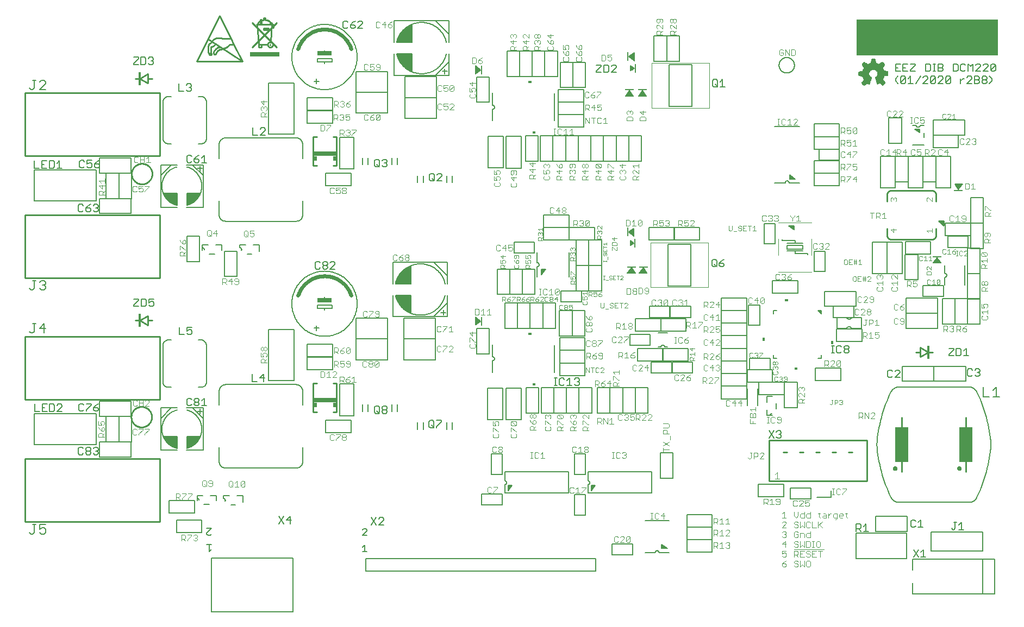
<source format=gto>
G75*
%MOIN*%
%OFA0B0*%
%FSLAX25Y25*%
%IPPOS*%
%LPD*%
%AMOC8*
5,1,8,0,0,1.08239X$1,22.5*
%
%ADD10R,0.01485X0.00015*%
%ADD11R,0.00045X0.00015*%
%ADD12R,0.00105X0.00015*%
%ADD13R,0.00165X0.00015*%
%ADD14R,0.00225X0.00015*%
%ADD15R,0.00285X0.00015*%
%ADD16R,0.00345X0.00015*%
%ADD17R,0.00405X0.00015*%
%ADD18R,0.00435X0.00015*%
%ADD19R,0.00465X0.00015*%
%ADD20R,0.00495X0.00015*%
%ADD21R,0.00540X0.00015*%
%ADD22R,0.00585X0.00015*%
%ADD23R,0.00645X0.00015*%
%ADD24R,0.00150X0.00015*%
%ADD25R,0.00675X0.00015*%
%ADD26R,0.00195X0.00015*%
%ADD27R,0.00705X0.00015*%
%ADD28R,0.00240X0.00015*%
%ADD29R,0.00735X0.00015*%
%ADD30R,0.00270X0.00015*%
%ADD31R,0.00765X0.00015*%
%ADD32R,0.00300X0.00015*%
%ADD33R,0.00810X0.00015*%
%ADD34R,0.00360X0.00015*%
%ADD35R,0.00855X0.00015*%
%ADD36R,0.00435X0.00015*%
%ADD37R,0.00915X0.00015*%
%ADD38R,0.00465X0.00015*%
%ADD39R,0.00945X0.00015*%
%ADD40R,0.00960X0.00015*%
%ADD41R,0.00525X0.00015*%
%ADD42R,0.00990X0.00015*%
%ADD43R,0.00555X0.00015*%
%ADD44R,0.01035X0.00015*%
%ADD45R,0.00600X0.00015*%
%ADD46R,0.01080X0.00015*%
%ADD47R,0.01125X0.00015*%
%ADD48R,0.01170X0.00015*%
%ADD49R,0.00720X0.00015*%
%ADD50R,0.01200X0.00015*%
%ADD51R,0.00750X0.00015*%
%ADD52R,0.01230X0.00015*%
%ADD53R,0.00780X0.00015*%
%ADD54R,0.01260X0.00015*%
%ADD55R,0.00810X0.00015*%
%ADD56R,0.01305X0.00015*%
%ADD57R,0.01365X0.00015*%
%ADD58R,0.00900X0.00015*%
%ADD59R,0.01395X0.00015*%
%ADD60R,0.01440X0.00015*%
%ADD61R,0.01470X0.00015*%
%ADD62R,0.01005X0.00015*%
%ADD63R,0.01500X0.00015*%
%ADD64R,0.01020X0.00015*%
%ADD65R,0.01530X0.00015*%
%ADD66R,0.01065X0.00015*%
%ADD67R,0.01575X0.00015*%
%ADD68R,0.01095X0.00015*%
%ADD69R,0.01635X0.00015*%
%ADD70R,0.01155X0.00015*%
%ADD71R,0.01680X0.00015*%
%ADD72R,0.01200X0.00015*%
%ADD73R,0.01710X0.00015*%
%ADD74R,0.01230X0.00015*%
%ADD75R,0.01725X0.00015*%
%ADD76R,0.01245X0.00015*%
%ADD77R,0.01755X0.00015*%
%ADD78R,0.01275X0.00015*%
%ADD79R,0.01800X0.00015*%
%ADD80R,0.01320X0.00015*%
%ADD81R,0.01860X0.00015*%
%ADD82R,0.01905X0.00015*%
%ADD83R,0.01410X0.00015*%
%ADD84R,0.01935X0.00015*%
%ADD85R,0.01455X0.00015*%
%ADD86R,0.01965X0.00015*%
%ADD87R,0.01485X0.00015*%
%ADD88R,0.01995X0.00015*%
%ADD89R,0.01515X0.00015*%
%ADD90R,0.02040X0.00015*%
%ADD91R,0.01530X0.00015*%
%ADD92R,0.02070X0.00015*%
%ADD93R,0.01575X0.00015*%
%ADD94R,0.02115X0.00015*%
%ADD95R,0.01620X0.00015*%
%ADD96R,0.02160X0.00015*%
%ADD97R,0.01665X0.00015*%
%ADD98R,0.02190X0.00015*%
%ADD99R,0.00075X0.00015*%
%ADD100R,0.01695X0.00015*%
%ADD101R,0.02220X0.00015*%
%ADD102R,0.00105X0.00015*%
%ADD103R,0.02235X0.00015*%
%ADD104R,0.00135X0.00015*%
%ADD105R,0.01755X0.00015*%
%ADD106R,0.02280X0.00015*%
%ADD107R,0.00180X0.00015*%
%ADD108R,0.01785X0.00015*%
%ADD109R,0.02340X0.00015*%
%ADD110R,0.00240X0.00015*%
%ADD111R,0.01830X0.00015*%
%ADD112R,0.02385X0.00015*%
%ADD113R,0.01890X0.00015*%
%ADD114R,0.02415X0.00015*%
%ADD115R,0.00330X0.00015*%
%ADD116R,0.00120X0.00015*%
%ADD117R,0.01920X0.00015*%
%ADD118R,0.02430X0.00015*%
%ADD119R,0.00375X0.00015*%
%ADD120R,0.02460X0.00015*%
%ADD121R,0.00405X0.00015*%
%ADD122R,0.00195X0.00015*%
%ADD123R,0.01965X0.00015*%
%ADD124R,0.02505X0.00015*%
%ADD125R,0.00210X0.00015*%
%ADD126R,0.02010X0.00015*%
%ADD127R,0.02535X0.00015*%
%ADD128R,0.00480X0.00015*%
%ADD129R,0.02580X0.00015*%
%ADD130R,0.00540X0.00015*%
%ADD131R,0.02085X0.00015*%
%ADD132R,0.02625X0.00015*%
%ADD133R,0.02130X0.00015*%
%ADD134R,0.02670X0.00015*%
%ADD135R,0.00630X0.00015*%
%ADD136R,0.02700X0.00015*%
%ADD137R,0.00660X0.00015*%
%ADD138R,0.00450X0.00015*%
%ADD139R,0.02190X0.00015*%
%ADD140R,0.02715X0.00015*%
%ADD141R,0.02205X0.00015*%
%ADD142R,0.02745X0.00015*%
%ADD143R,0.00510X0.00015*%
%ADD144R,0.02235X0.00015*%
%ADD145R,0.02775X0.00015*%
%ADD146R,0.02820X0.00015*%
%ADD147R,0.02310X0.00015*%
%ADD148R,0.02880X0.00015*%
%ADD149R,0.00855X0.00015*%
%ADD150R,0.02355X0.00015*%
%ADD151R,0.02895X0.00015*%
%ADD152R,0.00870X0.00015*%
%ADD153R,0.00660X0.00015*%
%ADD154R,0.02925X0.00015*%
%ADD155R,0.00690X0.00015*%
%ADD156R,0.02970X0.00015*%
%ADD157R,0.03000X0.00015*%
%ADD158R,0.00750X0.00015*%
%ADD159R,0.03045X0.00015*%
%ADD160R,0.01005X0.00015*%
%ADD161R,0.00780X0.00015*%
%ADD162R,0.02505X0.00015*%
%ADD163R,0.03090X0.00015*%
%ADD164R,0.01050X0.00015*%
%ADD165R,0.00825X0.00015*%
%ADD166R,0.02550X0.00015*%
%ADD167R,0.03135X0.00015*%
%ADD168R,0.01095X0.00015*%
%ADD169R,0.00870X0.00015*%
%ADD170R,0.03165X0.00015*%
%ADD171R,0.01125X0.00015*%
%ADD172R,0.02625X0.00015*%
%ADD173R,0.03195X0.00015*%
%ADD174R,0.01140X0.00015*%
%ADD175R,0.00930X0.00015*%
%ADD176R,0.02655X0.00015*%
%ADD177R,0.03210X0.00015*%
%ADD178R,0.00960X0.00015*%
%ADD179R,0.03240X0.00015*%
%ADD180R,0.02700X0.00015*%
%ADD181R,0.03285X0.00015*%
%ADD182R,0.01245X0.00015*%
%ADD183R,0.02745X0.00015*%
%ADD184R,0.03330X0.00015*%
%ADD185R,0.02790X0.00015*%
%ADD186R,0.03360X0.00015*%
%ADD187R,0.01110X0.00015*%
%ADD188R,0.02835X0.00015*%
%ADD189R,0.03390X0.00015*%
%ADD190R,0.01335X0.00015*%
%ADD191R,0.01140X0.00015*%
%ADD192R,0.02865X0.00015*%
%ADD193R,0.03420X0.00015*%
%ADD194R,0.01155X0.00015*%
%ADD195R,0.04905X0.00015*%
%ADD196R,0.04920X0.00015*%
%ADD197R,0.02940X0.00015*%
%ADD198R,0.04950X0.00015*%
%ADD199R,0.02985X0.00015*%
%ADD200R,0.04965X0.00015*%
%ADD201R,0.01275X0.00015*%
%ADD202R,0.03015X0.00015*%
%ADD203R,0.04980X0.00015*%
%ADD204R,0.03045X0.00015*%
%ADD205R,0.05010X0.00015*%
%ADD206R,0.01335X0.00015*%
%ADD207R,0.03075X0.00015*%
%ADD208R,0.01350X0.00015*%
%ADD209R,0.03105X0.00015*%
%ADD210R,0.05040X0.00015*%
%ADD211R,0.01380X0.00015*%
%ADD212R,0.05040X0.00015*%
%ADD213R,0.01410X0.00015*%
%ADD214R,0.03180X0.00015*%
%ADD215R,0.05070X0.00015*%
%ADD216R,0.03225X0.00015*%
%ADD217R,0.03255X0.00015*%
%ADD218R,0.05085X0.00015*%
%ADD219R,0.01515X0.00015*%
%ADD220R,0.03300X0.00015*%
%ADD221R,0.05100X0.00015*%
%ADD222R,0.04935X0.00015*%
%ADD223R,0.05115X0.00015*%
%ADD224R,0.04995X0.00015*%
%ADD225R,0.05130X0.00015*%
%ADD226R,0.05010X0.00015*%
%ADD227R,0.05130X0.00015*%
%ADD228R,0.05010X0.00015*%
%ADD229R,0.05025X0.00015*%
%ADD230R,0.05040X0.00015*%
%ADD231R,0.05055X0.00015*%
%ADD232R,0.05130X0.00015*%
%ADD233R,0.05085X0.00015*%
%ADD234R,0.05115X0.00015*%
%ADD235R,0.05145X0.00015*%
%ADD236R,0.05160X0.00015*%
%ADD237R,0.05130X0.00015*%
%ADD238R,0.05190X0.00015*%
%ADD239R,0.05190X0.00015*%
%ADD240R,0.05205X0.00015*%
%ADD241R,0.05220X0.00015*%
%ADD242R,0.05070X0.00015*%
%ADD243R,0.05085X0.00015*%
%ADD244R,0.05205X0.00015*%
%ADD245R,0.05220X0.00015*%
%ADD246R,0.05055X0.00015*%
%ADD247R,0.05025X0.00015*%
%ADD248R,0.05205X0.00015*%
%ADD249R,0.05025X0.00015*%
%ADD250R,0.05190X0.00015*%
%ADD251R,0.05190X0.00015*%
%ADD252R,0.04995X0.00015*%
%ADD253R,0.05175X0.00015*%
%ADD254R,0.04950X0.00015*%
%ADD255R,0.05145X0.00015*%
%ADD256R,0.05145X0.00015*%
%ADD257R,0.04920X0.00015*%
%ADD258R,0.04905X0.00015*%
%ADD259R,0.04905X0.00015*%
%ADD260R,0.05115X0.00015*%
%ADD261R,0.04890X0.00015*%
%ADD262R,0.04890X0.00015*%
%ADD263R,0.04875X0.00015*%
%ADD264R,0.04845X0.00015*%
%ADD265R,0.04830X0.00015*%
%ADD266R,0.04830X0.00015*%
%ADD267R,0.05070X0.00015*%
%ADD268R,0.04830X0.00015*%
%ADD269R,0.04815X0.00015*%
%ADD270R,0.04800X0.00015*%
%ADD271R,0.04800X0.00015*%
%ADD272R,0.05010X0.00015*%
%ADD273R,0.04785X0.00015*%
%ADD274R,0.04770X0.00015*%
%ADD275R,0.04770X0.00015*%
%ADD276R,0.04755X0.00015*%
%ADD277R,0.04740X0.00015*%
%ADD278R,0.04725X0.00015*%
%ADD279R,0.04725X0.00015*%
%ADD280R,0.04980X0.00015*%
%ADD281R,0.04710X0.00015*%
%ADD282R,0.04725X0.00015*%
%ADD283R,0.04710X0.00015*%
%ADD284R,0.04695X0.00015*%
%ADD285R,0.04680X0.00015*%
%ADD286R,0.04695X0.00015*%
%ADD287R,0.04680X0.00015*%
%ADD288R,0.04905X0.00015*%
%ADD289R,0.04665X0.00015*%
%ADD290R,0.04650X0.00015*%
%ADD291R,0.04635X0.00015*%
%ADD292R,0.04620X0.00015*%
%ADD293R,0.04620X0.00015*%
%ADD294R,0.04890X0.00015*%
%ADD295R,0.04605X0.00015*%
%ADD296R,0.04605X0.00015*%
%ADD297R,0.04590X0.00015*%
%ADD298R,0.04845X0.00015*%
%ADD299R,0.04575X0.00015*%
%ADD300R,0.04590X0.00015*%
%ADD301R,0.04575X0.00015*%
%ADD302R,0.04845X0.00015*%
%ADD303R,0.04560X0.00015*%
%ADD304R,0.04545X0.00015*%
%ADD305R,0.04530X0.00015*%
%ADD306R,0.04515X0.00015*%
%ADD307R,0.04530X0.00015*%
%ADD308R,0.04500X0.00015*%
%ADD309R,0.04515X0.00015*%
%ADD310R,0.04785X0.00015*%
%ADD311R,0.04485X0.00015*%
%ADD312R,0.04755X0.00015*%
%ADD313R,0.04470X0.00015*%
%ADD314R,0.04740X0.00015*%
%ADD315R,0.04485X0.00015*%
%ADD316R,0.04755X0.00015*%
%ADD317R,0.04545X0.00015*%
%ADD318R,0.04695X0.00015*%
%ADD319R,0.04680X0.00015*%
%ADD320R,0.04665X0.00015*%
%ADD321R,0.04725X0.00015*%
%ADD322R,0.04680X0.00015*%
%ADD323R,0.04860X0.00015*%
%ADD324R,0.04740X0.00015*%
%ADD325R,0.04875X0.00015*%
%ADD326R,0.04965X0.00015*%
%ADD327R,0.04860X0.00015*%
%ADD328R,0.04995X0.00015*%
%ADD329R,0.04875X0.00015*%
%ADD330R,0.04980X0.00015*%
%ADD331R,0.05235X0.00015*%
%ADD332R,0.05235X0.00015*%
%ADD333R,0.05250X0.00015*%
%ADD334R,0.05280X0.00015*%
%ADD335R,0.05295X0.00015*%
%ADD336R,0.05325X0.00015*%
%ADD337R,0.05340X0.00015*%
%ADD338R,0.05235X0.00015*%
%ADD339R,0.05355X0.00015*%
%ADD340R,0.05370X0.00015*%
%ADD341R,0.05265X0.00015*%
%ADD342R,0.05370X0.00015*%
%ADD343R,0.05280X0.00015*%
%ADD344R,0.05385X0.00015*%
%ADD345R,0.05295X0.00015*%
%ADD346R,0.05400X0.00015*%
%ADD347R,0.05415X0.00015*%
%ADD348R,0.05310X0.00015*%
%ADD349R,0.05430X0.00015*%
%ADD350R,0.05445X0.00015*%
%ADD351R,0.05460X0.00015*%
%ADD352R,0.05355X0.00015*%
%ADD353R,0.05475X0.00015*%
%ADD354R,0.05505X0.00015*%
%ADD355R,0.05520X0.00015*%
%ADD356R,0.05535X0.00015*%
%ADD357R,0.05550X0.00015*%
%ADD358R,0.05550X0.00015*%
%ADD359R,0.05475X0.00015*%
%ADD360R,0.05490X0.00015*%
%ADD361R,0.05475X0.00015*%
%ADD362R,0.05385X0.00015*%
%ADD363R,0.05370X0.00015*%
%ADD364R,0.05325X0.00015*%
%ADD365R,0.05310X0.00015*%
%ADD366R,0.05265X0.00015*%
%ADD367R,0.05175X0.00015*%
%ADD368R,0.04980X0.00015*%
%ADD369R,0.04965X0.00015*%
%ADD370R,0.04860X0.00015*%
%ADD371R,0.04845X0.00015*%
%ADD372R,0.04815X0.00015*%
%ADD373R,0.04770X0.00015*%
%ADD374R,0.05295X0.00015*%
%ADD375R,0.04635X0.00015*%
%ADD376R,0.05610X0.00015*%
%ADD377R,0.05700X0.00015*%
%ADD378R,0.05760X0.00015*%
%ADD379R,0.05805X0.00015*%
%ADD380R,0.05850X0.00015*%
%ADD381R,0.05895X0.00015*%
%ADD382R,0.06000X0.00015*%
%ADD383R,0.06135X0.00015*%
%ADD384R,0.06225X0.00015*%
%ADD385R,0.06300X0.00015*%
%ADD386R,0.06330X0.00015*%
%ADD387R,0.06375X0.00015*%
%ADD388R,0.06450X0.00015*%
%ADD389R,0.06570X0.00015*%
%ADD390R,0.05565X0.00015*%
%ADD391R,0.06690X0.00015*%
%ADD392R,0.06735X0.00015*%
%ADD393R,0.05790X0.00015*%
%ADD394R,0.06765X0.00015*%
%ADD395R,0.05850X0.00015*%
%ADD396R,0.06780X0.00015*%
%ADD397R,0.05895X0.00015*%
%ADD398R,0.06795X0.00015*%
%ADD399R,0.05955X0.00015*%
%ADD400R,0.06810X0.00015*%
%ADD401R,0.06060X0.00015*%
%ADD402R,0.06195X0.00015*%
%ADD403R,0.06825X0.00015*%
%ADD404R,0.06330X0.00015*%
%ADD405R,0.06840X0.00015*%
%ADD406R,0.06390X0.00015*%
%ADD407R,0.06495X0.00015*%
%ADD408R,0.06840X0.00015*%
%ADD409R,0.06555X0.00015*%
%ADD410R,0.06825X0.00015*%
%ADD411R,0.06645X0.00015*%
%ADD412R,0.06825X0.00015*%
%ADD413R,0.06705X0.00015*%
%ADD414R,0.06705X0.00015*%
%ADD415R,0.06810X0.00015*%
%ADD416R,0.06720X0.00015*%
%ADD417R,0.06795X0.00015*%
%ADD418R,0.06750X0.00015*%
%ADD419R,0.06765X0.00015*%
%ADD420R,0.06795X0.00015*%
%ADD421R,0.06780X0.00015*%
%ADD422R,0.06780X0.00015*%
%ADD423R,0.06750X0.00015*%
%ADD424R,0.06720X0.00015*%
%ADD425R,0.06720X0.00015*%
%ADD426R,0.06705X0.00015*%
%ADD427R,0.06705X0.00015*%
%ADD428R,0.06690X0.00015*%
%ADD429R,0.06675X0.00015*%
%ADD430R,0.06690X0.00015*%
%ADD431R,0.06675X0.00015*%
%ADD432R,0.06675X0.00015*%
%ADD433R,0.06660X0.00015*%
%ADD434R,0.06675X0.00015*%
%ADD435R,0.06660X0.00015*%
%ADD436R,0.06660X0.00015*%
%ADD437R,0.06645X0.00015*%
%ADD438R,0.06630X0.00015*%
%ADD439R,0.06660X0.00015*%
%ADD440R,0.06630X0.00015*%
%ADD441R,0.06645X0.00015*%
%ADD442R,0.06735X0.00015*%
%ADD443R,0.06765X0.00015*%
%ADD444R,0.06780X0.00015*%
%ADD445R,0.06825X0.00015*%
%ADD446R,0.06855X0.00015*%
%ADD447R,0.06855X0.00015*%
%ADD448R,0.06870X0.00015*%
%ADD449R,0.06885X0.00015*%
%ADD450R,0.06525X0.00015*%
%ADD451R,0.06405X0.00015*%
%ADD452R,0.06255X0.00015*%
%ADD453R,0.06165X0.00015*%
%ADD454R,0.06870X0.00015*%
%ADD455R,0.06120X0.00015*%
%ADD456R,0.06885X0.00015*%
%ADD457R,0.06060X0.00015*%
%ADD458R,0.06015X0.00015*%
%ADD459R,0.05910X0.00015*%
%ADD460R,0.05670X0.00015*%
%ADD461R,0.05595X0.00015*%
%ADD462R,0.06585X0.00015*%
%ADD463R,0.05160X0.00015*%
%ADD464R,0.06390X0.00015*%
%ADD465R,0.05025X0.00015*%
%ADD466R,0.06330X0.00015*%
%ADD467R,0.06075X0.00015*%
%ADD468R,0.05820X0.00015*%
%ADD469R,0.05775X0.00015*%
%ADD470R,0.05685X0.00015*%
%ADD471R,0.05460X0.00015*%
%ADD472R,0.04860X0.00015*%
%ADD473R,0.04935X0.00015*%
%ADD474R,0.05160X0.00015*%
%ADD475R,0.05325X0.00015*%
%ADD476R,0.05340X0.00015*%
%ADD477R,0.05355X0.00015*%
%ADD478R,0.05430X0.00015*%
%ADD479R,0.05535X0.00015*%
%ADD480R,0.05595X0.00015*%
%ADD481R,0.05640X0.00015*%
%ADD482R,0.05640X0.00015*%
%ADD483R,0.05670X0.00015*%
%ADD484R,0.05685X0.00015*%
%ADD485R,0.05700X0.00015*%
%ADD486R,0.05715X0.00015*%
%ADD487R,0.05715X0.00015*%
%ADD488R,0.05730X0.00015*%
%ADD489R,0.05745X0.00015*%
%ADD490R,0.05760X0.00015*%
%ADD491R,0.06000X0.00015*%
%ADD492R,0.06105X0.00015*%
%ADD493R,0.06180X0.00015*%
%ADD494R,0.06210X0.00015*%
%ADD495R,0.12690X0.00015*%
%ADD496R,0.12675X0.00015*%
%ADD497R,0.12660X0.00015*%
%ADD498R,0.12660X0.00015*%
%ADD499R,0.12645X0.00015*%
%ADD500R,0.12615X0.00015*%
%ADD501R,0.12600X0.00015*%
%ADD502R,0.12585X0.00015*%
%ADD503R,0.12555X0.00015*%
%ADD504R,0.12540X0.00015*%
%ADD505R,0.12525X0.00015*%
%ADD506R,0.12510X0.00015*%
%ADD507R,0.12510X0.00015*%
%ADD508R,0.12480X0.00015*%
%ADD509R,0.12450X0.00015*%
%ADD510R,0.12435X0.00015*%
%ADD511R,0.12420X0.00015*%
%ADD512R,0.12390X0.00015*%
%ADD513R,0.12375X0.00015*%
%ADD514R,0.12360X0.00015*%
%ADD515R,0.12330X0.00015*%
%ADD516R,0.12300X0.00015*%
%ADD517R,0.12285X0.00015*%
%ADD518R,0.12270X0.00015*%
%ADD519R,0.12255X0.00015*%
%ADD520R,0.12240X0.00015*%
%ADD521R,0.12225X0.00015*%
%ADD522R,0.12195X0.00015*%
%ADD523R,0.12165X0.00015*%
%ADD524R,0.12150X0.00015*%
%ADD525R,0.12135X0.00015*%
%ADD526R,0.12120X0.00015*%
%ADD527R,0.12090X0.00015*%
%ADD528R,0.12075X0.00015*%
%ADD529R,0.12060X0.00015*%
%ADD530R,0.12045X0.00015*%
%ADD531R,0.12015X0.00015*%
%ADD532R,0.12000X0.00015*%
%ADD533R,0.11985X0.00015*%
%ADD534R,0.11955X0.00015*%
%ADD535R,0.11940X0.00015*%
%ADD536R,0.11925X0.00015*%
%ADD537R,0.11910X0.00015*%
%ADD538R,0.11910X0.00015*%
%ADD539R,0.11880X0.00015*%
%ADD540R,0.11850X0.00015*%
%ADD541R,0.11835X0.00015*%
%ADD542R,0.11805X0.00015*%
%ADD543R,0.11775X0.00015*%
%ADD544R,0.11760X0.00015*%
%ADD545R,0.11745X0.00015*%
%ADD546R,0.11730X0.00015*%
%ADD547R,0.11700X0.00015*%
%ADD548R,0.11700X0.00015*%
%ADD549R,0.11685X0.00015*%
%ADD550R,0.11655X0.00015*%
%ADD551R,0.11640X0.00015*%
%ADD552R,0.11625X0.00015*%
%ADD553R,0.11625X0.00015*%
%ADD554R,0.11670X0.00015*%
%ADD555R,0.11715X0.00015*%
%ADD556R,0.11790X0.00015*%
%ADD557R,0.11820X0.00015*%
%ADD558R,0.11820X0.00015*%
%ADD559R,0.11880X0.00015*%
%ADD560R,0.11895X0.00015*%
%ADD561R,0.11970X0.00015*%
%ADD562R,0.12045X0.00015*%
%ADD563R,0.12075X0.00015*%
%ADD564R,0.12105X0.00015*%
%ADD565R,0.12135X0.00015*%
%ADD566R,0.12165X0.00015*%
%ADD567R,0.12180X0.00015*%
%ADD568R,0.12195X0.00015*%
%ADD569R,0.12210X0.00015*%
%ADD570R,0.12225X0.00015*%
%ADD571R,0.12255X0.00015*%
%ADD572R,0.12360X0.00015*%
%ADD573R,0.12390X0.00015*%
%ADD574R,0.12405X0.00015*%
%ADD575R,0.12435X0.00015*%
%ADD576R,0.12480X0.00015*%
%ADD577R,0.12480X0.00015*%
%ADD578R,0.12510X0.00015*%
%ADD579R,0.12570X0.00015*%
%ADD580R,0.12630X0.00015*%
%ADD581R,0.12675X0.00015*%
%ADD582R,0.12705X0.00015*%
%ADD583R,0.12735X0.00015*%
%ADD584R,0.12750X0.00015*%
%ADD585R,0.12780X0.00015*%
%ADD586R,0.12795X0.00015*%
%ADD587R,0.12810X0.00015*%
%ADD588R,0.12840X0.00015*%
%ADD589R,0.12855X0.00015*%
%ADD590R,0.12885X0.00015*%
%ADD591R,0.12900X0.00015*%
%ADD592R,0.12915X0.00015*%
%ADD593R,0.12945X0.00015*%
%ADD594R,0.12960X0.00015*%
%ADD595R,0.12990X0.00015*%
%ADD596R,0.13005X0.00015*%
%ADD597R,0.13020X0.00015*%
%ADD598R,0.13035X0.00015*%
%ADD599R,0.13065X0.00015*%
%ADD600R,0.13080X0.00015*%
%ADD601R,0.13110X0.00015*%
%ADD602R,0.13125X0.00015*%
%ADD603R,0.13155X0.00015*%
%ADD604R,0.13170X0.00015*%
%ADD605R,0.13200X0.00015*%
%ADD606R,0.13230X0.00015*%
%ADD607R,0.13260X0.00015*%
%ADD608R,0.13290X0.00015*%
%ADD609R,0.13320X0.00015*%
%ADD610R,0.13350X0.00015*%
%ADD611R,0.13365X0.00015*%
%ADD612R,0.13395X0.00015*%
%ADD613R,0.13425X0.00015*%
%ADD614R,0.13455X0.00015*%
%ADD615R,0.13470X0.00015*%
%ADD616R,0.13500X0.00015*%
%ADD617R,0.13530X0.00015*%
%ADD618R,0.13560X0.00015*%
%ADD619R,0.13575X0.00015*%
%ADD620R,0.13605X0.00015*%
%ADD621R,0.13635X0.00015*%
%ADD622R,0.13650X0.00015*%
%ADD623R,0.13680X0.00015*%
%ADD624R,0.13695X0.00015*%
%ADD625R,0.13725X0.00015*%
%ADD626R,0.13740X0.00015*%
%ADD627R,0.13770X0.00015*%
%ADD628R,0.13785X0.00015*%
%ADD629R,0.13800X0.00015*%
%ADD630R,0.13830X0.00015*%
%ADD631R,0.13860X0.00015*%
%ADD632R,0.13875X0.00015*%
%ADD633R,0.13905X0.00015*%
%ADD634R,0.13935X0.00015*%
%ADD635R,0.13950X0.00015*%
%ADD636R,0.13980X0.00015*%
%ADD637R,0.14010X0.00015*%
%ADD638R,0.14025X0.00015*%
%ADD639R,0.14055X0.00015*%
%ADD640R,0.14070X0.00015*%
%ADD641R,0.14085X0.00015*%
%ADD642R,0.14115X0.00015*%
%ADD643R,0.14145X0.00015*%
%ADD644R,0.14160X0.00015*%
%ADD645R,0.14190X0.00015*%
%ADD646R,0.14205X0.00015*%
%ADD647R,0.14220X0.00015*%
%ADD648R,0.14235X0.00015*%
%ADD649R,0.14265X0.00015*%
%ADD650R,0.14280X0.00015*%
%ADD651R,0.14295X0.00015*%
%ADD652R,0.14295X0.00015*%
%ADD653R,0.14250X0.00015*%
%ADD654R,0.14205X0.00015*%
%ADD655R,0.14175X0.00015*%
%ADD656R,0.14160X0.00015*%
%ADD657R,0.14130X0.00015*%
%ADD658R,0.14100X0.00015*%
%ADD659R,0.14040X0.00015*%
%ADD660R,0.14010X0.00015*%
%ADD661R,0.03465X0.00015*%
%ADD662R,0.10440X0.00015*%
%ADD663R,0.03420X0.00015*%
%ADD664R,0.10395X0.00015*%
%ADD665R,0.03375X0.00015*%
%ADD666R,0.10335X0.00015*%
%ADD667R,0.03570X0.00015*%
%ADD668R,0.06600X0.00015*%
%ADD669R,0.03525X0.00015*%
%ADD670R,0.03270X0.00015*%
%ADD671R,0.03495X0.00015*%
%ADD672R,0.03210X0.00015*%
%ADD673R,0.06480X0.00015*%
%ADD674R,0.03435X0.00015*%
%ADD675R,0.03165X0.00015*%
%ADD676R,0.03390X0.00015*%
%ADD677R,0.03120X0.00015*%
%ADD678R,0.06315X0.00015*%
%ADD679R,0.03345X0.00015*%
%ADD680R,0.03090X0.00015*%
%ADD681R,0.03075X0.00015*%
%ADD682R,0.06225X0.00015*%
%ADD683R,0.03270X0.00015*%
%ADD684R,0.06180X0.00015*%
%ADD685R,0.02970X0.00015*%
%ADD686R,0.06075X0.00015*%
%ADD687R,0.03195X0.00015*%
%ADD688R,0.02925X0.00015*%
%ADD689R,0.05985X0.00015*%
%ADD690R,0.03135X0.00015*%
%ADD691R,0.02850X0.00015*%
%ADD692R,0.05835X0.00015*%
%ADD693R,0.03030X0.00015*%
%ADD694R,0.02805X0.00015*%
%ADD695R,0.02730X0.00015*%
%ADD696R,0.05625X0.00015*%
%ADD697R,0.02925X0.00015*%
%ADD698R,0.02640X0.00015*%
%ADD699R,0.02595X0.00015*%
%ADD700R,0.02565X0.00015*%
%ADD701R,0.02760X0.00015*%
%ADD702R,0.02520X0.00015*%
%ADD703R,0.02730X0.00015*%
%ADD704R,0.02475X0.00015*%
%ADD705R,0.02685X0.00015*%
%ADD706R,0.02445X0.00015*%
%ADD707R,0.02400X0.00015*%
%ADD708R,0.02370X0.00015*%
%ADD709R,0.02565X0.00015*%
%ADD710R,0.02340X0.00015*%
%ADD711R,0.02325X0.00015*%
%ADD712R,0.02505X0.00015*%
%ADD713R,0.02280X0.00015*%
%ADD714R,0.02460X0.00015*%
%ADD715R,0.04560X0.00015*%
%ADD716R,0.02190X0.00015*%
%ADD717R,0.04440X0.00015*%
%ADD718R,0.02370X0.00015*%
%ADD719R,0.02145X0.00015*%
%ADD720R,0.04365X0.00015*%
%ADD721R,0.04320X0.00015*%
%ADD722R,0.02310X0.00015*%
%ADD723R,0.02100X0.00015*%
%ADD724R,0.04260X0.00015*%
%ADD725R,0.04200X0.00015*%
%ADD726R,0.02265X0.00015*%
%ADD727R,0.02040X0.00015*%
%ADD728R,0.04095X0.00015*%
%ADD729R,0.02220X0.00015*%
%ADD730R,0.03915X0.00015*%
%ADD731R,0.02175X0.00015*%
%ADD732R,0.03765X0.00015*%
%ADD733R,0.03675X0.00015*%
%ADD734R,0.01890X0.00015*%
%ADD735R,0.03615X0.00015*%
%ADD736R,0.02055X0.00015*%
%ADD737R,0.01860X0.00015*%
%ADD738R,0.03555X0.00015*%
%ADD739R,0.01815X0.00015*%
%ADD740R,0.03450X0.00015*%
%ADD741R,0.01725X0.00015*%
%ADD742R,0.03315X0.00015*%
%ADD743R,0.01905X0.00015*%
%ADD744R,0.01680X0.00015*%
%ADD745R,0.01650X0.00015*%
%ADD746R,0.01620X0.00015*%
%ADD747R,0.01590X0.00015*%
%ADD748R,0.01770X0.00015*%
%ADD749R,0.01560X0.00015*%
%ADD750R,0.03240X0.00015*%
%ADD751R,0.01740X0.00015*%
%ADD752R,0.01665X0.00015*%
%ADD753R,0.01455X0.00015*%
%ADD754R,0.01635X0.00015*%
%ADD755R,0.01410X0.00015*%
%ADD756R,0.01395X0.00015*%
%ADD757R,0.01365X0.00015*%
%ADD758R,0.01335X0.00015*%
%ADD759R,0.01290X0.00015*%
%ADD760R,0.03210X0.00015*%
%ADD761R,0.01455X0.00015*%
%ADD762R,0.01185X0.00015*%
%ADD763R,0.01290X0.00015*%
%ADD764R,0.01110X0.00015*%
%ADD765R,0.01260X0.00015*%
%ADD766R,0.03180X0.00015*%
%ADD767R,0.00975X0.00015*%
%ADD768R,0.03150X0.00015*%
%ADD769R,0.00885X0.00015*%
%ADD770R,0.03150X0.00015*%
%ADD771R,0.01050X0.00015*%
%ADD772R,0.00795X0.00015*%
%ADD773R,0.00885X0.00015*%
%ADD774R,0.00690X0.00015*%
%ADD775R,0.00840X0.00015*%
%ADD776R,0.00570X0.00015*%
%ADD777R,0.00525X0.00015*%
%ADD778R,0.03105X0.00015*%
%ADD779R,0.00660X0.00015*%
%ADD780R,0.00615X0.00015*%
%ADD781R,0.00420X0.00015*%
%ADD782R,0.00555X0.00015*%
%ADD783R,0.00390X0.00015*%
%ADD784R,0.00525X0.00015*%
%ADD785R,0.00360X0.00015*%
%ADD786R,0.00495X0.00015*%
%ADD787R,0.03075X0.00015*%
%ADD788R,0.00450X0.00015*%
%ADD789R,0.00225X0.00015*%
%ADD790R,0.00345X0.00015*%
%ADD791R,0.00255X0.00015*%
%ADD792R,0.03060X0.00015*%
%ADD793R,0.00180X0.00015*%
%ADD794R,0.00075X0.00015*%
%ADD795R,0.03000X0.00015*%
%ADD796R,0.02955X0.00015*%
%ADD797R,0.02940X0.00015*%
%ADD798R,0.02940X0.00015*%
%ADD799R,0.02910X0.00015*%
%ADD800R,0.02910X0.00015*%
%ADD801R,0.02865X0.00015*%
%ADD802R,0.02805X0.00015*%
%ADD803R,0.02775X0.00015*%
%ADD804R,0.02760X0.00015*%
%ADD805R,0.02655X0.00015*%
%ADD806R,0.02640X0.00015*%
%ADD807R,0.02610X0.00015*%
%ADD808R,0.02595X0.00015*%
%ADD809R,0.02535X0.00015*%
%ADD810R,0.02475X0.00015*%
%ADD811R,0.02175X0.00015*%
%ADD812R,0.01575X0.00015*%
%ADD813C,0.00500*%
%ADD814R,0.87000X0.22250*%
%ADD815C,0.00400*%
%ADD816C,0.00800*%
%ADD817C,0.00600*%
%ADD818C,0.01000*%
%ADD819R,0.18000X0.03000*%
%ADD820C,0.00300*%
%ADD821R,0.07874X0.21654*%
%ADD822C,0.01378*%
%ADD823C,0.00700*%
%ADD824C,0.00100*%
%ADD825R,0.01969X0.02953*%
%ADD826R,0.14000X0.03000*%
%ADD827R,0.01181X0.08268*%
%ADD828C,0.00200*%
%ADD829R,0.05512X0.00787*%
%ADD830R,0.09000X0.02500*%
%ADD831C,0.02400*%
%ADD832C,0.00394*%
%ADD833C,0.00787*%
%ADD834R,0.00787X0.05512*%
D10*
X0704827Y0359475D03*
D11*
X0701937Y0353765D03*
X0710142Y0354635D03*
X0713322Y0353930D03*
D12*
X0701937Y0353780D03*
D13*
X0701937Y0353795D03*
D14*
X0701937Y0353810D03*
D15*
X0701937Y0353825D03*
X0702027Y0368210D03*
D16*
X0701937Y0353840D03*
X0710187Y0354725D03*
D17*
X0710202Y0354740D03*
X0701937Y0353855D03*
D18*
X0701937Y0353870D03*
D19*
X0701937Y0353885D03*
D20*
X0701937Y0353900D03*
X0713322Y0354065D03*
D21*
X0701944Y0353915D03*
D22*
X0701952Y0353930D03*
X0704967Y0354740D03*
X0710277Y0354830D03*
D23*
X0710292Y0354845D03*
X0713307Y0354125D03*
X0701952Y0353945D03*
D24*
X0710134Y0354665D03*
X0713329Y0353945D03*
D25*
X0713307Y0354140D03*
X0704937Y0354785D03*
X0701952Y0353960D03*
D26*
X0713322Y0353960D03*
D27*
X0710322Y0354890D03*
X0704922Y0354800D03*
X0701952Y0353975D03*
D28*
X0713329Y0353975D03*
D29*
X0701952Y0353990D03*
D30*
X0710164Y0354710D03*
X0713329Y0353990D03*
D31*
X0704907Y0354815D03*
X0701952Y0354005D03*
D32*
X0705064Y0354635D03*
X0713329Y0354005D03*
X0712954Y0368255D03*
D33*
X0701959Y0354020D03*
D34*
X0713329Y0354020D03*
D35*
X0713292Y0354215D03*
X0701967Y0354035D03*
D36*
X0705027Y0354695D03*
X0710217Y0354755D03*
X0713322Y0354035D03*
D37*
X0710382Y0354965D03*
X0704847Y0354890D03*
X0701967Y0354050D03*
X0702057Y0367955D03*
D38*
X0702042Y0368135D03*
X0713322Y0354050D03*
D39*
X0713292Y0354245D03*
X0704832Y0354905D03*
X0701967Y0354065D03*
X0707352Y0370130D03*
X0712932Y0368015D03*
D40*
X0701974Y0354080D03*
D41*
X0713322Y0354080D03*
D42*
X0713284Y0354260D03*
X0710404Y0355010D03*
X0701974Y0354095D03*
X0712924Y0368000D03*
D43*
X0713322Y0354095D03*
D44*
X0701982Y0354110D03*
D45*
X0713314Y0354110D03*
X0702049Y0368090D03*
D46*
X0712924Y0367955D03*
X0710434Y0355040D03*
X0701974Y0354125D03*
D47*
X0701982Y0354140D03*
D48*
X0701989Y0354155D03*
X0704764Y0354995D03*
X0710464Y0355100D03*
X0712909Y0367925D03*
D49*
X0712939Y0368105D03*
X0713299Y0354155D03*
D50*
X0701989Y0354170D03*
D51*
X0713299Y0354170D03*
D52*
X0701989Y0354185D03*
X0702079Y0367835D03*
X0712909Y0367910D03*
D53*
X0712939Y0368075D03*
X0713299Y0354185D03*
D54*
X0701989Y0354200D03*
D55*
X0704884Y0354830D03*
X0713299Y0354200D03*
X0712939Y0368060D03*
D56*
X0710517Y0355160D03*
X0701997Y0354215D03*
D57*
X0701997Y0354230D03*
X0704697Y0355085D03*
X0713262Y0354425D03*
D58*
X0713285Y0354230D03*
X0704854Y0354875D03*
D59*
X0701997Y0354245D03*
D60*
X0702004Y0354260D03*
D61*
X0702004Y0354275D03*
X0710554Y0355250D03*
D62*
X0713277Y0354275D03*
D63*
X0702004Y0354290D03*
X0702094Y0367730D03*
X0712894Y0367805D03*
D64*
X0712924Y0367985D03*
X0702064Y0367925D03*
X0713284Y0354290D03*
D65*
X0702004Y0354305D03*
D66*
X0713277Y0354305D03*
D67*
X0702012Y0354320D03*
D68*
X0713277Y0354320D03*
D69*
X0702012Y0354335D03*
D70*
X0713277Y0354335D03*
D71*
X0702019Y0354350D03*
D72*
X0704764Y0355010D03*
X0710479Y0355115D03*
X0713270Y0354350D03*
D73*
X0702019Y0354365D03*
D74*
X0713269Y0354365D03*
D75*
X0713232Y0354575D03*
X0702027Y0354380D03*
D76*
X0713262Y0354380D03*
D77*
X0702027Y0354395D03*
D78*
X0704727Y0355040D03*
X0713262Y0354395D03*
D79*
X0702020Y0354410D03*
X0712879Y0367685D03*
D80*
X0712910Y0367865D03*
X0713254Y0354410D03*
X0704719Y0355055D03*
D81*
X0702034Y0354425D03*
D82*
X0702042Y0354440D03*
X0702117Y0367565D03*
D83*
X0713254Y0354440D03*
D84*
X0713217Y0354665D03*
X0702042Y0354455D03*
X0702117Y0367550D03*
X0707532Y0370100D03*
D85*
X0710547Y0355235D03*
X0713247Y0354455D03*
D86*
X0702042Y0354470D03*
D87*
X0713247Y0354470D03*
D88*
X0702042Y0354485D03*
X0702117Y0367535D03*
D89*
X0713247Y0354485D03*
D90*
X0713209Y0354710D03*
X0702049Y0354500D03*
X0712864Y0367595D03*
D91*
X0712894Y0367790D03*
X0713239Y0354500D03*
D92*
X0702049Y0354515D03*
X0702124Y0367505D03*
D93*
X0713247Y0354515D03*
D94*
X0702057Y0354530D03*
D95*
X0713239Y0354530D03*
D96*
X0713194Y0354755D03*
X0702064Y0354545D03*
D97*
X0713232Y0354545D03*
D98*
X0702064Y0354560D03*
D99*
X0705117Y0354560D03*
D100*
X0713232Y0354560D03*
D101*
X0702064Y0354575D03*
D102*
X0705117Y0354575D03*
D103*
X0702072Y0354590D03*
X0702132Y0367430D03*
X0707547Y0370055D03*
D104*
X0705117Y0354590D03*
D105*
X0713232Y0354590D03*
D106*
X0713179Y0354815D03*
X0702079Y0354605D03*
D107*
X0705094Y0354605D03*
D108*
X0713232Y0354605D03*
X0702102Y0367625D03*
D109*
X0702079Y0354620D03*
D110*
X0705079Y0354620D03*
D111*
X0713224Y0354620D03*
X0712879Y0367670D03*
D112*
X0713172Y0354860D03*
X0702087Y0354635D03*
D113*
X0713224Y0354635D03*
D114*
X0713172Y0354875D03*
X0702087Y0354650D03*
X0712827Y0367430D03*
D115*
X0702035Y0368195D03*
X0705049Y0354650D03*
D116*
X0710134Y0354650D03*
X0702034Y0368240D03*
D117*
X0713224Y0354650D03*
D118*
X0713164Y0354890D03*
X0702094Y0354665D03*
X0707539Y0369980D03*
D119*
X0705042Y0354665D03*
D120*
X0702094Y0354680D03*
X0713164Y0354905D03*
D121*
X0705042Y0354680D03*
D122*
X0710142Y0354680D03*
D123*
X0713217Y0354680D03*
X0712872Y0367625D03*
D124*
X0702102Y0354695D03*
D125*
X0710149Y0354695D03*
D126*
X0713209Y0354695D03*
X0712864Y0367610D03*
D127*
X0712812Y0367385D03*
X0707532Y0369725D03*
X0707532Y0369740D03*
X0707532Y0369755D03*
X0707532Y0369785D03*
X0702102Y0354710D03*
D128*
X0705019Y0354710D03*
X0710224Y0354785D03*
X0712954Y0368195D03*
D129*
X0712804Y0367355D03*
X0707539Y0369650D03*
X0713149Y0354950D03*
X0702110Y0354725D03*
D130*
X0704989Y0354725D03*
X0710254Y0354815D03*
D131*
X0713202Y0354725D03*
X0712857Y0367565D03*
D132*
X0702117Y0354740D03*
D133*
X0713194Y0354740D03*
X0712849Y0367550D03*
X0702124Y0367475D03*
D134*
X0702185Y0367235D03*
X0707524Y0369440D03*
X0707524Y0369455D03*
X0713135Y0354995D03*
X0702124Y0354755D03*
D135*
X0704959Y0354755D03*
X0702049Y0368075D03*
D136*
X0707524Y0369320D03*
X0702124Y0354770D03*
D137*
X0704944Y0354770D03*
D138*
X0710224Y0354770D03*
D139*
X0713194Y0354770D03*
D140*
X0702132Y0354785D03*
X0707532Y0369215D03*
X0707532Y0369230D03*
X0707532Y0369245D03*
X0707532Y0369260D03*
X0707532Y0369275D03*
D141*
X0713187Y0354785D03*
D142*
X0702132Y0354800D03*
X0707532Y0369140D03*
D143*
X0710239Y0354800D03*
D144*
X0713187Y0354800D03*
D145*
X0702132Y0354815D03*
X0702192Y0367205D03*
X0712782Y0367280D03*
D146*
X0707524Y0368975D03*
X0707524Y0368990D03*
X0702199Y0367175D03*
X0702139Y0354830D03*
D147*
X0713179Y0354830D03*
D148*
X0713119Y0355085D03*
X0702139Y0354845D03*
X0702199Y0367145D03*
X0707524Y0368765D03*
X0707524Y0368780D03*
X0707524Y0368795D03*
X0707524Y0368810D03*
X0707524Y0368825D03*
X0707524Y0368840D03*
X0707524Y0368855D03*
X0712774Y0367235D03*
D149*
X0704862Y0354845D03*
D150*
X0713172Y0354845D03*
D151*
X0713112Y0355100D03*
X0702147Y0354860D03*
D152*
X0704854Y0354860D03*
D153*
X0710299Y0354860D03*
X0702049Y0368060D03*
D154*
X0702147Y0354875D03*
D155*
X0710314Y0354875D03*
D156*
X0702154Y0354890D03*
D157*
X0702154Y0354905D03*
X0707509Y0368405D03*
X0707509Y0368435D03*
X0707509Y0368450D03*
X0712759Y0367190D03*
D158*
X0712939Y0368090D03*
X0702049Y0368030D03*
X0710329Y0354905D03*
D159*
X0702162Y0354920D03*
D160*
X0704817Y0354920D03*
D161*
X0710344Y0354920D03*
D162*
X0713157Y0354920D03*
D163*
X0702169Y0354935D03*
X0707524Y0368165D03*
X0707524Y0368180D03*
X0707524Y0368195D03*
D164*
X0702064Y0367910D03*
X0704795Y0354935D03*
X0710419Y0355025D03*
D165*
X0710367Y0354935D03*
X0702057Y0368000D03*
D166*
X0707539Y0369710D03*
X0713149Y0354935D03*
D167*
X0713082Y0355205D03*
X0702177Y0354950D03*
X0707517Y0368000D03*
X0707517Y0368015D03*
X0707517Y0368030D03*
X0707517Y0368045D03*
X0707517Y0368060D03*
D168*
X0704787Y0354950D03*
D169*
X0710374Y0354950D03*
X0702049Y0367985D03*
D170*
X0707502Y0367940D03*
X0707502Y0367925D03*
X0702177Y0354965D03*
D171*
X0704787Y0354965D03*
X0702072Y0367880D03*
X0712917Y0367940D03*
D172*
X0712797Y0367340D03*
X0707532Y0369545D03*
X0707532Y0369560D03*
X0707532Y0369575D03*
X0702177Y0367265D03*
X0713142Y0354965D03*
D173*
X0702177Y0354980D03*
D174*
X0704779Y0354980D03*
D175*
X0710389Y0354980D03*
D176*
X0713142Y0354980D03*
X0707532Y0369485D03*
X0707532Y0369500D03*
X0707532Y0369515D03*
D177*
X0702184Y0354995D03*
D178*
X0710389Y0354995D03*
D179*
X0702184Y0355010D03*
D180*
X0713135Y0355010D03*
X0707524Y0369290D03*
X0707524Y0369305D03*
X0707524Y0369335D03*
X0707524Y0369350D03*
D181*
X0707517Y0367655D03*
X0702192Y0355025D03*
D182*
X0704742Y0355025D03*
X0710487Y0355130D03*
D183*
X0713127Y0355025D03*
D184*
X0702199Y0355040D03*
X0702244Y0366950D03*
D185*
X0707524Y0369035D03*
X0707524Y0369050D03*
X0713119Y0355040D03*
D186*
X0702199Y0355055D03*
X0707524Y0367625D03*
D187*
X0710449Y0355055D03*
D188*
X0713112Y0355055D03*
X0712782Y0367250D03*
X0707517Y0368945D03*
X0707517Y0368960D03*
D189*
X0702199Y0355070D03*
D190*
X0704712Y0355070D03*
D191*
X0710449Y0355070D03*
D192*
X0713112Y0355070D03*
X0707517Y0368870D03*
D193*
X0702199Y0355085D03*
D194*
X0710457Y0355085D03*
X0702072Y0367865D03*
D195*
X0703107Y0359495D03*
X0703347Y0359225D03*
X0703317Y0356150D03*
X0702927Y0355100D03*
X0711642Y0356840D03*
X0711657Y0356810D03*
X0712257Y0355280D03*
D196*
X0711739Y0356660D03*
X0711724Y0356690D03*
X0711724Y0356705D03*
X0711710Y0356735D03*
X0711664Y0359165D03*
X0711649Y0362930D03*
X0711634Y0362945D03*
X0711619Y0362960D03*
X0703099Y0362600D03*
X0703354Y0359210D03*
X0703369Y0359195D03*
X0703264Y0356075D03*
X0703249Y0356045D03*
X0703234Y0356015D03*
X0702919Y0355115D03*
D197*
X0713104Y0355115D03*
D198*
X0712264Y0355310D03*
X0711754Y0356630D03*
X0711229Y0358025D03*
X0711604Y0362990D03*
X0703445Y0362975D03*
X0703384Y0359165D03*
X0703399Y0359150D03*
X0703895Y0357860D03*
X0703895Y0357845D03*
X0703219Y0355985D03*
X0702919Y0355130D03*
D199*
X0713097Y0355130D03*
X0707517Y0368465D03*
D200*
X0703467Y0363005D03*
X0703452Y0362990D03*
X0703062Y0359510D03*
X0703197Y0355955D03*
X0703197Y0355940D03*
X0702912Y0355145D03*
X0711222Y0358040D03*
X0711762Y0356615D03*
X0711777Y0356600D03*
X0712272Y0355325D03*
X0711582Y0363005D03*
D201*
X0710502Y0355145D03*
D202*
X0713082Y0355145D03*
X0702222Y0367100D03*
D203*
X0703069Y0362585D03*
X0703414Y0359135D03*
X0703189Y0355925D03*
X0703174Y0355895D03*
X0702904Y0355160D03*
X0711784Y0356585D03*
X0711799Y0356555D03*
X0711799Y0356540D03*
X0711814Y0356525D03*
D204*
X0713082Y0355160D03*
X0712752Y0367160D03*
X0707517Y0368315D03*
X0707517Y0368330D03*
X0707517Y0368345D03*
X0702222Y0367085D03*
D205*
X0703489Y0363050D03*
X0711589Y0359075D03*
X0711889Y0356390D03*
X0702904Y0355190D03*
X0702904Y0355175D03*
D206*
X0710517Y0355175D03*
D207*
X0713082Y0355175D03*
D208*
X0710524Y0355190D03*
X0712910Y0367850D03*
D209*
X0707517Y0368075D03*
X0707517Y0368090D03*
X0707517Y0368105D03*
X0707517Y0368135D03*
X0707517Y0368150D03*
X0713082Y0355190D03*
D210*
X0711919Y0356330D03*
X0711904Y0356345D03*
X0703084Y0355745D03*
X0703084Y0355730D03*
X0703069Y0355715D03*
X0702904Y0355205D03*
X0703504Y0363065D03*
X0703519Y0363080D03*
D211*
X0710524Y0355205D03*
D212*
X0702904Y0355220D03*
D213*
X0710539Y0355220D03*
D214*
X0713074Y0355220D03*
D215*
X0703054Y0355685D03*
X0702904Y0355250D03*
X0702904Y0355235D03*
D216*
X0713067Y0355235D03*
X0712737Y0367100D03*
X0707502Y0367760D03*
X0707502Y0367775D03*
X0707502Y0367790D03*
X0707502Y0367805D03*
D217*
X0707502Y0367700D03*
X0702237Y0366995D03*
X0713052Y0355250D03*
D218*
X0702912Y0355265D03*
X0703512Y0359015D03*
D219*
X0710562Y0355265D03*
D220*
X0713044Y0355265D03*
X0712729Y0367055D03*
X0702244Y0366965D03*
D221*
X0711470Y0363140D03*
X0711529Y0358985D03*
X0711229Y0358205D03*
X0711229Y0358190D03*
X0711229Y0358175D03*
X0711229Y0358160D03*
X0712024Y0356150D03*
X0712024Y0356135D03*
X0712039Y0356105D03*
X0703879Y0358055D03*
X0703520Y0359000D03*
X0703024Y0355625D03*
X0703024Y0355610D03*
X0703009Y0355595D03*
X0703009Y0355580D03*
X0702904Y0355295D03*
X0702904Y0355280D03*
D222*
X0703227Y0356000D03*
X0703242Y0356030D03*
X0703257Y0356060D03*
X0703377Y0359180D03*
X0711222Y0358010D03*
X0711642Y0359135D03*
X0711657Y0359150D03*
X0711732Y0356675D03*
X0711747Y0356645D03*
X0712257Y0355295D03*
X0711717Y0362885D03*
X0711612Y0362975D03*
X0707517Y0367355D03*
D223*
X0702912Y0355340D03*
X0702912Y0355325D03*
X0702912Y0355310D03*
D224*
X0703887Y0357905D03*
X0703887Y0357935D03*
X0711822Y0356510D03*
X0711837Y0356495D03*
X0711852Y0356480D03*
X0711852Y0356465D03*
X0712272Y0355340D03*
D225*
X0712069Y0356045D03*
X0712054Y0356060D03*
X0702919Y0355415D03*
X0702919Y0355400D03*
X0702919Y0355385D03*
X0702919Y0355355D03*
X0711454Y0363155D03*
D226*
X0703444Y0359105D03*
X0703879Y0357965D03*
X0703879Y0357950D03*
X0703159Y0355850D03*
X0703144Y0355835D03*
X0711859Y0356450D03*
X0712279Y0355355D03*
D227*
X0702919Y0355370D03*
D228*
X0711229Y0358070D03*
X0712279Y0355370D03*
D229*
X0712287Y0355385D03*
X0703887Y0357980D03*
X0703467Y0359060D03*
X0703467Y0359075D03*
X0703452Y0359090D03*
X0703122Y0355805D03*
X0711537Y0363065D03*
X0711552Y0363050D03*
X0707517Y0367340D03*
D230*
X0711529Y0363080D03*
X0711574Y0359045D03*
X0711559Y0359030D03*
X0711229Y0358100D03*
X0711229Y0358085D03*
X0712279Y0355400D03*
X0703879Y0357995D03*
X0703879Y0358010D03*
X0703114Y0355790D03*
X0703099Y0355775D03*
D231*
X0703482Y0359045D03*
X0711942Y0356285D03*
X0711957Y0356255D03*
X0711972Y0356240D03*
X0712287Y0355415D03*
X0711822Y0362840D03*
X0711522Y0363095D03*
X0711507Y0363110D03*
D232*
X0711229Y0358250D03*
X0711229Y0358235D03*
X0703879Y0358085D03*
X0703549Y0358955D03*
X0702979Y0355535D03*
X0702949Y0355490D03*
X0702935Y0355460D03*
X0702935Y0355445D03*
X0702935Y0355430D03*
X0703579Y0363140D03*
D233*
X0703557Y0363125D03*
X0702987Y0362555D03*
X0711492Y0363125D03*
X0712227Y0359735D03*
X0711537Y0359000D03*
X0712002Y0356195D03*
X0712002Y0356180D03*
X0712017Y0356165D03*
X0712302Y0355430D03*
X0703032Y0355640D03*
D234*
X0703002Y0355565D03*
X0702987Y0355550D03*
X0703527Y0358985D03*
X0711507Y0358955D03*
X0712047Y0356090D03*
X0712047Y0356075D03*
X0712302Y0355460D03*
X0712302Y0355445D03*
D235*
X0712302Y0355475D03*
X0712137Y0355940D03*
X0712122Y0355955D03*
X0712107Y0355985D03*
X0712092Y0356015D03*
X0711237Y0358265D03*
X0711492Y0358940D03*
X0711432Y0363185D03*
X0711417Y0363200D03*
X0707517Y0367325D03*
X0703602Y0363155D03*
X0703557Y0358940D03*
X0702957Y0355505D03*
X0702942Y0355475D03*
D236*
X0703879Y0358100D03*
X0703879Y0358115D03*
X0703624Y0363185D03*
X0711229Y0358280D03*
X0712099Y0356000D03*
X0712144Y0355925D03*
X0712294Y0355505D03*
X0712294Y0355490D03*
D237*
X0703879Y0358070D03*
X0703535Y0358970D03*
X0702964Y0355520D03*
X0711439Y0363170D03*
D238*
X0712294Y0355520D03*
D239*
X0712294Y0355535D03*
X0712294Y0355550D03*
X0703879Y0358145D03*
X0703879Y0358160D03*
X0703579Y0358925D03*
D240*
X0703872Y0358190D03*
X0703872Y0358175D03*
X0711237Y0358310D03*
X0712287Y0359750D03*
X0712287Y0355610D03*
X0712287Y0355595D03*
X0712287Y0355580D03*
X0712287Y0355565D03*
D241*
X0712279Y0355625D03*
X0712279Y0355640D03*
X0712279Y0355655D03*
X0711229Y0358325D03*
X0711379Y0363230D03*
X0703594Y0358910D03*
X0703879Y0358205D03*
D242*
X0703879Y0358040D03*
X0703879Y0358025D03*
X0702994Y0359525D03*
X0703535Y0363110D03*
X0711544Y0359015D03*
X0711229Y0358145D03*
X0711229Y0358130D03*
X0711229Y0358115D03*
X0711935Y0356300D03*
X0711979Y0356225D03*
X0711994Y0356210D03*
X0703039Y0355655D03*
D243*
X0703047Y0355670D03*
D244*
X0712272Y0355670D03*
D245*
X0712264Y0355685D03*
X0712264Y0355700D03*
X0712249Y0355715D03*
X0712249Y0355730D03*
X0712234Y0355745D03*
X0712219Y0355760D03*
X0712204Y0355790D03*
X0711439Y0358895D03*
X0711454Y0358910D03*
X0703669Y0363230D03*
D246*
X0703527Y0363095D03*
X0703497Y0359030D03*
X0703062Y0355700D03*
X0711927Y0356315D03*
D247*
X0711897Y0356360D03*
X0711897Y0356375D03*
X0711882Y0356405D03*
X0711582Y0359060D03*
X0703092Y0355760D03*
D248*
X0712182Y0355835D03*
X0712197Y0355805D03*
X0712212Y0355775D03*
D249*
X0703137Y0355820D03*
D250*
X0712189Y0355820D03*
D251*
X0712174Y0355850D03*
X0712174Y0355865D03*
X0702919Y0359540D03*
X0703654Y0363215D03*
X0711904Y0362825D03*
D252*
X0711777Y0362855D03*
X0711567Y0363035D03*
X0711612Y0359105D03*
X0711597Y0359090D03*
X0711867Y0356435D03*
X0703182Y0355910D03*
X0703167Y0355880D03*
X0703167Y0355865D03*
X0703482Y0363035D03*
D253*
X0703872Y0358130D03*
X0711237Y0358295D03*
X0712152Y0355910D03*
X0712167Y0355895D03*
X0712167Y0355880D03*
X0711402Y0363215D03*
D254*
X0711739Y0362870D03*
X0712145Y0359720D03*
X0703219Y0355970D03*
D255*
X0712122Y0355970D03*
D256*
X0712077Y0356030D03*
D257*
X0711229Y0357980D03*
X0711229Y0357995D03*
X0711679Y0359180D03*
X0703894Y0357830D03*
X0703279Y0356090D03*
X0703429Y0362945D03*
D258*
X0703422Y0362930D03*
X0703902Y0357815D03*
X0703287Y0356105D03*
X0711222Y0357950D03*
X0711222Y0357965D03*
X0711672Y0356795D03*
X0711672Y0356780D03*
X0711687Y0356765D03*
X0711702Y0356750D03*
X0711687Y0359195D03*
X0711702Y0359210D03*
X0711687Y0362900D03*
X0711672Y0362915D03*
D259*
X0703302Y0356120D03*
D260*
X0711237Y0358220D03*
X0711522Y0358970D03*
X0712032Y0356120D03*
D261*
X0711229Y0357935D03*
X0711709Y0359225D03*
X0703309Y0356135D03*
D262*
X0703324Y0356165D03*
X0703324Y0356180D03*
X0703339Y0356210D03*
X0703339Y0359240D03*
X0703399Y0362915D03*
X0711619Y0356885D03*
X0711634Y0356855D03*
X0711649Y0356825D03*
D263*
X0711612Y0356900D03*
X0711612Y0356915D03*
X0703347Y0356225D03*
X0703332Y0356195D03*
X0703332Y0359255D03*
X0703392Y0362900D03*
D264*
X0703362Y0362855D03*
X0703362Y0356240D03*
X0711597Y0356930D03*
D265*
X0711754Y0359285D03*
X0703369Y0356255D03*
X0703354Y0362840D03*
D266*
X0703369Y0356270D03*
D267*
X0711949Y0356270D03*
D268*
X0711589Y0356945D03*
X0711574Y0356975D03*
X0711559Y0357005D03*
X0711544Y0357035D03*
X0711529Y0357050D03*
X0711214Y0357875D03*
X0712085Y0359705D03*
X0703894Y0357740D03*
X0703894Y0357725D03*
X0703399Y0356330D03*
X0703385Y0356300D03*
X0703385Y0356285D03*
X0703294Y0359315D03*
X0703159Y0359465D03*
X0703339Y0362825D03*
X0707524Y0367385D03*
D269*
X0703287Y0359330D03*
X0703437Y0356375D03*
X0703422Y0356360D03*
X0703407Y0356345D03*
X0703392Y0356315D03*
X0711207Y0357845D03*
X0711207Y0357860D03*
X0711492Y0357110D03*
X0711507Y0357095D03*
X0711507Y0357080D03*
X0711522Y0357065D03*
D270*
X0711485Y0357125D03*
X0711485Y0357140D03*
X0711770Y0359315D03*
X0711770Y0359330D03*
X0703894Y0357710D03*
X0703894Y0357695D03*
X0703474Y0356450D03*
X0703459Y0356405D03*
X0703444Y0356390D03*
X0703279Y0359345D03*
X0703264Y0359375D03*
X0703189Y0359450D03*
X0703309Y0362795D03*
X0703324Y0362810D03*
D271*
X0703459Y0356420D03*
X0711470Y0357170D03*
D272*
X0711874Y0356420D03*
D273*
X0711477Y0357155D03*
X0711207Y0357830D03*
X0711777Y0359345D03*
X0711792Y0359360D03*
X0711792Y0359375D03*
X0703902Y0357680D03*
X0703482Y0356480D03*
X0703482Y0356465D03*
X0703467Y0356435D03*
X0703272Y0359360D03*
X0703257Y0359390D03*
X0703287Y0362750D03*
X0703302Y0362765D03*
X0703302Y0362780D03*
D274*
X0703279Y0362735D03*
X0703249Y0359405D03*
X0703909Y0357665D03*
X0703489Y0356495D03*
X0711214Y0357815D03*
X0711799Y0359390D03*
X0707524Y0367400D03*
D275*
X0711454Y0357215D03*
X0703504Y0356510D03*
D276*
X0703512Y0356525D03*
X0712047Y0359690D03*
X0703212Y0362630D03*
D277*
X0703519Y0356540D03*
D278*
X0703527Y0356555D03*
X0703542Y0356585D03*
X0711342Y0357380D03*
X0711342Y0357395D03*
X0703242Y0362660D03*
X0703227Y0362645D03*
D279*
X0703542Y0356570D03*
D280*
X0711784Y0356570D03*
X0711574Y0363020D03*
X0703474Y0363020D03*
D281*
X0703924Y0357605D03*
X0703549Y0356600D03*
X0711319Y0357455D03*
X0711334Y0357425D03*
X0711334Y0357410D03*
D282*
X0711357Y0357365D03*
X0711822Y0359435D03*
X0703557Y0356615D03*
D283*
X0703564Y0356630D03*
X0703579Y0356645D03*
X0711214Y0357740D03*
X0711214Y0357755D03*
X0711829Y0359450D03*
X0711844Y0359465D03*
X0711844Y0359480D03*
X0712009Y0359675D03*
D284*
X0711852Y0359495D03*
X0703602Y0356675D03*
X0703587Y0356660D03*
D285*
X0703610Y0356690D03*
X0703624Y0356735D03*
X0703639Y0356750D03*
X0703924Y0357545D03*
X0703924Y0357560D03*
X0703924Y0357575D03*
X0711214Y0357665D03*
X0711214Y0357695D03*
X0711214Y0357710D03*
X0711274Y0357530D03*
X0711304Y0357485D03*
X0711860Y0359510D03*
D286*
X0711207Y0357725D03*
X0711297Y0357500D03*
X0711327Y0357440D03*
X0703917Y0357590D03*
X0703617Y0356705D03*
X0707532Y0367415D03*
D287*
X0703624Y0356720D03*
D288*
X0711717Y0356720D03*
D289*
X0711282Y0357515D03*
X0711267Y0357545D03*
X0711252Y0357560D03*
X0711222Y0357635D03*
X0711222Y0357650D03*
X0711207Y0357680D03*
X0711867Y0359525D03*
X0711882Y0359540D03*
X0703647Y0356780D03*
X0703647Y0356765D03*
D290*
X0703654Y0356795D03*
X0703924Y0357515D03*
X0703924Y0357530D03*
X0711889Y0359555D03*
X0711904Y0359585D03*
X0711919Y0359600D03*
X0711934Y0359615D03*
X0711949Y0359630D03*
X0711964Y0359645D03*
D291*
X0703677Y0356825D03*
X0703662Y0356810D03*
D292*
X0703684Y0356840D03*
X0703684Y0356855D03*
X0703699Y0356885D03*
X0703924Y0357500D03*
D293*
X0703699Y0356870D03*
D294*
X0711634Y0356870D03*
D295*
X0703707Y0356900D03*
D296*
X0703722Y0356915D03*
X0703737Y0356930D03*
D297*
X0703744Y0356945D03*
X0703759Y0356960D03*
X0703759Y0356975D03*
D298*
X0703902Y0357755D03*
X0703302Y0359300D03*
X0703152Y0362615D03*
X0711567Y0356990D03*
X0711582Y0356960D03*
D299*
X0703767Y0356990D03*
D300*
X0703774Y0357005D03*
X0703924Y0357485D03*
D301*
X0703932Y0357470D03*
X0703782Y0357020D03*
D302*
X0711552Y0357020D03*
D303*
X0703804Y0357050D03*
X0703789Y0357035D03*
D304*
X0703812Y0357065D03*
D305*
X0703819Y0357080D03*
X0703819Y0357095D03*
D306*
X0703827Y0357110D03*
X0703842Y0357140D03*
X0703932Y0357395D03*
X0703932Y0357410D03*
D307*
X0703939Y0357425D03*
X0703835Y0357125D03*
D308*
X0703849Y0357155D03*
X0703864Y0357185D03*
X0703879Y0357200D03*
X0703939Y0357365D03*
X0703939Y0357380D03*
D309*
X0703857Y0357170D03*
D310*
X0703212Y0359435D03*
X0711462Y0357200D03*
X0711462Y0357185D03*
D311*
X0703932Y0357305D03*
X0703932Y0357335D03*
X0703932Y0357350D03*
X0703917Y0357275D03*
X0703917Y0357260D03*
X0703902Y0357230D03*
X0703887Y0357215D03*
D312*
X0711207Y0357800D03*
X0711372Y0357335D03*
X0711402Y0357290D03*
X0711417Y0357260D03*
X0711432Y0357245D03*
X0711432Y0357230D03*
X0711807Y0359405D03*
X0703272Y0362705D03*
X0703257Y0362690D03*
D313*
X0703924Y0357290D03*
X0703909Y0357245D03*
D314*
X0703909Y0357635D03*
X0703909Y0357650D03*
X0703249Y0362675D03*
X0711214Y0357785D03*
X0711364Y0357350D03*
X0711394Y0357305D03*
X0711409Y0357275D03*
D315*
X0703932Y0357320D03*
D316*
X0711387Y0357320D03*
D317*
X0703932Y0357440D03*
X0703932Y0357455D03*
D318*
X0711312Y0357470D03*
D319*
X0711244Y0357575D03*
D320*
X0711237Y0357590D03*
X0711237Y0357605D03*
X0711987Y0359660D03*
D321*
X0703917Y0357620D03*
D322*
X0711229Y0357620D03*
D323*
X0703894Y0357770D03*
X0703324Y0359270D03*
D324*
X0711214Y0357770D03*
X0711814Y0359420D03*
D325*
X0711222Y0357905D03*
X0703902Y0357800D03*
X0703902Y0357785D03*
D326*
X0703887Y0357875D03*
X0703887Y0357890D03*
D327*
X0703309Y0359285D03*
X0703144Y0359480D03*
X0711214Y0357890D03*
X0711724Y0359240D03*
D328*
X0703887Y0357920D03*
D329*
X0711222Y0357920D03*
X0707517Y0367370D03*
D330*
X0711229Y0358055D03*
D331*
X0703872Y0358220D03*
D332*
X0703872Y0358235D03*
X0707517Y0367310D03*
D333*
X0702874Y0359555D03*
X0703610Y0358895D03*
X0703864Y0358250D03*
X0711229Y0358355D03*
X0711424Y0358880D03*
D334*
X0711349Y0363260D03*
X0703714Y0363260D03*
X0703639Y0358865D03*
X0703864Y0358280D03*
X0703864Y0358265D03*
D335*
X0703857Y0358295D03*
X0703647Y0358850D03*
X0711327Y0363275D03*
X0707517Y0367295D03*
D336*
X0703737Y0363305D03*
X0703857Y0358325D03*
X0703857Y0358310D03*
X0711237Y0358475D03*
X0711237Y0358490D03*
X0712017Y0362795D03*
D337*
X0711229Y0358505D03*
X0703864Y0358340D03*
D338*
X0711237Y0358340D03*
D339*
X0711237Y0358535D03*
X0712392Y0359795D03*
X0703857Y0358355D03*
X0702807Y0359585D03*
X0707517Y0367280D03*
D340*
X0703864Y0358370D03*
D341*
X0711237Y0358370D03*
D342*
X0711335Y0358805D03*
X0703864Y0358385D03*
X0703714Y0358805D03*
D343*
X0711229Y0358400D03*
X0711229Y0358385D03*
D344*
X0711237Y0358550D03*
X0711267Y0363335D03*
X0707517Y0367265D03*
X0702777Y0359600D03*
X0703872Y0358415D03*
X0703872Y0358400D03*
D345*
X0703722Y0363275D03*
X0711387Y0358835D03*
X0711237Y0358430D03*
X0711237Y0358415D03*
D346*
X0711244Y0358565D03*
X0711289Y0358760D03*
X0703864Y0358430D03*
X0703759Y0358760D03*
X0703744Y0358775D03*
X0703729Y0358790D03*
X0703789Y0363335D03*
D347*
X0702777Y0362510D03*
X0703872Y0358460D03*
X0703872Y0358445D03*
X0711237Y0358580D03*
X0711282Y0358745D03*
X0712077Y0362765D03*
X0711252Y0363350D03*
D348*
X0711229Y0358460D03*
X0711229Y0358445D03*
X0703729Y0363290D03*
X0702844Y0362525D03*
D349*
X0703774Y0358745D03*
X0703864Y0358490D03*
X0703864Y0358475D03*
D350*
X0703857Y0358505D03*
X0711237Y0358595D03*
X0711237Y0358610D03*
X0711267Y0358730D03*
X0712437Y0359810D03*
X0711237Y0363365D03*
X0707517Y0367250D03*
D351*
X0703864Y0358520D03*
D352*
X0703692Y0358820D03*
X0711237Y0358520D03*
D353*
X0711237Y0358625D03*
X0711237Y0358640D03*
X0711237Y0358655D03*
X0711237Y0358685D03*
X0711252Y0358715D03*
X0703857Y0358550D03*
X0703857Y0358535D03*
D354*
X0703857Y0358565D03*
X0703857Y0358580D03*
X0703827Y0358715D03*
X0702732Y0362495D03*
X0703857Y0363395D03*
D355*
X0703834Y0358700D03*
X0703849Y0358610D03*
X0703849Y0358595D03*
X0711169Y0363410D03*
X0707524Y0367235D03*
D356*
X0703842Y0358685D03*
X0703857Y0358640D03*
X0703857Y0358625D03*
D357*
X0703849Y0358655D03*
X0702695Y0362480D03*
D358*
X0703849Y0358670D03*
D359*
X0711237Y0358670D03*
D360*
X0711244Y0358700D03*
D361*
X0711192Y0363395D03*
X0703842Y0363380D03*
X0703827Y0363365D03*
X0702732Y0359615D03*
X0703797Y0358730D03*
D362*
X0711312Y0358775D03*
D363*
X0711319Y0358790D03*
X0712054Y0362780D03*
D364*
X0711357Y0358820D03*
D365*
X0712354Y0359780D03*
X0711319Y0363290D03*
X0703669Y0358835D03*
D366*
X0703632Y0358880D03*
X0703692Y0363245D03*
X0711357Y0363245D03*
X0711972Y0362810D03*
X0712332Y0359765D03*
X0711417Y0358865D03*
X0711402Y0358850D03*
D367*
X0711477Y0358925D03*
X0703632Y0363200D03*
D368*
X0703429Y0359120D03*
D369*
X0711627Y0359120D03*
D370*
X0711739Y0359255D03*
X0703384Y0362885D03*
D371*
X0711747Y0359270D03*
D372*
X0711762Y0359300D03*
D373*
X0703235Y0359420D03*
X0703279Y0362720D03*
D374*
X0702837Y0359570D03*
D375*
X0711897Y0359570D03*
D376*
X0702649Y0359630D03*
D377*
X0702589Y0359645D03*
X0712594Y0359840D03*
D378*
X0702544Y0359660D03*
X0702559Y0362435D03*
X0707524Y0367190D03*
D379*
X0707517Y0367175D03*
X0702507Y0359675D03*
D380*
X0702484Y0359690D03*
X0712369Y0362675D03*
D381*
X0712407Y0362660D03*
X0707517Y0367145D03*
X0702447Y0359705D03*
D382*
X0702394Y0359720D03*
D383*
X0702312Y0359735D03*
X0707517Y0367100D03*
D384*
X0702267Y0359750D03*
D385*
X0702229Y0359765D03*
X0710720Y0363560D03*
X0712670Y0362585D03*
D386*
X0702199Y0359780D03*
D387*
X0702177Y0359795D03*
D388*
X0702124Y0359810D03*
X0713029Y0359975D03*
X0712774Y0362540D03*
D389*
X0707509Y0366980D03*
X0702049Y0359825D03*
D390*
X0711132Y0363425D03*
X0712167Y0362735D03*
X0712512Y0359825D03*
D391*
X0701989Y0359840D03*
X0701719Y0360545D03*
X0701719Y0360560D03*
X0701719Y0360575D03*
X0701719Y0360590D03*
X0701719Y0360605D03*
X0701719Y0360635D03*
X0701719Y0360650D03*
X0701719Y0360665D03*
X0701719Y0360680D03*
X0701719Y0361430D03*
X0701719Y0361445D03*
X0701719Y0361460D03*
X0701734Y0361550D03*
X0701734Y0361565D03*
X0701734Y0361580D03*
X0701734Y0361595D03*
X0701734Y0361610D03*
X0701734Y0361625D03*
X0707524Y0366950D03*
D392*
X0701967Y0362255D03*
X0701757Y0361760D03*
X0701757Y0361745D03*
X0701742Y0360380D03*
X0701742Y0360365D03*
X0701742Y0360350D03*
X0701952Y0359855D03*
X0713232Y0360080D03*
X0713247Y0360095D03*
X0713307Y0360290D03*
X0713307Y0360305D03*
X0713292Y0361805D03*
X0713277Y0361850D03*
D393*
X0712654Y0359855D03*
D394*
X0701922Y0359870D03*
X0701772Y0361820D03*
D395*
X0712684Y0359870D03*
D396*
X0713269Y0360140D03*
X0713269Y0360155D03*
X0713284Y0360185D03*
X0713284Y0360200D03*
X0713284Y0360215D03*
X0713210Y0362090D03*
X0712984Y0362480D03*
X0701914Y0362225D03*
X0701914Y0359885D03*
D397*
X0712722Y0359885D03*
D398*
X0701892Y0359900D03*
X0701817Y0362045D03*
D399*
X0712452Y0362645D03*
X0712752Y0359900D03*
D400*
X0701884Y0359915D03*
X0701869Y0359930D03*
X0701824Y0362060D03*
X0701869Y0362150D03*
X0701884Y0362195D03*
X0701899Y0362210D03*
D401*
X0712804Y0359915D03*
D402*
X0712887Y0359930D03*
X0712587Y0362615D03*
D403*
X0701877Y0362180D03*
X0701877Y0362165D03*
X0701862Y0362135D03*
X0701847Y0362105D03*
X0701847Y0362090D03*
X0701832Y0362075D03*
X0701862Y0359945D03*
D404*
X0712954Y0359945D03*
D405*
X0701854Y0359960D03*
X0701839Y0359975D03*
X0701839Y0359990D03*
D406*
X0712999Y0359960D03*
D407*
X0713067Y0359990D03*
D408*
X0713164Y0362240D03*
X0713029Y0362450D03*
X0701824Y0360005D03*
D409*
X0713112Y0360005D03*
D410*
X0701817Y0360020D03*
D411*
X0713172Y0360020D03*
X0713367Y0361220D03*
X0713352Y0361370D03*
D412*
X0713187Y0362165D03*
X0713187Y0362180D03*
X0713172Y0362210D03*
X0713172Y0362225D03*
X0701817Y0360035D03*
X0701802Y0360050D03*
D413*
X0713202Y0360035D03*
X0713322Y0360365D03*
X0713322Y0360380D03*
X0713322Y0360395D03*
X0713337Y0360440D03*
X0713337Y0360455D03*
X0713337Y0360485D03*
X0713337Y0360500D03*
X0713337Y0360515D03*
X0713322Y0361655D03*
X0713322Y0361685D03*
X0713322Y0361700D03*
D414*
X0713307Y0361730D03*
X0713307Y0361745D03*
X0713307Y0361760D03*
X0713217Y0360050D03*
X0701727Y0360455D03*
X0701727Y0360485D03*
X0701727Y0360500D03*
X0701727Y0360515D03*
X0701727Y0360530D03*
X0701742Y0361640D03*
X0701742Y0361655D03*
X0701742Y0361685D03*
X0701742Y0361700D03*
D415*
X0701809Y0362030D03*
X0701794Y0360095D03*
X0701794Y0360080D03*
X0701794Y0360065D03*
X0713014Y0362465D03*
X0713179Y0362195D03*
X0713194Y0362150D03*
X0713194Y0362135D03*
D416*
X0713299Y0361790D03*
X0713299Y0361775D03*
X0713314Y0360350D03*
X0713314Y0360335D03*
X0713224Y0360065D03*
X0701734Y0360395D03*
X0701734Y0360410D03*
X0701734Y0360425D03*
X0701734Y0360440D03*
X0701749Y0361715D03*
X0701749Y0361730D03*
D417*
X0701802Y0362000D03*
X0701802Y0362015D03*
X0701787Y0360155D03*
X0701787Y0360140D03*
X0701787Y0360125D03*
X0701787Y0360110D03*
X0713202Y0362105D03*
D418*
X0713239Y0362030D03*
X0713239Y0362015D03*
X0713239Y0362000D03*
X0713254Y0361985D03*
X0713254Y0361955D03*
X0713254Y0361940D03*
X0713254Y0361925D03*
X0713269Y0361910D03*
X0713269Y0361895D03*
X0713269Y0361880D03*
X0713269Y0361865D03*
X0713284Y0361835D03*
X0712954Y0362495D03*
X0713299Y0360275D03*
X0713299Y0360260D03*
X0713254Y0360110D03*
X0701764Y0360290D03*
X0701749Y0360335D03*
X0701764Y0361775D03*
X0701764Y0361790D03*
X0701779Y0361835D03*
X0701945Y0362240D03*
D419*
X0701772Y0361805D03*
X0701757Y0360305D03*
X0701772Y0360275D03*
X0701772Y0360260D03*
X0701772Y0360245D03*
X0713262Y0360125D03*
X0713292Y0360230D03*
X0713292Y0360245D03*
X0713232Y0362045D03*
X0713232Y0362060D03*
X0713217Y0362075D03*
D420*
X0713202Y0362120D03*
X0701787Y0360170D03*
D421*
X0713284Y0360170D03*
D422*
X0701779Y0360185D03*
X0701779Y0360200D03*
X0701779Y0360215D03*
X0701779Y0360230D03*
X0701794Y0361925D03*
X0701794Y0361940D03*
X0701794Y0361955D03*
X0701794Y0361985D03*
D423*
X0701749Y0360320D03*
X0713254Y0361970D03*
D424*
X0713314Y0360320D03*
X0701989Y0362270D03*
D425*
X0713329Y0360425D03*
X0713329Y0360410D03*
D426*
X0701727Y0360470D03*
X0701742Y0361670D03*
D427*
X0713322Y0361670D03*
X0713337Y0360470D03*
D428*
X0713344Y0360530D03*
X0713344Y0360545D03*
X0713344Y0360560D03*
X0713344Y0360575D03*
X0713344Y0360590D03*
X0713329Y0361580D03*
X0713329Y0361595D03*
X0713329Y0361610D03*
X0713329Y0361625D03*
X0713329Y0361640D03*
X0713314Y0361715D03*
D429*
X0713337Y0361565D03*
X0713337Y0361550D03*
X0713337Y0361535D03*
X0713337Y0361505D03*
X0713337Y0361490D03*
X0713352Y0360695D03*
X0713352Y0360680D03*
X0713352Y0360665D03*
X0713352Y0360650D03*
X0713352Y0360635D03*
X0713352Y0360605D03*
X0712917Y0362510D03*
D430*
X0701719Y0360620D03*
D431*
X0713352Y0360620D03*
X0713337Y0361520D03*
D432*
X0702012Y0362285D03*
X0701727Y0361535D03*
X0701727Y0361505D03*
X0701727Y0361490D03*
X0701727Y0361475D03*
X0701712Y0361415D03*
X0701712Y0361400D03*
X0701712Y0361385D03*
X0701712Y0361355D03*
X0701712Y0361340D03*
X0701712Y0361325D03*
X0701712Y0361310D03*
X0701712Y0360785D03*
X0701712Y0360755D03*
X0701712Y0360740D03*
X0701712Y0360725D03*
X0701712Y0360710D03*
X0701712Y0360695D03*
D433*
X0713359Y0360710D03*
X0713359Y0360725D03*
X0713359Y0360740D03*
X0713359Y0360755D03*
X0713359Y0360785D03*
X0713359Y0361295D03*
X0713359Y0361310D03*
X0713359Y0361325D03*
X0713344Y0361385D03*
X0713344Y0361400D03*
X0713344Y0361415D03*
X0713344Y0361430D03*
X0713344Y0361445D03*
X0713344Y0361460D03*
X0713344Y0361475D03*
D434*
X0701727Y0361520D03*
X0701712Y0361370D03*
X0701712Y0360770D03*
D435*
X0713359Y0360770D03*
D436*
X0701704Y0360800D03*
X0701704Y0360815D03*
X0701704Y0360830D03*
X0701704Y0360845D03*
X0701704Y0360860D03*
X0701704Y0360875D03*
X0701689Y0360890D03*
X0701689Y0360905D03*
X0701689Y0360935D03*
X0701689Y0360950D03*
X0701689Y0360965D03*
X0701689Y0360980D03*
X0701704Y0361205D03*
X0701704Y0361235D03*
X0701704Y0361250D03*
X0701704Y0361265D03*
X0701704Y0361280D03*
X0701704Y0361295D03*
D437*
X0701682Y0361025D03*
X0701682Y0361010D03*
X0701682Y0360995D03*
X0713352Y0361340D03*
X0713352Y0361355D03*
X0713367Y0361280D03*
X0713367Y0361265D03*
X0713367Y0361250D03*
X0713367Y0361235D03*
X0713367Y0361205D03*
X0713367Y0361190D03*
X0713367Y0360890D03*
X0713367Y0360875D03*
X0713367Y0360860D03*
X0713367Y0360845D03*
X0713367Y0360830D03*
X0713367Y0360815D03*
X0713367Y0360800D03*
D438*
X0713374Y0360905D03*
X0713374Y0360935D03*
X0713374Y0360950D03*
X0713374Y0360965D03*
X0713374Y0360980D03*
X0713374Y0360995D03*
X0713374Y0361010D03*
X0713374Y0361025D03*
X0713374Y0361040D03*
X0713374Y0361055D03*
X0713374Y0361085D03*
X0713374Y0361100D03*
X0713374Y0361115D03*
X0713374Y0361130D03*
X0713374Y0361145D03*
X0713374Y0361160D03*
X0713374Y0361175D03*
X0702049Y0362300D03*
X0701689Y0361100D03*
X0701689Y0361085D03*
X0701689Y0361055D03*
X0701689Y0361040D03*
D439*
X0701689Y0360920D03*
X0701704Y0361220D03*
D440*
X0701689Y0361070D03*
X0713374Y0361070D03*
X0713374Y0360920D03*
D441*
X0701697Y0361115D03*
X0701697Y0361130D03*
X0701697Y0361145D03*
X0701697Y0361160D03*
X0701697Y0361175D03*
X0701697Y0361190D03*
D442*
X0713292Y0361820D03*
D443*
X0701787Y0361850D03*
X0701787Y0361865D03*
X0701787Y0361880D03*
X0701787Y0361895D03*
X0701787Y0361910D03*
D444*
X0701794Y0361970D03*
D445*
X0701862Y0362120D03*
D446*
X0713052Y0362435D03*
X0713157Y0362255D03*
D447*
X0713157Y0362270D03*
X0713067Y0362420D03*
D448*
X0713089Y0362405D03*
X0713135Y0362315D03*
X0713149Y0362285D03*
D449*
X0713142Y0362300D03*
X0713127Y0362330D03*
X0713127Y0362345D03*
D450*
X0707517Y0366995D03*
X0702102Y0362315D03*
D451*
X0702177Y0362330D03*
X0707517Y0367025D03*
D452*
X0707517Y0367055D03*
X0712632Y0362600D03*
X0702252Y0362345D03*
D453*
X0702297Y0362360D03*
D454*
X0713104Y0362390D03*
X0713119Y0362360D03*
D455*
X0702334Y0362375D03*
D456*
X0713112Y0362375D03*
D457*
X0702364Y0362390D03*
D458*
X0702402Y0362405D03*
D459*
X0702469Y0362420D03*
D460*
X0702619Y0362450D03*
D461*
X0702672Y0362465D03*
D462*
X0712857Y0362525D03*
D463*
X0702934Y0362540D03*
D464*
X0712729Y0362555D03*
D465*
X0703032Y0362570D03*
D466*
X0712699Y0362570D03*
D467*
X0712512Y0362630D03*
D468*
X0712339Y0362690D03*
X0710974Y0363515D03*
X0704074Y0363515D03*
D469*
X0712302Y0362705D03*
D470*
X0712242Y0362720D03*
D471*
X0712114Y0362750D03*
X0711214Y0363380D03*
D472*
X0703369Y0362870D03*
D473*
X0703437Y0362960D03*
D474*
X0703609Y0363170D03*
D475*
X0711312Y0363305D03*
D476*
X0703759Y0363320D03*
D477*
X0711297Y0363320D03*
D478*
X0703804Y0363350D03*
D479*
X0703887Y0363410D03*
D480*
X0703917Y0363425D03*
D481*
X0703954Y0363440D03*
D482*
X0711079Y0363440D03*
D483*
X0703985Y0363455D03*
D484*
X0711057Y0363455D03*
D485*
X0703999Y0363470D03*
D486*
X0711042Y0363470D03*
D487*
X0707517Y0367205D03*
X0704022Y0363485D03*
D488*
X0711019Y0363485D03*
D489*
X0704037Y0363500D03*
D490*
X0711004Y0363500D03*
D491*
X0710885Y0363530D03*
X0704164Y0363530D03*
D492*
X0704232Y0363545D03*
D493*
X0710779Y0363545D03*
D494*
X0704284Y0363560D03*
D495*
X0707524Y0363575D03*
D496*
X0707517Y0363590D03*
D497*
X0707524Y0363605D03*
X0707494Y0365405D03*
D498*
X0707524Y0363620D03*
D499*
X0707517Y0363635D03*
D500*
X0707517Y0363650D03*
X0707487Y0365375D03*
D501*
X0707494Y0365360D03*
X0707509Y0363665D03*
D502*
X0707517Y0363680D03*
X0707487Y0365345D03*
D503*
X0707517Y0363710D03*
X0707517Y0363695D03*
D504*
X0707524Y0363725D03*
X0707494Y0365315D03*
D505*
X0707517Y0363740D03*
D506*
X0707524Y0363755D03*
X0707524Y0363785D03*
D507*
X0707524Y0363770D03*
D508*
X0707524Y0363800D03*
X0707524Y0363815D03*
X0707524Y0363830D03*
D509*
X0707524Y0363845D03*
X0707495Y0365255D03*
D510*
X0707517Y0363860D03*
D511*
X0707524Y0363875D03*
D512*
X0707524Y0363890D03*
D513*
X0707517Y0363905D03*
X0707487Y0365195D03*
D514*
X0707524Y0363920D03*
D515*
X0707524Y0363935D03*
X0707524Y0363950D03*
X0707494Y0365165D03*
D516*
X0707494Y0365150D03*
X0707524Y0363995D03*
X0707524Y0363980D03*
X0707524Y0363965D03*
D517*
X0707517Y0364010D03*
X0707487Y0365135D03*
D518*
X0707524Y0364025D03*
D519*
X0707517Y0364040D03*
D520*
X0707524Y0364055D03*
D521*
X0707517Y0364070D03*
D522*
X0707517Y0364085D03*
X0707517Y0364100D03*
D523*
X0707517Y0364115D03*
D524*
X0707524Y0364130D03*
D525*
X0707517Y0364145D03*
D526*
X0707524Y0364160D03*
X0707524Y0364175D03*
D527*
X0707524Y0364190D03*
X0707524Y0364205D03*
D528*
X0707517Y0364220D03*
D529*
X0707524Y0364235D03*
D530*
X0707517Y0364250D03*
X0707487Y0364985D03*
D531*
X0707487Y0364955D03*
X0707517Y0364265D03*
D532*
X0707509Y0364280D03*
X0707479Y0364940D03*
D533*
X0707487Y0364925D03*
X0707517Y0364295D03*
D534*
X0707517Y0364310D03*
X0707487Y0364895D03*
D535*
X0707524Y0364325D03*
D536*
X0707517Y0364340D03*
X0707487Y0364880D03*
D537*
X0707524Y0364355D03*
D538*
X0707524Y0364370D03*
D539*
X0707524Y0364385D03*
X0707524Y0364400D03*
D540*
X0707524Y0364415D03*
X0707479Y0364835D03*
D541*
X0707517Y0364430D03*
D542*
X0707517Y0364445D03*
D543*
X0707517Y0364460D03*
D544*
X0707524Y0364475D03*
X0707479Y0364760D03*
D545*
X0707487Y0364745D03*
X0707517Y0364490D03*
D546*
X0707524Y0364505D03*
D547*
X0707524Y0364520D03*
D548*
X0707524Y0364535D03*
D549*
X0707517Y0364550D03*
X0707517Y0364565D03*
D550*
X0707517Y0364580D03*
X0707517Y0364595D03*
X0707487Y0364700D03*
D551*
X0707479Y0364685D03*
X0707494Y0364640D03*
X0707494Y0364625D03*
X0707509Y0364610D03*
D552*
X0707487Y0364655D03*
D553*
X0707487Y0364670D03*
D554*
X0707479Y0364715D03*
D555*
X0707487Y0364730D03*
D556*
X0707479Y0364775D03*
X0707479Y0364790D03*
D557*
X0707479Y0364805D03*
D558*
X0707479Y0364820D03*
D559*
X0707479Y0364850D03*
D560*
X0707487Y0364865D03*
D561*
X0707479Y0364910D03*
D562*
X0707487Y0364970D03*
D563*
X0707487Y0365000D03*
D564*
X0707487Y0365015D03*
D565*
X0707487Y0365030D03*
D566*
X0707487Y0365045D03*
D567*
X0707479Y0365060D03*
D568*
X0707487Y0365075D03*
D569*
X0707479Y0365090D03*
D570*
X0707487Y0365105D03*
D571*
X0707487Y0365120D03*
D572*
X0707494Y0365180D03*
D573*
X0707494Y0365210D03*
D574*
X0707487Y0365225D03*
D575*
X0707487Y0365240D03*
D576*
X0707494Y0365270D03*
D577*
X0707494Y0365285D03*
D578*
X0707494Y0365300D03*
D579*
X0707494Y0365330D03*
D580*
X0707494Y0365390D03*
D581*
X0707502Y0365420D03*
D582*
X0707502Y0365435D03*
D583*
X0707502Y0365450D03*
D584*
X0707495Y0365465D03*
D585*
X0707494Y0365480D03*
D586*
X0707487Y0365495D03*
D587*
X0707494Y0365510D03*
D588*
X0707494Y0365525D03*
D589*
X0707502Y0365540D03*
D590*
X0707502Y0365555D03*
D591*
X0707509Y0365570D03*
D592*
X0707502Y0365585D03*
D593*
X0707502Y0365600D03*
D594*
X0707494Y0365615D03*
D595*
X0707494Y0365630D03*
D596*
X0707502Y0365645D03*
D597*
X0707494Y0365660D03*
D598*
X0707502Y0365675D03*
D599*
X0707502Y0365690D03*
D600*
X0707510Y0365705D03*
D601*
X0707509Y0365720D03*
D602*
X0707502Y0365735D03*
D603*
X0707502Y0365750D03*
D604*
X0707494Y0365765D03*
D605*
X0707494Y0365780D03*
X0707494Y0365795D03*
D606*
X0707494Y0365810D03*
D607*
X0707509Y0365825D03*
D608*
X0707509Y0365840D03*
X0707509Y0365855D03*
D609*
X0707510Y0365870D03*
D610*
X0707510Y0365885D03*
D611*
X0707502Y0365900D03*
D612*
X0707502Y0365915D03*
X0707502Y0365930D03*
D613*
X0707502Y0365945D03*
D614*
X0707502Y0365960D03*
D615*
X0707509Y0365975D03*
D616*
X0707509Y0365990D03*
X0707509Y0366005D03*
D617*
X0707509Y0366020D03*
D618*
X0707509Y0366035D03*
D619*
X0707502Y0366050D03*
D620*
X0707502Y0366065D03*
X0707502Y0366080D03*
D621*
X0707502Y0366095D03*
D622*
X0707510Y0366110D03*
D623*
X0707510Y0366125D03*
D624*
X0707517Y0366140D03*
D625*
X0707517Y0366155D03*
D626*
X0707509Y0366170D03*
D627*
X0707509Y0366185D03*
D628*
X0707502Y0366200D03*
D629*
X0707509Y0366215D03*
D630*
X0707509Y0366230D03*
D631*
X0707509Y0366245D03*
D632*
X0707517Y0366260D03*
D633*
X0707517Y0366275D03*
X0707517Y0366290D03*
D634*
X0707517Y0366305D03*
D635*
X0707510Y0366320D03*
D636*
X0707510Y0366335D03*
D637*
X0707509Y0366350D03*
D638*
X0707517Y0366365D03*
D639*
X0707517Y0366380D03*
X0707532Y0366860D03*
D640*
X0707524Y0366395D03*
D641*
X0707517Y0366410D03*
X0707532Y0366845D03*
D642*
X0707517Y0366440D03*
X0707517Y0366425D03*
D643*
X0707517Y0366455D03*
D644*
X0707509Y0366470D03*
D645*
X0707509Y0366485D03*
D646*
X0707517Y0366500D03*
D647*
X0707510Y0366515D03*
X0707524Y0366755D03*
D648*
X0707517Y0366530D03*
D649*
X0707517Y0366545D03*
X0707532Y0366725D03*
D650*
X0707524Y0366710D03*
X0707524Y0366695D03*
X0707524Y0366605D03*
X0707524Y0366590D03*
X0707524Y0366575D03*
X0707524Y0366560D03*
D651*
X0707532Y0366620D03*
D652*
X0707532Y0366635D03*
X0707532Y0366650D03*
X0707532Y0366665D03*
X0707532Y0366680D03*
D653*
X0707524Y0366740D03*
D654*
X0707532Y0366770D03*
D655*
X0707532Y0366785D03*
D656*
X0707524Y0366800D03*
D657*
X0707524Y0366815D03*
D658*
X0707524Y0366830D03*
D659*
X0707524Y0366875D03*
D660*
X0707524Y0366890D03*
D661*
X0712707Y0366995D03*
X0702267Y0366905D03*
D662*
X0709294Y0366905D03*
D663*
X0702260Y0366920D03*
D664*
X0709302Y0366920D03*
D665*
X0702252Y0366935D03*
D666*
X0709317Y0366935D03*
D667*
X0712685Y0366950D03*
D668*
X0707509Y0366965D03*
D669*
X0712707Y0366965D03*
D670*
X0712729Y0367085D03*
X0707509Y0367685D03*
X0702244Y0366980D03*
D671*
X0712707Y0366980D03*
D672*
X0702244Y0367010D03*
D673*
X0707510Y0367010D03*
D674*
X0712707Y0367010D03*
D675*
X0702237Y0367025D03*
D676*
X0712714Y0367025D03*
D677*
X0702229Y0367040D03*
D678*
X0707517Y0367040D03*
D679*
X0712722Y0367040D03*
D680*
X0712744Y0367145D03*
X0702229Y0367055D03*
D681*
X0702222Y0367070D03*
X0707517Y0368270D03*
D682*
X0707517Y0367070D03*
D683*
X0707509Y0367670D03*
X0712729Y0367070D03*
D684*
X0707510Y0367085D03*
D685*
X0707509Y0368480D03*
X0707509Y0368495D03*
X0707509Y0368510D03*
X0712759Y0367205D03*
X0702214Y0367115D03*
D686*
X0707517Y0367115D03*
D687*
X0707502Y0367835D03*
X0707502Y0367850D03*
X0707502Y0367865D03*
X0707502Y0367880D03*
X0707502Y0367895D03*
X0712737Y0367115D03*
D688*
X0707517Y0368600D03*
X0707517Y0368615D03*
X0707517Y0368630D03*
X0702207Y0367130D03*
D689*
X0707517Y0367130D03*
D690*
X0712737Y0367130D03*
D691*
X0707524Y0368900D03*
X0707524Y0368915D03*
X0707524Y0368930D03*
X0702199Y0367160D03*
D692*
X0707517Y0367160D03*
D693*
X0707509Y0368360D03*
X0707509Y0368375D03*
X0707509Y0368390D03*
X0712759Y0367175D03*
D694*
X0712782Y0367265D03*
X0707517Y0369005D03*
X0702192Y0367190D03*
D695*
X0702185Y0367220D03*
X0707524Y0369170D03*
D696*
X0707517Y0367220D03*
D697*
X0712767Y0367220D03*
D698*
X0702184Y0367250D03*
D699*
X0702177Y0367280D03*
X0707532Y0369605D03*
X0707532Y0369635D03*
D700*
X0707532Y0369665D03*
X0707532Y0369680D03*
X0707532Y0369695D03*
X0702177Y0367295D03*
D701*
X0712789Y0367295D03*
D702*
X0707539Y0369800D03*
X0702169Y0367310D03*
D703*
X0707524Y0369155D03*
X0707524Y0369185D03*
X0707524Y0369200D03*
X0712789Y0367310D03*
D704*
X0707532Y0369935D03*
X0702162Y0367325D03*
D705*
X0707532Y0369365D03*
X0707532Y0369380D03*
X0707532Y0369395D03*
X0707532Y0369410D03*
X0707532Y0369425D03*
X0712797Y0367325D03*
D706*
X0702162Y0367340D03*
D707*
X0702154Y0367355D03*
X0707539Y0369995D03*
D708*
X0702154Y0367370D03*
D709*
X0712812Y0367370D03*
D710*
X0712834Y0367460D03*
X0702154Y0367385D03*
D711*
X0702147Y0367400D03*
X0707532Y0370025D03*
D712*
X0707532Y0369905D03*
X0707532Y0369890D03*
X0707532Y0369875D03*
X0707532Y0369860D03*
X0707532Y0369845D03*
X0707532Y0369830D03*
X0707532Y0369815D03*
X0712812Y0367400D03*
D713*
X0712834Y0367490D03*
X0707539Y0370040D03*
X0702139Y0367415D03*
D714*
X0707539Y0369950D03*
X0707539Y0369965D03*
X0712819Y0367415D03*
D715*
X0707524Y0367430D03*
D716*
X0702139Y0367445D03*
D717*
X0707524Y0367445D03*
D718*
X0707539Y0370010D03*
X0712835Y0367445D03*
D719*
X0702132Y0367460D03*
D720*
X0707517Y0367460D03*
D721*
X0707524Y0367475D03*
D722*
X0712834Y0367475D03*
D723*
X0707554Y0370085D03*
X0702124Y0367490D03*
D724*
X0707524Y0367490D03*
D725*
X0707524Y0367505D03*
D726*
X0712842Y0367505D03*
D727*
X0702124Y0367520D03*
D728*
X0707517Y0367520D03*
D729*
X0712849Y0367520D03*
D730*
X0707532Y0367535D03*
D731*
X0712857Y0367535D03*
D732*
X0707532Y0367550D03*
D733*
X0707532Y0367565D03*
D734*
X0702109Y0367580D03*
D735*
X0707532Y0367580D03*
D736*
X0712857Y0367580D03*
D737*
X0712879Y0367655D03*
X0702109Y0367595D03*
D738*
X0707532Y0367595D03*
D739*
X0702102Y0367610D03*
D740*
X0707524Y0367610D03*
D741*
X0702102Y0367640D03*
D742*
X0707517Y0367640D03*
D743*
X0712872Y0367640D03*
D744*
X0702094Y0367655D03*
D745*
X0702095Y0367670D03*
D746*
X0702094Y0367685D03*
D747*
X0702094Y0367700D03*
X0712894Y0367760D03*
D748*
X0712879Y0367700D03*
D749*
X0712894Y0367775D03*
X0702094Y0367715D03*
D750*
X0707509Y0367715D03*
X0707509Y0367730D03*
X0707509Y0367745D03*
D751*
X0712879Y0367715D03*
D752*
X0712887Y0367730D03*
D753*
X0702087Y0367745D03*
D754*
X0712887Y0367745D03*
D755*
X0702079Y0367760D03*
D756*
X0702087Y0367775D03*
X0712902Y0367835D03*
D757*
X0702087Y0367790D03*
D758*
X0702087Y0367805D03*
D759*
X0702079Y0367820D03*
D760*
X0707494Y0367820D03*
D761*
X0712902Y0367820D03*
D762*
X0702072Y0367850D03*
D763*
X0712909Y0367880D03*
D764*
X0702064Y0367895D03*
D765*
X0712909Y0367895D03*
D766*
X0707510Y0367910D03*
D767*
X0702057Y0367940D03*
D768*
X0707510Y0367955D03*
X0707510Y0367985D03*
D769*
X0702057Y0367970D03*
D770*
X0707510Y0367970D03*
D771*
X0712924Y0367970D03*
D772*
X0702057Y0368015D03*
D773*
X0712932Y0368030D03*
D774*
X0702049Y0368045D03*
D775*
X0712939Y0368045D03*
D776*
X0702049Y0368105D03*
D777*
X0702042Y0368120D03*
D778*
X0707517Y0368120D03*
D779*
X0712939Y0368120D03*
D780*
X0712947Y0368135D03*
D781*
X0702034Y0368150D03*
D782*
X0712947Y0368150D03*
D783*
X0712954Y0368225D03*
X0702034Y0368165D03*
D784*
X0712947Y0368165D03*
D785*
X0702034Y0368180D03*
D786*
X0712947Y0368180D03*
D787*
X0707517Y0368210D03*
X0707517Y0368225D03*
X0707517Y0368240D03*
X0707517Y0368255D03*
X0707517Y0368285D03*
D788*
X0712954Y0368210D03*
D789*
X0712962Y0368285D03*
X0702027Y0368225D03*
D790*
X0712962Y0368240D03*
D791*
X0712962Y0368270D03*
D792*
X0707509Y0368300D03*
D793*
X0712969Y0368300D03*
D794*
X0712992Y0368315D03*
D795*
X0707509Y0368420D03*
D796*
X0707517Y0368525D03*
X0707517Y0368540D03*
X0707517Y0368555D03*
D797*
X0707524Y0368570D03*
D798*
X0707524Y0368585D03*
D799*
X0707524Y0368645D03*
X0707524Y0368660D03*
X0707524Y0368675D03*
X0707524Y0368690D03*
X0707524Y0368705D03*
X0707524Y0368735D03*
X0707524Y0368750D03*
D800*
X0707524Y0368720D03*
D801*
X0707517Y0368885D03*
D802*
X0707517Y0369020D03*
D803*
X0707517Y0369065D03*
D804*
X0707524Y0369080D03*
X0707524Y0369095D03*
X0707524Y0369110D03*
X0707524Y0369125D03*
D805*
X0707532Y0369470D03*
D806*
X0707524Y0369530D03*
D807*
X0707539Y0369590D03*
D808*
X0707532Y0369620D03*
D809*
X0707532Y0369770D03*
D810*
X0707532Y0369920D03*
D811*
X0707547Y0370070D03*
D812*
X0707457Y0370115D03*
D813*
X0721168Y0367272D02*
X0721168Y0362768D01*
X0724171Y0362768D01*
X0725772Y0362768D02*
X0728774Y0362768D01*
X0730376Y0362768D02*
X0733378Y0362768D01*
X0730376Y0362768D02*
X0730376Y0363518D01*
X0733378Y0366521D01*
X0733378Y0367272D01*
X0730376Y0367272D01*
X0728774Y0367272D02*
X0725772Y0367272D01*
X0725772Y0362768D01*
X0725772Y0365020D02*
X0727273Y0365020D01*
X0724171Y0367272D02*
X0721168Y0367272D01*
X0721168Y0365020D02*
X0722669Y0365020D01*
X0722669Y0359772D02*
X0721168Y0358270D01*
X0721168Y0356769D01*
X0722669Y0355268D01*
X0724237Y0356018D02*
X0727240Y0359021D01*
X0727240Y0356018D01*
X0726489Y0355268D01*
X0724988Y0355268D01*
X0724237Y0356018D01*
X0724237Y0359021D01*
X0724988Y0359772D01*
X0726489Y0359772D01*
X0727240Y0359021D01*
X0728841Y0358270D02*
X0730342Y0359772D01*
X0730342Y0355268D01*
X0728841Y0355268D02*
X0731844Y0355268D01*
X0733445Y0355268D02*
X0736448Y0359772D01*
X0738049Y0359021D02*
X0738800Y0359772D01*
X0740301Y0359772D01*
X0741052Y0359021D01*
X0741052Y0358270D01*
X0738049Y0355268D01*
X0741052Y0355268D01*
X0742653Y0356018D02*
X0745656Y0359021D01*
X0745656Y0356018D01*
X0744905Y0355268D01*
X0743404Y0355268D01*
X0742653Y0356018D01*
X0742653Y0359021D01*
X0743404Y0359772D01*
X0744905Y0359772D01*
X0745656Y0359021D01*
X0747257Y0359021D02*
X0748008Y0359772D01*
X0749509Y0359772D01*
X0750259Y0359021D01*
X0750259Y0358270D01*
X0747257Y0355268D01*
X0750259Y0355268D01*
X0751861Y0356018D02*
X0754863Y0359021D01*
X0754863Y0356018D01*
X0754113Y0355268D01*
X0752611Y0355268D01*
X0751861Y0356018D01*
X0751861Y0359021D01*
X0752611Y0359772D01*
X0754113Y0359772D01*
X0754863Y0359021D01*
X0756465Y0362768D02*
X0758717Y0362768D01*
X0759467Y0363518D01*
X0759467Y0366521D01*
X0758717Y0367272D01*
X0756465Y0367272D01*
X0756465Y0362768D01*
X0761069Y0363518D02*
X0761819Y0362768D01*
X0763321Y0362768D01*
X0764071Y0363518D01*
X0765673Y0362768D02*
X0765673Y0367272D01*
X0767174Y0365770D01*
X0768675Y0367272D01*
X0768675Y0362768D01*
X0770277Y0362768D02*
X0773279Y0365770D01*
X0773279Y0366521D01*
X0772528Y0367272D01*
X0771027Y0367272D01*
X0770277Y0366521D01*
X0770277Y0362768D02*
X0773279Y0362768D01*
X0774880Y0362768D02*
X0777883Y0365770D01*
X0777883Y0366521D01*
X0777132Y0367272D01*
X0775631Y0367272D01*
X0774880Y0366521D01*
X0774880Y0362768D02*
X0777883Y0362768D01*
X0779484Y0363518D02*
X0782487Y0366521D01*
X0782487Y0363518D01*
X0781736Y0362768D01*
X0780235Y0362768D01*
X0779484Y0363518D01*
X0779484Y0366521D01*
X0780235Y0367272D01*
X0781736Y0367272D01*
X0782487Y0366521D01*
X0778717Y0359772D02*
X0780218Y0358270D01*
X0780218Y0356769D01*
X0778717Y0355268D01*
X0777116Y0356018D02*
X0776365Y0355268D01*
X0774864Y0355268D01*
X0774113Y0356018D01*
X0774113Y0356769D01*
X0774864Y0357520D01*
X0776365Y0357520D01*
X0777116Y0356769D01*
X0777116Y0356018D01*
X0776365Y0357520D02*
X0777116Y0358270D01*
X0777116Y0359021D01*
X0776365Y0359772D01*
X0774864Y0359772D01*
X0774113Y0359021D01*
X0774113Y0358270D01*
X0774864Y0357520D01*
X0772512Y0358270D02*
X0771761Y0357520D01*
X0769509Y0357520D01*
X0767908Y0358270D02*
X0764905Y0355268D01*
X0767908Y0355268D01*
X0769509Y0355268D02*
X0771761Y0355268D01*
X0772512Y0356018D01*
X0772512Y0356769D01*
X0771761Y0357520D01*
X0772512Y0358270D02*
X0772512Y0359021D01*
X0771761Y0359772D01*
X0769509Y0359772D01*
X0769509Y0355268D01*
X0767908Y0358270D02*
X0767908Y0359021D01*
X0767157Y0359772D01*
X0765656Y0359772D01*
X0764905Y0359021D01*
X0763321Y0358270D02*
X0762570Y0358270D01*
X0761069Y0356769D01*
X0761069Y0355268D02*
X0761069Y0358270D01*
X0761069Y0363518D02*
X0761069Y0366521D01*
X0761819Y0367272D01*
X0763321Y0367272D01*
X0764071Y0366521D01*
X0750259Y0366521D02*
X0750259Y0365770D01*
X0749509Y0365020D01*
X0747257Y0365020D01*
X0747257Y0362768D02*
X0747257Y0367272D01*
X0749509Y0367272D01*
X0750259Y0366521D01*
X0749509Y0365020D02*
X0750259Y0364269D01*
X0750259Y0363518D01*
X0749509Y0362768D01*
X0747257Y0362768D01*
X0745689Y0362768D02*
X0744188Y0362768D01*
X0744938Y0362768D02*
X0744938Y0367272D01*
X0744188Y0367272D02*
X0745689Y0367272D01*
X0742586Y0366521D02*
X0741836Y0367272D01*
X0739584Y0367272D01*
X0739584Y0362768D01*
X0741836Y0362768D01*
X0742586Y0363518D01*
X0742586Y0366521D01*
X0744221Y0332904D02*
X0744221Y0323663D01*
X0763694Y0323663D01*
X0763694Y0332904D01*
X0744221Y0332904D01*
X0744190Y0323654D02*
X0744190Y0315913D01*
X0759725Y0315913D01*
X0759725Y0323654D01*
X0744190Y0323654D01*
X0724827Y0318516D02*
X0724827Y0334051D01*
X0717087Y0334051D01*
X0717087Y0318516D01*
X0724827Y0318516D01*
X0721087Y0310551D02*
X0728827Y0310551D01*
X0728827Y0295016D01*
X0721087Y0295016D01*
X0721087Y0310551D01*
X0721077Y0310520D02*
X0711837Y0310520D01*
X0711837Y0291047D01*
X0721077Y0291047D01*
X0721077Y0310520D01*
X0728837Y0310520D02*
X0738077Y0310520D01*
X0738077Y0291047D01*
X0728837Y0291047D01*
X0728837Y0310520D01*
X0738087Y0310551D02*
X0745827Y0310551D01*
X0745827Y0295016D01*
X0738087Y0295016D01*
X0738087Y0310551D01*
X0745837Y0310520D02*
X0755077Y0310520D01*
X0755077Y0291047D01*
X0745837Y0291047D01*
X0745837Y0310520D01*
X0767337Y0285051D02*
X0775077Y0285051D01*
X0775077Y0269516D01*
X0767337Y0269516D01*
X0767337Y0285051D01*
X0767225Y0269654D02*
X0751690Y0269654D01*
X0751690Y0261913D01*
X0767225Y0261913D01*
X0767225Y0269654D01*
X0767337Y0269551D02*
X0775077Y0269551D01*
X0775077Y0254016D01*
X0767337Y0254016D01*
X0767337Y0269551D01*
X0765757Y0261404D02*
X0753158Y0261404D01*
X0753158Y0254663D01*
X0765757Y0254663D01*
X0765757Y0261404D01*
X0765337Y0254051D02*
X0773077Y0254051D01*
X0773077Y0238516D01*
X0765337Y0238516D01*
X0765337Y0254051D01*
X0765337Y0238551D02*
X0773077Y0238551D01*
X0773077Y0223016D01*
X0765337Y0223016D01*
X0765337Y0238551D01*
X0750507Y0231154D02*
X0750507Y0224413D01*
X0737908Y0224413D01*
X0737908Y0231154D01*
X0750507Y0231154D01*
X0749837Y0223051D02*
X0757577Y0223051D01*
X0757577Y0207516D01*
X0749837Y0207516D01*
X0749837Y0223051D01*
X0746944Y0223404D02*
X0746944Y0214163D01*
X0727471Y0214163D01*
X0727471Y0223404D01*
X0746944Y0223404D01*
X0757587Y0223051D02*
X0765327Y0223051D01*
X0765327Y0207516D01*
X0757587Y0207516D01*
X0757587Y0223051D01*
X0765337Y0223051D02*
X0773077Y0223051D01*
X0773077Y0207516D01*
X0765337Y0207516D01*
X0765337Y0223051D01*
X0746944Y0214154D02*
X0746944Y0204913D01*
X0727471Y0204913D01*
X0727471Y0214154D01*
X0746944Y0214154D01*
X0753814Y0192691D02*
X0756816Y0192691D01*
X0756816Y0191940D01*
X0753814Y0188938D01*
X0753814Y0188187D01*
X0756816Y0188187D01*
X0758418Y0188187D02*
X0760669Y0188187D01*
X0761420Y0188938D01*
X0761420Y0191940D01*
X0760669Y0192691D01*
X0758418Y0192691D01*
X0758418Y0188187D01*
X0763021Y0188187D02*
X0766024Y0188187D01*
X0764523Y0188187D02*
X0764523Y0192691D01*
X0763021Y0191190D01*
X0764194Y0181654D02*
X0764194Y0172413D01*
X0744721Y0172413D01*
X0744721Y0181654D01*
X0764194Y0181654D01*
X0765958Y0180037D02*
X0765207Y0179287D01*
X0765207Y0176284D01*
X0765958Y0175533D01*
X0767459Y0175533D01*
X0768210Y0176284D01*
X0769811Y0176284D02*
X0770562Y0175533D01*
X0772063Y0175533D01*
X0772814Y0176284D01*
X0772814Y0177035D01*
X0772063Y0177785D01*
X0771313Y0177785D01*
X0772063Y0177785D02*
X0772814Y0178536D01*
X0772814Y0179287D01*
X0772063Y0180037D01*
X0770562Y0180037D01*
X0769811Y0179287D01*
X0768210Y0179287D02*
X0767459Y0180037D01*
X0765958Y0180037D01*
X0765967Y0168967D02*
X0723448Y0168967D01*
X0725221Y0172413D02*
X0725221Y0181654D01*
X0744694Y0181654D01*
X0744694Y0172413D01*
X0725221Y0172413D01*
X0723856Y0174783D02*
X0720853Y0174783D01*
X0723856Y0177786D01*
X0723856Y0178537D01*
X0723105Y0179287D01*
X0721604Y0179287D01*
X0720853Y0178537D01*
X0719252Y0178537D02*
X0718501Y0179287D01*
X0717000Y0179287D01*
X0716249Y0178537D01*
X0716249Y0175534D01*
X0717000Y0174783D01*
X0718501Y0174783D01*
X0719252Y0175534D01*
X0723448Y0168966D02*
X0723303Y0168970D01*
X0723158Y0168969D01*
X0723014Y0168965D01*
X0722869Y0168957D01*
X0722725Y0168944D01*
X0722581Y0168928D01*
X0722438Y0168909D01*
X0722295Y0168885D01*
X0722153Y0168857D01*
X0722011Y0168826D01*
X0721871Y0168791D01*
X0721731Y0168752D01*
X0721593Y0168710D01*
X0721456Y0168664D01*
X0721320Y0168614D01*
X0721185Y0168561D01*
X0721052Y0168504D01*
X0720920Y0168443D01*
X0720791Y0168379D01*
X0720663Y0168312D01*
X0720536Y0168241D01*
X0720412Y0168166D01*
X0720290Y0168089D01*
X0720170Y0168008D01*
X0720052Y0167924D01*
X0719936Y0167837D01*
X0719823Y0167747D01*
X0719712Y0167654D01*
X0719603Y0167558D01*
X0719498Y0167459D01*
X0719395Y0167357D01*
X0719294Y0167253D01*
X0719197Y0167146D01*
X0719102Y0167036D01*
X0719011Y0166924D01*
X0718922Y0166810D01*
X0718837Y0166693D01*
X0718754Y0166574D01*
X0718675Y0166452D01*
X0718599Y0166329D01*
X0718527Y0166204D01*
X0718458Y0166077D01*
X0718392Y0165948D01*
X0718330Y0165817D01*
X0687453Y0172807D02*
X0687453Y0180547D01*
X0671918Y0180547D01*
X0671918Y0172807D01*
X0687453Y0172807D01*
X0687279Y0189783D02*
X0688029Y0190534D01*
X0687279Y0189783D02*
X0685777Y0189783D01*
X0685027Y0190534D01*
X0685027Y0193537D01*
X0685777Y0194287D01*
X0687279Y0194287D01*
X0688029Y0193537D01*
X0689631Y0193537D02*
X0690381Y0194287D01*
X0691882Y0194287D01*
X0692633Y0193537D01*
X0692633Y0192786D01*
X0691882Y0192035D01*
X0690381Y0192035D01*
X0689631Y0192786D01*
X0689631Y0193537D01*
X0690381Y0192035D02*
X0689631Y0191285D01*
X0689631Y0190534D01*
X0690381Y0189783D01*
X0691882Y0189783D01*
X0692633Y0190534D01*
X0692633Y0191285D01*
X0691882Y0192035D01*
X0684940Y0196913D02*
X0684940Y0204654D01*
X0700475Y0204654D01*
X0700475Y0196913D01*
X0684940Y0196913D01*
X0683459Y0194287D02*
X0681957Y0194287D01*
X0682708Y0194287D02*
X0682708Y0189783D01*
X0681957Y0189783D02*
X0683459Y0189783D01*
X0660827Y0171801D02*
X0653087Y0171801D01*
X0653087Y0156266D01*
X0660827Y0156266D01*
X0660827Y0171801D01*
X0652975Y0171904D02*
X0652975Y0164163D01*
X0637440Y0164163D01*
X0637440Y0171904D01*
X0652975Y0171904D01*
X0645725Y0171913D02*
X0645725Y0179654D01*
X0630190Y0179654D01*
X0630190Y0171913D01*
X0645725Y0171913D01*
X0636751Y0167976D02*
X0636751Y0157591D01*
X0630164Y0157591D02*
X0630164Y0167976D01*
X0629975Y0169404D02*
X0629975Y0161663D01*
X0614440Y0161663D01*
X0614440Y0169404D01*
X0629975Y0169404D01*
X0629975Y0169413D02*
X0629975Y0177154D01*
X0614440Y0177154D01*
X0614440Y0169413D01*
X0629975Y0169413D01*
X0629975Y0177163D02*
X0614440Y0177163D01*
X0614440Y0184904D01*
X0629975Y0184904D01*
X0629975Y0177163D01*
X0631658Y0179663D02*
X0631658Y0186404D01*
X0644257Y0186404D01*
X0644257Y0179663D01*
X0631658Y0179663D01*
X0629975Y0184913D02*
X0629975Y0192654D01*
X0614440Y0192654D01*
X0614440Y0184913D01*
X0629975Y0184913D01*
X0629975Y0192663D02*
X0614440Y0192663D01*
X0614440Y0200404D01*
X0629975Y0200404D01*
X0629975Y0192663D01*
X0629975Y0200413D02*
X0614440Y0200413D01*
X0614440Y0208154D01*
X0629975Y0208154D01*
X0629975Y0200413D01*
X0631087Y0206734D02*
X0631087Y0219333D01*
X0637827Y0219333D01*
X0637827Y0206734D01*
X0631087Y0206734D01*
X0629975Y0208163D02*
X0629975Y0215904D01*
X0614440Y0215904D01*
X0614440Y0208163D01*
X0629975Y0208163D01*
X0629975Y0215913D02*
X0629975Y0223654D01*
X0614440Y0223654D01*
X0614440Y0215913D01*
X0629975Y0215913D01*
X0645690Y0226413D02*
X0645690Y0234154D01*
X0661225Y0234154D01*
X0661225Y0226413D01*
X0645690Y0226413D01*
X0671337Y0239734D02*
X0671337Y0252333D01*
X0678077Y0252333D01*
X0678077Y0239734D01*
X0671337Y0239734D01*
X0667331Y0250059D02*
X0667331Y0250846D01*
X0659457Y0250846D01*
X0659457Y0252421D01*
X0654733Y0253602D02*
X0664182Y0253602D01*
X0664182Y0255965D01*
X0654733Y0255965D01*
X0654733Y0253602D01*
X0651583Y0258720D02*
X0651583Y0259508D01*
X0651583Y0258720D02*
X0659457Y0258720D01*
X0659457Y0257539D01*
X0647327Y0256734D02*
X0640587Y0256734D01*
X0640587Y0269333D01*
X0647327Y0269333D01*
X0647327Y0256734D01*
X0616064Y0247237D02*
X0614563Y0246487D01*
X0613061Y0244985D01*
X0615313Y0244985D01*
X0616064Y0244235D01*
X0616064Y0243484D01*
X0615313Y0242733D01*
X0613812Y0242733D01*
X0613061Y0243484D01*
X0613061Y0244985D01*
X0611460Y0243484D02*
X0610709Y0242733D01*
X0609208Y0242733D01*
X0608457Y0243484D01*
X0608457Y0246487D01*
X0609208Y0247237D01*
X0610709Y0247237D01*
X0611460Y0246487D01*
X0611460Y0243484D01*
X0611460Y0242733D02*
X0609959Y0244235D01*
X0600975Y0259163D02*
X0585440Y0259163D01*
X0585440Y0266904D01*
X0600975Y0266904D01*
X0600975Y0259163D01*
X0585475Y0259163D02*
X0585475Y0266904D01*
X0569940Y0266904D01*
X0569940Y0259163D01*
X0585475Y0259163D01*
X0540827Y0259051D02*
X0540827Y0243516D01*
X0533087Y0243516D01*
X0533087Y0259051D01*
X0540827Y0259051D01*
X0536475Y0259163D02*
X0536475Y0266904D01*
X0520940Y0266904D01*
X0520940Y0259163D01*
X0536475Y0259163D01*
X0533077Y0259051D02*
X0533077Y0243516D01*
X0525337Y0243516D01*
X0525337Y0259051D01*
X0533077Y0259051D01*
X0520975Y0259163D02*
X0520975Y0266904D01*
X0505440Y0266904D01*
X0505440Y0259163D01*
X0520975Y0259163D01*
X0520975Y0266913D02*
X0505440Y0266913D01*
X0505440Y0274654D01*
X0520975Y0274654D01*
X0520975Y0266913D01*
X0499757Y0257904D02*
X0499757Y0251163D01*
X0487158Y0251163D01*
X0487158Y0257904D01*
X0499757Y0257904D01*
X0500077Y0241301D02*
X0492337Y0241301D01*
X0492337Y0225766D01*
X0500077Y0225766D01*
X0500077Y0241301D01*
X0492327Y0241301D02*
X0484587Y0241301D01*
X0484587Y0225766D01*
X0492327Y0225766D01*
X0492327Y0241301D01*
X0484577Y0241301D02*
X0484577Y0225766D01*
X0476837Y0225766D01*
X0476837Y0241301D01*
X0484577Y0241301D01*
X0515908Y0227904D02*
X0528507Y0227904D01*
X0528507Y0221163D01*
X0515908Y0221163D01*
X0515908Y0227904D01*
X0512577Y0220551D02*
X0504837Y0220551D01*
X0504837Y0205016D01*
X0512577Y0205016D01*
X0512577Y0220551D01*
X0515087Y0215801D02*
X0522827Y0215801D01*
X0522827Y0200266D01*
X0515087Y0200266D01*
X0515087Y0215801D01*
X0522837Y0215801D02*
X0530577Y0215801D01*
X0530577Y0200266D01*
X0522837Y0200266D01*
X0522837Y0215801D01*
X0504827Y0220551D02*
X0504827Y0205016D01*
X0497087Y0205016D01*
X0497087Y0220551D01*
X0504827Y0220551D01*
X0497077Y0220551D02*
X0489337Y0220551D01*
X0489337Y0205016D01*
X0497077Y0205016D01*
X0497077Y0220551D01*
X0489327Y0220551D02*
X0481587Y0220551D01*
X0481587Y0205016D01*
X0489327Y0205016D01*
X0489327Y0220551D01*
X0472077Y0204801D02*
X0464337Y0204801D01*
X0464337Y0189266D01*
X0472077Y0189266D01*
X0472077Y0204801D01*
X0438944Y0211122D02*
X0438944Y0198445D01*
X0419471Y0198445D01*
X0419471Y0211122D01*
X0438944Y0211122D01*
X0423957Y0214283D02*
X0422013Y0215216D01*
X0420214Y0216405D01*
X0418594Y0217829D01*
X0417185Y0219461D01*
X0416011Y0221271D01*
X0415097Y0223224D01*
X0414457Y0225283D01*
X0423957Y0225283D01*
X0423957Y0214283D01*
X0423957Y0214734D02*
X0423017Y0214734D01*
X0423957Y0215233D02*
X0421987Y0215233D01*
X0421233Y0215731D02*
X0423957Y0215731D01*
X0423957Y0216230D02*
X0420479Y0216230D01*
X0419846Y0216728D02*
X0423957Y0216728D01*
X0423957Y0217227D02*
X0419279Y0217227D01*
X0418713Y0217725D02*
X0423957Y0217725D01*
X0423957Y0218224D02*
X0418254Y0218224D01*
X0417823Y0218722D02*
X0423957Y0218722D01*
X0423957Y0219221D02*
X0417393Y0219221D01*
X0417018Y0219719D02*
X0423957Y0219719D01*
X0423957Y0220218D02*
X0416694Y0220218D01*
X0416371Y0220716D02*
X0423957Y0220716D01*
X0423957Y0221215D02*
X0416048Y0221215D01*
X0415804Y0221713D02*
X0423957Y0221713D01*
X0423957Y0222212D02*
X0415571Y0222212D01*
X0415337Y0222710D02*
X0423957Y0222710D01*
X0423957Y0223209D02*
X0415104Y0223209D01*
X0414947Y0223707D02*
X0423957Y0223707D01*
X0423957Y0224206D02*
X0414792Y0224206D01*
X0414637Y0224704D02*
X0423957Y0224704D01*
X0423957Y0225203D02*
X0414482Y0225203D01*
X0414457Y0232283D02*
X0415097Y0234343D01*
X0416011Y0236296D01*
X0417185Y0238106D01*
X0418594Y0239738D01*
X0420214Y0241162D01*
X0422013Y0242351D01*
X0423957Y0243283D01*
X0423957Y0232283D01*
X0414457Y0232283D01*
X0414581Y0232681D02*
X0423957Y0232681D01*
X0423957Y0233179D02*
X0414735Y0233179D01*
X0414890Y0233678D02*
X0423957Y0233678D01*
X0423957Y0234176D02*
X0415045Y0234176D01*
X0415252Y0234675D02*
X0423957Y0234675D01*
X0423957Y0235173D02*
X0415485Y0235173D01*
X0415719Y0235672D02*
X0423957Y0235672D01*
X0423957Y0236170D02*
X0415953Y0236170D01*
X0416253Y0236669D02*
X0423957Y0236669D01*
X0423957Y0237167D02*
X0416576Y0237167D01*
X0416900Y0237666D02*
X0423957Y0237666D01*
X0423957Y0238164D02*
X0417235Y0238164D01*
X0417666Y0238663D02*
X0423957Y0238663D01*
X0423957Y0239161D02*
X0418096Y0239161D01*
X0418527Y0239660D02*
X0423957Y0239660D01*
X0423957Y0240158D02*
X0419073Y0240158D01*
X0419639Y0240657D02*
X0423957Y0240657D01*
X0423957Y0241155D02*
X0420206Y0241155D01*
X0420958Y0241654D02*
X0423957Y0241654D01*
X0423957Y0242152D02*
X0421712Y0242152D01*
X0422638Y0242651D02*
X0423957Y0242651D01*
X0423957Y0243149D02*
X0423677Y0243149D01*
X0414457Y0232284D02*
X0414544Y0232655D01*
X0414640Y0233023D01*
X0414744Y0233389D01*
X0414858Y0233753D01*
X0414980Y0234113D01*
X0415112Y0234470D01*
X0415252Y0234825D01*
X0415400Y0235175D01*
X0415557Y0235522D01*
X0415722Y0235865D01*
X0415896Y0236204D01*
X0416078Y0236538D01*
X0416268Y0236868D01*
X0416466Y0237194D01*
X0416672Y0237514D01*
X0416886Y0237829D01*
X0417107Y0238139D01*
X0417336Y0238443D01*
X0417572Y0238742D01*
X0417815Y0239035D01*
X0418065Y0239322D01*
X0418323Y0239602D01*
X0418587Y0239877D01*
X0418857Y0240145D01*
X0419134Y0240406D01*
X0419418Y0240660D01*
X0419707Y0240907D01*
X0420003Y0241148D01*
X0420304Y0241380D01*
X0420611Y0241606D01*
X0420923Y0241824D01*
X0421240Y0242034D01*
X0421563Y0242237D01*
X0421890Y0242431D01*
X0422222Y0242618D01*
X0422559Y0242796D01*
X0422899Y0242966D01*
X0423244Y0243128D01*
X0423592Y0243281D01*
X0423945Y0243426D01*
X0424300Y0243562D01*
X0424659Y0243690D01*
X0425021Y0243808D01*
X0425385Y0243918D01*
X0425752Y0244019D01*
X0426122Y0244111D01*
X0426494Y0244194D01*
X0426867Y0244268D01*
X0427242Y0244332D01*
X0427619Y0244388D01*
X0427997Y0244434D01*
X0428376Y0244471D01*
X0428756Y0244499D01*
X0429136Y0244518D01*
X0429517Y0244527D01*
X0429897Y0244527D01*
X0430278Y0244518D01*
X0430658Y0244499D01*
X0431038Y0244471D01*
X0431417Y0244434D01*
X0431795Y0244388D01*
X0432172Y0244332D01*
X0432547Y0244268D01*
X0432920Y0244194D01*
X0433292Y0244111D01*
X0433662Y0244019D01*
X0434029Y0243918D01*
X0434393Y0243808D01*
X0434755Y0243690D01*
X0435114Y0243562D01*
X0435469Y0243426D01*
X0435822Y0243281D01*
X0436170Y0243128D01*
X0436515Y0242966D01*
X0436855Y0242796D01*
X0437192Y0242618D01*
X0437524Y0242431D01*
X0437851Y0242237D01*
X0438174Y0242034D01*
X0438491Y0241824D01*
X0438803Y0241606D01*
X0439110Y0241380D01*
X0439411Y0241148D01*
X0439707Y0240907D01*
X0439996Y0240660D01*
X0440280Y0240406D01*
X0440557Y0240145D01*
X0440827Y0239877D01*
X0441091Y0239602D01*
X0441349Y0239322D01*
X0441599Y0239035D01*
X0441842Y0238742D01*
X0442078Y0238443D01*
X0442307Y0238139D01*
X0442528Y0237829D01*
X0442742Y0237514D01*
X0442948Y0237194D01*
X0443146Y0236868D01*
X0443336Y0236538D01*
X0443518Y0236204D01*
X0443692Y0235865D01*
X0443857Y0235522D01*
X0444014Y0235175D01*
X0444162Y0234825D01*
X0444302Y0234470D01*
X0444434Y0234113D01*
X0444556Y0233753D01*
X0444670Y0233389D01*
X0444774Y0233023D01*
X0444870Y0232655D01*
X0444957Y0232284D01*
X0444957Y0225283D02*
X0444870Y0224912D01*
X0444774Y0224544D01*
X0444670Y0224178D01*
X0444556Y0223814D01*
X0444434Y0223454D01*
X0444302Y0223097D01*
X0444162Y0222742D01*
X0444014Y0222392D01*
X0443857Y0222045D01*
X0443692Y0221702D01*
X0443518Y0221363D01*
X0443336Y0221029D01*
X0443146Y0220699D01*
X0442948Y0220373D01*
X0442742Y0220053D01*
X0442528Y0219738D01*
X0442307Y0219428D01*
X0442078Y0219124D01*
X0441842Y0218825D01*
X0441599Y0218532D01*
X0441349Y0218245D01*
X0441091Y0217965D01*
X0440827Y0217690D01*
X0440557Y0217422D01*
X0440280Y0217161D01*
X0439996Y0216907D01*
X0439707Y0216660D01*
X0439411Y0216419D01*
X0439110Y0216187D01*
X0438803Y0215961D01*
X0438491Y0215743D01*
X0438174Y0215533D01*
X0437851Y0215330D01*
X0437524Y0215136D01*
X0437192Y0214949D01*
X0436855Y0214771D01*
X0436515Y0214601D01*
X0436170Y0214439D01*
X0435822Y0214286D01*
X0435469Y0214141D01*
X0435114Y0214005D01*
X0434755Y0213877D01*
X0434393Y0213759D01*
X0434029Y0213649D01*
X0433662Y0213548D01*
X0433292Y0213456D01*
X0432920Y0213373D01*
X0432547Y0213299D01*
X0432172Y0213235D01*
X0431795Y0213179D01*
X0431417Y0213133D01*
X0431038Y0213096D01*
X0430658Y0213068D01*
X0430278Y0213049D01*
X0429897Y0213040D01*
X0429517Y0213040D01*
X0429136Y0213049D01*
X0428756Y0213068D01*
X0428376Y0213096D01*
X0427997Y0213133D01*
X0427619Y0213179D01*
X0427242Y0213235D01*
X0426867Y0213299D01*
X0426494Y0213373D01*
X0426122Y0213456D01*
X0425752Y0213548D01*
X0425385Y0213649D01*
X0425021Y0213759D01*
X0424659Y0213877D01*
X0424300Y0214005D01*
X0423945Y0214141D01*
X0423592Y0214286D01*
X0423244Y0214439D01*
X0422899Y0214601D01*
X0422559Y0214771D01*
X0422222Y0214949D01*
X0421890Y0215136D01*
X0421563Y0215330D01*
X0421240Y0215533D01*
X0420923Y0215743D01*
X0420611Y0215961D01*
X0420304Y0216187D01*
X0420003Y0216419D01*
X0419707Y0216660D01*
X0419418Y0216907D01*
X0419134Y0217161D01*
X0418857Y0217422D01*
X0418587Y0217690D01*
X0418323Y0217965D01*
X0418065Y0218245D01*
X0417815Y0218532D01*
X0417572Y0218825D01*
X0417336Y0219124D01*
X0417107Y0219428D01*
X0416886Y0219738D01*
X0416672Y0220053D01*
X0416466Y0220373D01*
X0416268Y0220699D01*
X0416078Y0221029D01*
X0415896Y0221363D01*
X0415722Y0221702D01*
X0415557Y0222045D01*
X0415400Y0222392D01*
X0415252Y0222742D01*
X0415112Y0223097D01*
X0414980Y0223454D01*
X0414858Y0223814D01*
X0414744Y0224178D01*
X0414640Y0224544D01*
X0414544Y0224912D01*
X0414457Y0225283D01*
X0409694Y0211122D02*
X0390221Y0211122D01*
X0390221Y0198445D01*
X0409694Y0198445D01*
X0409694Y0211122D01*
X0409694Y0198372D02*
X0390221Y0198372D01*
X0390221Y0185695D01*
X0409694Y0185695D01*
X0409694Y0198372D01*
X0419471Y0198372D02*
X0419471Y0185695D01*
X0438944Y0185695D01*
X0438944Y0198372D01*
X0419471Y0198372D01*
X0389077Y0170770D02*
X0380337Y0170770D01*
X0380337Y0151297D01*
X0389077Y0151297D01*
X0389077Y0170770D01*
X0375975Y0179413D02*
X0375975Y0187154D01*
X0360440Y0187154D01*
X0360440Y0179413D01*
X0375975Y0179413D01*
X0375975Y0187413D02*
X0360440Y0187413D01*
X0360440Y0195154D01*
X0375975Y0195154D01*
X0375975Y0187413D01*
X0352264Y0172892D02*
X0336650Y0172892D01*
X0336650Y0204175D01*
X0352264Y0204175D01*
X0352264Y0172892D01*
X0334314Y0174535D02*
X0331311Y0174535D01*
X0333563Y0176787D01*
X0333563Y0172283D01*
X0329710Y0172283D02*
X0326707Y0172283D01*
X0326707Y0176787D01*
X0297166Y0161937D02*
X0297166Y0157433D01*
X0295665Y0157433D02*
X0298668Y0157433D01*
X0295665Y0160436D02*
X0297166Y0161937D01*
X0294064Y0161187D02*
X0294064Y0160436D01*
X0293313Y0159685D01*
X0291812Y0159685D01*
X0291061Y0160436D01*
X0291061Y0161187D01*
X0291812Y0161937D01*
X0293313Y0161937D01*
X0294064Y0161187D01*
X0293313Y0159685D02*
X0294064Y0158935D01*
X0294064Y0158184D01*
X0293313Y0157433D01*
X0291812Y0157433D01*
X0291061Y0158184D01*
X0291061Y0158935D01*
X0291812Y0159685D01*
X0289460Y0158184D02*
X0288709Y0157433D01*
X0287208Y0157433D01*
X0286457Y0158184D01*
X0286457Y0161187D01*
X0287208Y0161937D01*
X0288709Y0161937D01*
X0289460Y0161187D01*
X0286458Y0154783D02*
X0286744Y0154710D01*
X0287028Y0154629D01*
X0287310Y0154542D01*
X0287590Y0154447D01*
X0287868Y0154346D01*
X0288142Y0154238D01*
X0288415Y0154123D01*
X0288684Y0154002D01*
X0288950Y0153874D01*
X0289213Y0153740D01*
X0289473Y0153599D01*
X0289729Y0153452D01*
X0289982Y0153299D01*
X0290231Y0153140D01*
X0290476Y0152974D01*
X0290716Y0152803D01*
X0290953Y0152626D01*
X0291185Y0152443D01*
X0291412Y0152255D01*
X0291635Y0152061D01*
X0291853Y0151862D01*
X0292066Y0151657D01*
X0292274Y0151447D01*
X0292477Y0151233D01*
X0292675Y0151013D01*
X0292867Y0150789D01*
X0293053Y0150560D01*
X0293234Y0150326D01*
X0293410Y0150088D01*
X0293579Y0149846D01*
X0293742Y0149600D01*
X0293900Y0149350D01*
X0294051Y0149096D01*
X0294196Y0148839D01*
X0294334Y0148578D01*
X0294466Y0148314D01*
X0294592Y0148047D01*
X0294711Y0147776D01*
X0294824Y0147503D01*
X0294930Y0147227D01*
X0295029Y0146949D01*
X0295121Y0146668D01*
X0295206Y0146386D01*
X0295285Y0146101D01*
X0295356Y0145814D01*
X0295420Y0145526D01*
X0295478Y0145236D01*
X0295528Y0144945D01*
X0295571Y0144653D01*
X0295607Y0144360D01*
X0295636Y0144066D01*
X0295657Y0143771D01*
X0295672Y0143476D01*
X0295679Y0143181D01*
X0295679Y0142885D01*
X0295672Y0142590D01*
X0295657Y0142295D01*
X0295636Y0142000D01*
X0295607Y0141706D01*
X0295571Y0141413D01*
X0295528Y0141121D01*
X0295478Y0140830D01*
X0295420Y0140540D01*
X0295356Y0140252D01*
X0295285Y0139965D01*
X0295206Y0139680D01*
X0295121Y0139398D01*
X0295029Y0139117D01*
X0294930Y0138839D01*
X0294824Y0138563D01*
X0294711Y0138290D01*
X0294592Y0138019D01*
X0294466Y0137752D01*
X0294334Y0137488D01*
X0294196Y0137227D01*
X0294051Y0136970D01*
X0293900Y0136716D01*
X0293742Y0136466D01*
X0293579Y0136220D01*
X0293410Y0135978D01*
X0293234Y0135740D01*
X0293053Y0135506D01*
X0292867Y0135277D01*
X0292675Y0135053D01*
X0292477Y0134833D01*
X0292274Y0134619D01*
X0292066Y0134409D01*
X0291853Y0134204D01*
X0291635Y0134005D01*
X0291412Y0133811D01*
X0291185Y0133623D01*
X0290953Y0133440D01*
X0290716Y0133263D01*
X0290476Y0133092D01*
X0290231Y0132926D01*
X0289982Y0132767D01*
X0289729Y0132614D01*
X0289473Y0132467D01*
X0289213Y0132326D01*
X0288950Y0132192D01*
X0288684Y0132064D01*
X0288415Y0131943D01*
X0288142Y0131828D01*
X0287868Y0131720D01*
X0287590Y0131619D01*
X0287310Y0131524D01*
X0287028Y0131437D01*
X0286744Y0131356D01*
X0286458Y0131283D01*
X0286457Y0131283D02*
X0288009Y0131780D01*
X0289479Y0132484D01*
X0290839Y0133382D01*
X0292063Y0134458D01*
X0293129Y0135691D01*
X0294016Y0137058D01*
X0294707Y0138533D01*
X0286457Y0138533D01*
X0286457Y0131283D01*
X0286457Y0131483D02*
X0287080Y0131483D01*
X0286457Y0131981D02*
X0288430Y0131981D01*
X0289471Y0132480D02*
X0286457Y0132480D01*
X0286457Y0132978D02*
X0290227Y0132978D01*
X0290947Y0133477D02*
X0286457Y0133477D01*
X0286457Y0133975D02*
X0291514Y0133975D01*
X0292077Y0134474D02*
X0286457Y0134474D01*
X0286457Y0134972D02*
X0292508Y0134972D01*
X0292938Y0135471D02*
X0286457Y0135471D01*
X0286457Y0135969D02*
X0293309Y0135969D01*
X0293633Y0136468D02*
X0286457Y0136468D01*
X0286457Y0136966D02*
X0293956Y0136966D01*
X0294206Y0137465D02*
X0286457Y0137465D01*
X0286457Y0137963D02*
X0294440Y0137963D01*
X0294674Y0138462D02*
X0286457Y0138462D01*
X0280457Y0131283D02*
X0280171Y0131356D01*
X0279887Y0131437D01*
X0279605Y0131524D01*
X0279325Y0131619D01*
X0279047Y0131720D01*
X0278773Y0131828D01*
X0278500Y0131943D01*
X0278231Y0132064D01*
X0277965Y0132192D01*
X0277702Y0132326D01*
X0277442Y0132467D01*
X0277186Y0132614D01*
X0276933Y0132767D01*
X0276684Y0132926D01*
X0276439Y0133092D01*
X0276199Y0133263D01*
X0275962Y0133440D01*
X0275730Y0133623D01*
X0275503Y0133811D01*
X0275280Y0134005D01*
X0275062Y0134204D01*
X0274849Y0134409D01*
X0274641Y0134619D01*
X0274438Y0134833D01*
X0274240Y0135053D01*
X0274048Y0135277D01*
X0273862Y0135506D01*
X0273681Y0135740D01*
X0273505Y0135978D01*
X0273336Y0136220D01*
X0273173Y0136466D01*
X0273015Y0136716D01*
X0272864Y0136970D01*
X0272719Y0137227D01*
X0272581Y0137488D01*
X0272449Y0137752D01*
X0272323Y0138019D01*
X0272204Y0138290D01*
X0272091Y0138563D01*
X0271985Y0138839D01*
X0271886Y0139117D01*
X0271794Y0139398D01*
X0271709Y0139680D01*
X0271630Y0139965D01*
X0271559Y0140252D01*
X0271495Y0140540D01*
X0271437Y0140830D01*
X0271387Y0141121D01*
X0271344Y0141413D01*
X0271308Y0141706D01*
X0271279Y0142000D01*
X0271258Y0142295D01*
X0271243Y0142590D01*
X0271236Y0142885D01*
X0271236Y0143181D01*
X0271243Y0143476D01*
X0271258Y0143771D01*
X0271279Y0144066D01*
X0271308Y0144360D01*
X0271344Y0144653D01*
X0271387Y0144945D01*
X0271437Y0145236D01*
X0271495Y0145526D01*
X0271559Y0145814D01*
X0271630Y0146101D01*
X0271709Y0146386D01*
X0271794Y0146668D01*
X0271886Y0146949D01*
X0271985Y0147227D01*
X0272091Y0147503D01*
X0272204Y0147776D01*
X0272323Y0148047D01*
X0272449Y0148314D01*
X0272581Y0148578D01*
X0272719Y0148839D01*
X0272864Y0149096D01*
X0273015Y0149350D01*
X0273173Y0149600D01*
X0273336Y0149846D01*
X0273505Y0150088D01*
X0273681Y0150326D01*
X0273862Y0150560D01*
X0274048Y0150789D01*
X0274240Y0151013D01*
X0274438Y0151233D01*
X0274641Y0151447D01*
X0274849Y0151657D01*
X0275062Y0151862D01*
X0275280Y0152061D01*
X0275503Y0152255D01*
X0275730Y0152443D01*
X0275962Y0152626D01*
X0276199Y0152803D01*
X0276439Y0152974D01*
X0276684Y0153140D01*
X0276933Y0153299D01*
X0277186Y0153452D01*
X0277442Y0153599D01*
X0277702Y0153740D01*
X0277965Y0153874D01*
X0278231Y0154002D01*
X0278500Y0154123D01*
X0278773Y0154238D01*
X0279047Y0154346D01*
X0279325Y0154447D01*
X0279605Y0154542D01*
X0279887Y0154629D01*
X0280171Y0154710D01*
X0280457Y0154783D01*
X0280457Y0138533D02*
X0272207Y0138533D01*
X0272899Y0137058D01*
X0273786Y0135691D01*
X0274852Y0134458D01*
X0276076Y0133382D01*
X0277435Y0132484D01*
X0278905Y0131780D01*
X0280457Y0131283D01*
X0280457Y0138533D01*
X0280457Y0138462D02*
X0272241Y0138462D01*
X0272475Y0137963D02*
X0280457Y0137963D01*
X0280457Y0137465D02*
X0272708Y0137465D01*
X0272959Y0136966D02*
X0280457Y0136966D01*
X0280457Y0136468D02*
X0273282Y0136468D01*
X0273605Y0135969D02*
X0280457Y0135969D01*
X0280457Y0135471D02*
X0273976Y0135471D01*
X0274407Y0134972D02*
X0280457Y0134972D01*
X0280457Y0134474D02*
X0274838Y0134474D01*
X0275401Y0133975D02*
X0280457Y0133975D01*
X0280457Y0133477D02*
X0275968Y0133477D01*
X0276687Y0132978D02*
X0280457Y0132978D01*
X0280457Y0132480D02*
X0277444Y0132480D01*
X0278485Y0131981D02*
X0280457Y0131981D01*
X0280457Y0131483D02*
X0279834Y0131483D01*
X0252577Y0135266D02*
X0244837Y0135266D01*
X0244837Y0150801D01*
X0252577Y0150801D01*
X0252577Y0135266D01*
X0252444Y0135154D02*
X0252444Y0125913D01*
X0232971Y0125913D01*
X0232971Y0135154D01*
X0252444Y0135154D01*
X0244827Y0135266D02*
X0237087Y0135266D01*
X0237087Y0150801D01*
X0244827Y0150801D01*
X0244827Y0135266D01*
X0232168Y0131037D02*
X0232168Y0130286D01*
X0231417Y0129535D01*
X0232168Y0128785D01*
X0232168Y0128034D01*
X0231417Y0127283D01*
X0229916Y0127283D01*
X0229165Y0128034D01*
X0227564Y0128034D02*
X0226813Y0127283D01*
X0225312Y0127283D01*
X0224561Y0128034D01*
X0224561Y0128785D01*
X0225312Y0129535D01*
X0226813Y0129535D01*
X0227564Y0128785D01*
X0227564Y0128034D01*
X0226813Y0129535D02*
X0227564Y0130286D01*
X0227564Y0131037D01*
X0226813Y0131787D01*
X0225312Y0131787D01*
X0224561Y0131037D01*
X0224561Y0130286D01*
X0225312Y0129535D01*
X0222960Y0128034D02*
X0222209Y0127283D01*
X0220708Y0127283D01*
X0219957Y0128034D01*
X0219957Y0131037D01*
X0220708Y0131787D01*
X0222209Y0131787D01*
X0222960Y0131037D01*
X0229165Y0131037D02*
X0229916Y0131787D01*
X0231417Y0131787D01*
X0232168Y0131037D01*
X0231417Y0129535D02*
X0230666Y0129535D01*
X0232971Y0150913D02*
X0232971Y0160154D01*
X0252444Y0160154D01*
X0252444Y0150913D01*
X0232971Y0150913D01*
X0231667Y0154033D02*
X0232418Y0154784D01*
X0232418Y0155535D01*
X0231667Y0156285D01*
X0229415Y0156285D01*
X0229415Y0154784D01*
X0230166Y0154033D01*
X0231667Y0154033D01*
X0229415Y0156285D02*
X0230916Y0157787D01*
X0232418Y0158537D01*
X0227814Y0158537D02*
X0227814Y0157787D01*
X0224811Y0154784D01*
X0224811Y0154033D01*
X0223210Y0154784D02*
X0222459Y0154033D01*
X0220958Y0154033D01*
X0220207Y0154784D01*
X0220207Y0157787D01*
X0220958Y0158537D01*
X0222459Y0158537D01*
X0223210Y0157787D01*
X0224811Y0158537D02*
X0227814Y0158537D01*
X0210022Y0157692D02*
X0209271Y0158443D01*
X0207770Y0158443D01*
X0207019Y0157692D01*
X0205418Y0157692D02*
X0204667Y0158443D01*
X0202415Y0158443D01*
X0202415Y0153939D01*
X0204667Y0153939D01*
X0205418Y0154690D01*
X0205418Y0157692D01*
X0207019Y0153939D02*
X0210022Y0156942D01*
X0210022Y0157692D01*
X0210022Y0153939D02*
X0207019Y0153939D01*
X0200814Y0153939D02*
X0197811Y0153939D01*
X0197811Y0158443D01*
X0200814Y0158443D01*
X0199313Y0156191D02*
X0197811Y0156191D01*
X0196210Y0153939D02*
X0193207Y0153939D01*
X0193207Y0158443D01*
X0281957Y0201033D02*
X0281957Y0205537D01*
X0281957Y0201033D02*
X0284960Y0201033D01*
X0286561Y0201784D02*
X0287312Y0201033D01*
X0288813Y0201033D01*
X0289564Y0201784D01*
X0289564Y0203285D01*
X0288813Y0204036D01*
X0288063Y0204036D01*
X0286561Y0203285D01*
X0286561Y0205537D01*
X0289564Y0205537D01*
X0266274Y0219188D02*
X0265523Y0218437D01*
X0264022Y0218437D01*
X0263271Y0219188D01*
X0263271Y0220689D02*
X0264773Y0221440D01*
X0265523Y0221440D01*
X0266274Y0220689D01*
X0266274Y0219188D01*
X0263271Y0220689D02*
X0263271Y0222941D01*
X0266274Y0222941D01*
X0261670Y0222190D02*
X0261670Y0219188D01*
X0260919Y0218437D01*
X0258668Y0218437D01*
X0258668Y0222941D01*
X0260919Y0222941D01*
X0261670Y0222190D01*
X0257066Y0222190D02*
X0254064Y0219188D01*
X0254064Y0218437D01*
X0257066Y0218437D01*
X0257066Y0222190D02*
X0257066Y0222941D01*
X0254064Y0222941D01*
X0286587Y0246016D02*
X0294327Y0246016D01*
X0294327Y0261551D01*
X0286587Y0261551D01*
X0286587Y0246016D01*
X0309587Y0252301D02*
X0309587Y0236766D01*
X0317327Y0236766D01*
X0317327Y0252301D01*
X0309587Y0252301D01*
X0289932Y0282033D02*
X0286457Y0282033D01*
X0286457Y0281535D02*
X0289063Y0281535D01*
X0289479Y0281734D02*
X0288009Y0281030D01*
X0286457Y0280533D01*
X0286457Y0287783D01*
X0294707Y0287783D01*
X0294016Y0286308D01*
X0293129Y0284941D01*
X0292063Y0283708D01*
X0290839Y0282632D01*
X0289479Y0281734D01*
X0290687Y0282532D02*
X0286457Y0282532D01*
X0286457Y0283030D02*
X0291292Y0283030D01*
X0291859Y0283529D02*
X0286457Y0283529D01*
X0286457Y0284027D02*
X0292339Y0284027D01*
X0292770Y0284526D02*
X0286457Y0284526D01*
X0286457Y0285024D02*
X0293183Y0285024D01*
X0293506Y0285523D02*
X0286457Y0285523D01*
X0286457Y0286021D02*
X0293830Y0286021D01*
X0294115Y0286520D02*
X0286457Y0286520D01*
X0286457Y0287018D02*
X0294349Y0287018D01*
X0294582Y0287517D02*
X0286457Y0287517D01*
X0286458Y0280533D02*
X0286744Y0280606D01*
X0287028Y0280687D01*
X0287310Y0280774D01*
X0287590Y0280869D01*
X0287868Y0280970D01*
X0288142Y0281078D01*
X0288415Y0281193D01*
X0288684Y0281314D01*
X0288950Y0281442D01*
X0289213Y0281576D01*
X0289473Y0281717D01*
X0289729Y0281864D01*
X0289982Y0282017D01*
X0290231Y0282176D01*
X0290476Y0282342D01*
X0290716Y0282513D01*
X0290953Y0282690D01*
X0291185Y0282873D01*
X0291412Y0283061D01*
X0291635Y0283255D01*
X0291853Y0283454D01*
X0292066Y0283659D01*
X0292274Y0283869D01*
X0292477Y0284083D01*
X0292675Y0284303D01*
X0292867Y0284527D01*
X0293053Y0284756D01*
X0293234Y0284990D01*
X0293410Y0285228D01*
X0293579Y0285470D01*
X0293742Y0285716D01*
X0293900Y0285966D01*
X0294051Y0286220D01*
X0294196Y0286477D01*
X0294334Y0286738D01*
X0294466Y0287002D01*
X0294592Y0287269D01*
X0294711Y0287540D01*
X0294824Y0287813D01*
X0294930Y0288089D01*
X0295029Y0288367D01*
X0295121Y0288648D01*
X0295206Y0288930D01*
X0295285Y0289215D01*
X0295356Y0289502D01*
X0295420Y0289790D01*
X0295478Y0290080D01*
X0295528Y0290371D01*
X0295571Y0290663D01*
X0295607Y0290956D01*
X0295636Y0291250D01*
X0295657Y0291545D01*
X0295672Y0291840D01*
X0295679Y0292135D01*
X0295679Y0292431D01*
X0295672Y0292726D01*
X0295657Y0293021D01*
X0295636Y0293316D01*
X0295607Y0293610D01*
X0295571Y0293903D01*
X0295528Y0294195D01*
X0295478Y0294486D01*
X0295420Y0294776D01*
X0295356Y0295064D01*
X0295285Y0295351D01*
X0295206Y0295636D01*
X0295121Y0295918D01*
X0295029Y0296199D01*
X0294930Y0296477D01*
X0294824Y0296753D01*
X0294711Y0297026D01*
X0294592Y0297297D01*
X0294466Y0297564D01*
X0294334Y0297828D01*
X0294196Y0298089D01*
X0294051Y0298346D01*
X0293900Y0298600D01*
X0293742Y0298850D01*
X0293579Y0299096D01*
X0293410Y0299338D01*
X0293234Y0299576D01*
X0293053Y0299810D01*
X0292867Y0300039D01*
X0292675Y0300263D01*
X0292477Y0300483D01*
X0292274Y0300697D01*
X0292066Y0300907D01*
X0291853Y0301112D01*
X0291635Y0301311D01*
X0291412Y0301505D01*
X0291185Y0301693D01*
X0290953Y0301876D01*
X0290716Y0302053D01*
X0290476Y0302224D01*
X0290231Y0302390D01*
X0289982Y0302549D01*
X0289729Y0302702D01*
X0289473Y0302849D01*
X0289213Y0302990D01*
X0288950Y0303124D01*
X0288684Y0303252D01*
X0288415Y0303373D01*
X0288142Y0303488D01*
X0287868Y0303596D01*
X0287590Y0303697D01*
X0287310Y0303792D01*
X0287028Y0303879D01*
X0286744Y0303960D01*
X0286458Y0304033D01*
X0287208Y0306683D02*
X0286457Y0307434D01*
X0286457Y0310437D01*
X0287208Y0311187D01*
X0288709Y0311187D01*
X0289460Y0310437D01*
X0291061Y0308935D02*
X0292563Y0310437D01*
X0294064Y0311187D01*
X0295665Y0309686D02*
X0297166Y0311187D01*
X0297166Y0306683D01*
X0295665Y0306683D02*
X0298668Y0306683D01*
X0294064Y0307434D02*
X0294064Y0308185D01*
X0293313Y0308935D01*
X0291061Y0308935D01*
X0291061Y0307434D01*
X0291812Y0306683D01*
X0293313Y0306683D01*
X0294064Y0307434D01*
X0289460Y0307434D02*
X0288709Y0306683D01*
X0287208Y0306683D01*
X0280457Y0304033D02*
X0280171Y0303960D01*
X0279887Y0303879D01*
X0279605Y0303792D01*
X0279325Y0303697D01*
X0279047Y0303596D01*
X0278773Y0303488D01*
X0278500Y0303373D01*
X0278231Y0303252D01*
X0277965Y0303124D01*
X0277702Y0302990D01*
X0277442Y0302849D01*
X0277186Y0302702D01*
X0276933Y0302549D01*
X0276684Y0302390D01*
X0276439Y0302224D01*
X0276199Y0302053D01*
X0275962Y0301876D01*
X0275730Y0301693D01*
X0275503Y0301505D01*
X0275280Y0301311D01*
X0275062Y0301112D01*
X0274849Y0300907D01*
X0274641Y0300697D01*
X0274438Y0300483D01*
X0274240Y0300263D01*
X0274048Y0300039D01*
X0273862Y0299810D01*
X0273681Y0299576D01*
X0273505Y0299338D01*
X0273336Y0299096D01*
X0273173Y0298850D01*
X0273015Y0298600D01*
X0272864Y0298346D01*
X0272719Y0298089D01*
X0272581Y0297828D01*
X0272449Y0297564D01*
X0272323Y0297297D01*
X0272204Y0297026D01*
X0272091Y0296753D01*
X0271985Y0296477D01*
X0271886Y0296199D01*
X0271794Y0295918D01*
X0271709Y0295636D01*
X0271630Y0295351D01*
X0271559Y0295064D01*
X0271495Y0294776D01*
X0271437Y0294486D01*
X0271387Y0294195D01*
X0271344Y0293903D01*
X0271308Y0293610D01*
X0271279Y0293316D01*
X0271258Y0293021D01*
X0271243Y0292726D01*
X0271236Y0292431D01*
X0271236Y0292135D01*
X0271243Y0291840D01*
X0271258Y0291545D01*
X0271279Y0291250D01*
X0271308Y0290956D01*
X0271344Y0290663D01*
X0271387Y0290371D01*
X0271437Y0290080D01*
X0271495Y0289790D01*
X0271559Y0289502D01*
X0271630Y0289215D01*
X0271709Y0288930D01*
X0271794Y0288648D01*
X0271886Y0288367D01*
X0271985Y0288089D01*
X0272091Y0287813D01*
X0272204Y0287540D01*
X0272323Y0287269D01*
X0272449Y0287002D01*
X0272581Y0286738D01*
X0272719Y0286477D01*
X0272864Y0286220D01*
X0273015Y0285966D01*
X0273173Y0285716D01*
X0273336Y0285470D01*
X0273505Y0285228D01*
X0273681Y0284990D01*
X0273862Y0284756D01*
X0274048Y0284527D01*
X0274240Y0284303D01*
X0274438Y0284083D01*
X0274641Y0283869D01*
X0274849Y0283659D01*
X0275062Y0283454D01*
X0275280Y0283255D01*
X0275503Y0283061D01*
X0275730Y0282873D01*
X0275962Y0282690D01*
X0276199Y0282513D01*
X0276439Y0282342D01*
X0276684Y0282176D01*
X0276933Y0282017D01*
X0277186Y0281864D01*
X0277442Y0281717D01*
X0277702Y0281576D01*
X0277965Y0281442D01*
X0278231Y0281314D01*
X0278500Y0281193D01*
X0278773Y0281078D01*
X0279047Y0280970D01*
X0279325Y0280869D01*
X0279605Y0280774D01*
X0279887Y0280687D01*
X0280171Y0280606D01*
X0280457Y0280533D01*
X0278905Y0281030D01*
X0277435Y0281734D01*
X0276076Y0282632D01*
X0274852Y0283708D01*
X0273786Y0284941D01*
X0272899Y0286308D01*
X0272207Y0287783D01*
X0280457Y0287783D01*
X0280457Y0280533D01*
X0280457Y0280538D02*
X0280444Y0280538D01*
X0280457Y0281036D02*
X0278892Y0281036D01*
X0277851Y0281535D02*
X0280457Y0281535D01*
X0280457Y0282033D02*
X0276983Y0282033D01*
X0276228Y0282532D02*
X0280457Y0282532D01*
X0280457Y0283030D02*
X0275623Y0283030D01*
X0275056Y0283529D02*
X0280457Y0283529D01*
X0280457Y0284027D02*
X0274576Y0284027D01*
X0274145Y0284526D02*
X0280457Y0284526D01*
X0280457Y0285024D02*
X0273732Y0285024D01*
X0273409Y0285523D02*
X0280457Y0285523D01*
X0280457Y0286021D02*
X0273085Y0286021D01*
X0272800Y0286520D02*
X0280457Y0286520D01*
X0280457Y0287018D02*
X0272566Y0287018D01*
X0272332Y0287517D02*
X0280457Y0287517D01*
X0286457Y0281036D02*
X0288022Y0281036D01*
X0286470Y0280538D02*
X0286457Y0280538D01*
X0252577Y0284516D02*
X0252577Y0300051D01*
X0244837Y0300051D01*
X0244837Y0284516D01*
X0252577Y0284516D01*
X0252444Y0284654D02*
X0252444Y0275413D01*
X0232971Y0275413D01*
X0232971Y0284654D01*
X0252444Y0284654D01*
X0244827Y0284516D02*
X0237087Y0284516D01*
X0237087Y0300051D01*
X0244827Y0300051D01*
X0244827Y0284516D01*
X0232168Y0280287D02*
X0232168Y0279536D01*
X0231417Y0278785D01*
X0232168Y0278035D01*
X0232168Y0277284D01*
X0231417Y0276533D01*
X0229916Y0276533D01*
X0229165Y0277284D01*
X0227564Y0277284D02*
X0227564Y0278035D01*
X0226813Y0278785D01*
X0224561Y0278785D01*
X0224561Y0277284D01*
X0225312Y0276533D01*
X0226813Y0276533D01*
X0227564Y0277284D01*
X0226063Y0280287D02*
X0224561Y0278785D01*
X0226063Y0280287D02*
X0227564Y0281037D01*
X0229165Y0280287D02*
X0229916Y0281037D01*
X0231417Y0281037D01*
X0232168Y0280287D01*
X0231417Y0278785D02*
X0230666Y0278785D01*
X0222960Y0277284D02*
X0222209Y0276533D01*
X0220708Y0276533D01*
X0219957Y0277284D01*
X0219957Y0280287D01*
X0220708Y0281037D01*
X0222209Y0281037D01*
X0222960Y0280287D01*
X0232971Y0300163D02*
X0232971Y0309404D01*
X0252444Y0309404D01*
X0252444Y0300163D01*
X0232971Y0300163D01*
X0232167Y0303533D02*
X0232918Y0304284D01*
X0232918Y0305035D01*
X0232167Y0305785D01*
X0229915Y0305785D01*
X0229915Y0304284D01*
X0230666Y0303533D01*
X0232167Y0303533D01*
X0229915Y0305785D02*
X0231416Y0307287D01*
X0232918Y0308037D01*
X0228314Y0308037D02*
X0225311Y0308037D01*
X0225311Y0305785D01*
X0226813Y0306536D01*
X0227563Y0306536D01*
X0228314Y0305785D01*
X0228314Y0304284D01*
X0227563Y0303533D01*
X0226062Y0303533D01*
X0225311Y0304284D01*
X0223710Y0304284D02*
X0222959Y0303533D01*
X0221458Y0303533D01*
X0220707Y0304284D01*
X0220707Y0307287D01*
X0221458Y0308037D01*
X0222959Y0308037D01*
X0223710Y0307287D01*
X0209801Y0303344D02*
X0206799Y0303344D01*
X0208300Y0303344D02*
X0208300Y0307848D01*
X0206799Y0306347D01*
X0205197Y0307098D02*
X0204447Y0307848D01*
X0202195Y0307848D01*
X0202195Y0303344D01*
X0204447Y0303344D01*
X0205197Y0304095D01*
X0205197Y0307098D01*
X0200593Y0307848D02*
X0197591Y0307848D01*
X0197591Y0303344D01*
X0200593Y0303344D01*
X0199092Y0305596D02*
X0197591Y0305596D01*
X0195989Y0303344D02*
X0192987Y0303344D01*
X0192987Y0307848D01*
X0281707Y0350533D02*
X0281707Y0355037D01*
X0281707Y0350533D02*
X0284710Y0350533D01*
X0286311Y0351284D02*
X0287062Y0350533D01*
X0288563Y0350533D01*
X0289314Y0351284D01*
X0289314Y0352035D01*
X0288563Y0352785D01*
X0287813Y0352785D01*
X0288563Y0352785D02*
X0289314Y0353536D01*
X0289314Y0354287D01*
X0288563Y0355037D01*
X0287062Y0355037D01*
X0286311Y0354287D01*
X0266024Y0367688D02*
X0265273Y0366937D01*
X0263772Y0366937D01*
X0263021Y0367688D01*
X0261420Y0367688D02*
X0261420Y0370690D01*
X0260669Y0371441D01*
X0258418Y0371441D01*
X0258418Y0366937D01*
X0260669Y0366937D01*
X0261420Y0367688D01*
X0263021Y0370690D02*
X0263772Y0371441D01*
X0265273Y0371441D01*
X0266024Y0370690D01*
X0266024Y0369940D01*
X0265273Y0369189D01*
X0266024Y0368438D01*
X0266024Y0367688D01*
X0265273Y0369189D02*
X0264523Y0369189D01*
X0256816Y0370690D02*
X0256816Y0371441D01*
X0253814Y0371441D01*
X0256816Y0370690D02*
X0253814Y0367688D01*
X0253814Y0366937D01*
X0256816Y0366937D01*
X0326957Y0328037D02*
X0326957Y0323533D01*
X0329960Y0323533D01*
X0331561Y0323533D02*
X0334564Y0326536D01*
X0334564Y0327287D01*
X0333813Y0328037D01*
X0332312Y0328037D01*
X0331561Y0327287D01*
X0331561Y0323533D02*
X0334564Y0323533D01*
X0336650Y0324142D02*
X0352264Y0324142D01*
X0352264Y0355425D01*
X0336650Y0355425D01*
X0336650Y0324142D01*
X0360440Y0330913D02*
X0360440Y0338654D01*
X0375975Y0338654D01*
X0375975Y0330913D01*
X0360440Y0330913D01*
X0360440Y0338913D02*
X0360440Y0346654D01*
X0375975Y0346654D01*
X0375975Y0338913D01*
X0360440Y0338913D01*
X0380337Y0322270D02*
X0389077Y0322270D01*
X0389077Y0302797D01*
X0380337Y0302797D01*
X0380337Y0322270D01*
X0401607Y0307937D02*
X0402358Y0308687D01*
X0403859Y0308687D01*
X0404610Y0307937D01*
X0404610Y0304934D01*
X0403859Y0304183D01*
X0402358Y0304183D01*
X0401607Y0304934D01*
X0401607Y0307937D01*
X0403109Y0305685D02*
X0404610Y0304183D01*
X0406211Y0304934D02*
X0406962Y0304183D01*
X0408463Y0304183D01*
X0409214Y0304934D01*
X0409214Y0305685D01*
X0408463Y0306435D01*
X0407713Y0306435D01*
X0408463Y0306435D02*
X0409214Y0307186D01*
X0409214Y0307937D01*
X0408463Y0308687D01*
X0406962Y0308687D01*
X0406211Y0307937D01*
X0387225Y0300154D02*
X0387225Y0292413D01*
X0371690Y0292413D01*
X0371690Y0300154D01*
X0387225Y0300154D01*
X0435357Y0299187D02*
X0436108Y0299937D01*
X0437609Y0299937D01*
X0438360Y0299187D01*
X0438360Y0296184D01*
X0437609Y0295433D01*
X0436108Y0295433D01*
X0435357Y0296184D01*
X0435357Y0299187D01*
X0436859Y0296935D02*
X0438360Y0295433D01*
X0439961Y0295433D02*
X0442964Y0298436D01*
X0442964Y0299187D01*
X0442213Y0299937D01*
X0440712Y0299937D01*
X0439961Y0299187D01*
X0439961Y0295433D02*
X0442964Y0295433D01*
X0471337Y0303547D02*
X0480577Y0303547D01*
X0480577Y0323020D01*
X0471337Y0323020D01*
X0471337Y0303547D01*
X0482337Y0303297D02*
X0491577Y0303297D01*
X0491577Y0322770D01*
X0482337Y0322770D01*
X0482337Y0303297D01*
X0494337Y0307516D02*
X0494337Y0323051D01*
X0502077Y0323051D01*
X0502077Y0307516D01*
X0494337Y0307516D01*
X0503337Y0307516D02*
X0511077Y0307516D01*
X0511077Y0323051D01*
X0503337Y0323051D01*
X0503337Y0307516D01*
X0511087Y0307516D02*
X0518827Y0307516D01*
X0518827Y0323051D01*
X0511087Y0323051D01*
X0511087Y0307516D01*
X0518837Y0307516D02*
X0518837Y0323051D01*
X0526577Y0323051D01*
X0526577Y0307516D01*
X0518837Y0307516D01*
X0526587Y0307516D02*
X0534327Y0307516D01*
X0534327Y0323051D01*
X0526587Y0323051D01*
X0526587Y0307516D01*
X0534337Y0307516D02*
X0542077Y0307516D01*
X0542077Y0323051D01*
X0534337Y0323051D01*
X0534337Y0307516D01*
X0542087Y0307516D02*
X0542087Y0323051D01*
X0549827Y0323051D01*
X0549827Y0307516D01*
X0542087Y0307516D01*
X0549837Y0307516D02*
X0557577Y0307516D01*
X0557577Y0323051D01*
X0549837Y0323051D01*
X0549837Y0307516D01*
X0557587Y0307516D02*
X0565327Y0307516D01*
X0565327Y0323051D01*
X0557587Y0323051D01*
X0557587Y0307516D01*
X0529975Y0328413D02*
X0514440Y0328413D01*
X0514440Y0336154D01*
X0529975Y0336154D01*
X0529975Y0328413D01*
X0529975Y0336163D02*
X0514440Y0336163D01*
X0514440Y0343904D01*
X0529975Y0343904D01*
X0529975Y0336163D01*
X0529975Y0343913D02*
X0529975Y0351654D01*
X0514440Y0351654D01*
X0514440Y0343913D01*
X0529975Y0343913D01*
X0531077Y0352766D02*
X0523337Y0352766D01*
X0523337Y0368301D01*
X0531077Y0368301D01*
X0531077Y0352766D01*
X0523327Y0352766D02*
X0515587Y0352766D01*
X0515587Y0368301D01*
X0523327Y0368301D01*
X0523327Y0352766D01*
X0513827Y0359516D02*
X0506087Y0359516D01*
X0506087Y0375051D01*
X0513827Y0375051D01*
X0513827Y0359516D01*
X0506077Y0359516D02*
X0498337Y0359516D01*
X0498337Y0375051D01*
X0506077Y0375051D01*
X0506077Y0359516D01*
X0498327Y0359516D02*
X0490587Y0359516D01*
X0490587Y0375051D01*
X0498327Y0375051D01*
X0498327Y0359516D01*
X0490577Y0359516D02*
X0482837Y0359516D01*
X0482837Y0375051D01*
X0490577Y0375051D01*
X0490577Y0359516D01*
X0472077Y0359301D02*
X0464337Y0359301D01*
X0464337Y0343766D01*
X0472077Y0343766D01*
X0472077Y0359301D01*
X0439694Y0359372D02*
X0439694Y0346695D01*
X0420221Y0346695D01*
X0420221Y0359372D01*
X0439694Y0359372D01*
X0424707Y0362533D02*
X0422763Y0363466D01*
X0420964Y0364655D01*
X0419344Y0366079D01*
X0417935Y0367711D01*
X0416761Y0369521D01*
X0415847Y0371474D01*
X0415207Y0373533D01*
X0424707Y0373533D01*
X0424707Y0362533D01*
X0424707Y0362792D02*
X0424168Y0362792D01*
X0424707Y0363291D02*
X0423128Y0363291D01*
X0422274Y0363789D02*
X0424707Y0363789D01*
X0424707Y0364288D02*
X0421520Y0364288D01*
X0420815Y0364786D02*
X0424707Y0364786D01*
X0424707Y0365285D02*
X0420248Y0365285D01*
X0419681Y0365783D02*
X0424707Y0365783D01*
X0424707Y0366282D02*
X0419170Y0366282D01*
X0418739Y0366780D02*
X0424707Y0366780D01*
X0424707Y0367279D02*
X0418308Y0367279D01*
X0417892Y0367777D02*
X0424707Y0367777D01*
X0424707Y0368276D02*
X0417569Y0368276D01*
X0417246Y0368774D02*
X0424707Y0368774D01*
X0424707Y0369273D02*
X0416922Y0369273D01*
X0416644Y0369771D02*
X0424707Y0369771D01*
X0424707Y0370270D02*
X0416411Y0370270D01*
X0416177Y0370768D02*
X0424707Y0370768D01*
X0424707Y0371267D02*
X0415944Y0371267D01*
X0415756Y0371765D02*
X0424707Y0371765D01*
X0424707Y0372264D02*
X0415601Y0372264D01*
X0415447Y0372762D02*
X0424707Y0372762D01*
X0424707Y0373261D02*
X0415292Y0373261D01*
X0415207Y0380533D02*
X0415847Y0382593D01*
X0416761Y0384546D01*
X0417935Y0386356D01*
X0419344Y0387988D01*
X0420964Y0389412D01*
X0422763Y0390601D01*
X0424707Y0391533D01*
X0424707Y0380533D01*
X0415207Y0380533D01*
X0415271Y0380738D02*
X0424707Y0380738D01*
X0424707Y0381237D02*
X0415426Y0381237D01*
X0415580Y0381735D02*
X0424707Y0381735D01*
X0424707Y0382234D02*
X0415735Y0382234D01*
X0415912Y0382732D02*
X0424707Y0382732D01*
X0424707Y0383231D02*
X0416145Y0383231D01*
X0416379Y0383729D02*
X0424707Y0383729D01*
X0424707Y0384228D02*
X0416612Y0384228D01*
X0416878Y0384727D02*
X0424707Y0384727D01*
X0424707Y0385225D02*
X0417202Y0385225D01*
X0417525Y0385724D02*
X0424707Y0385724D01*
X0424707Y0386222D02*
X0417848Y0386222D01*
X0418250Y0386721D02*
X0424707Y0386721D01*
X0424707Y0387219D02*
X0418680Y0387219D01*
X0419111Y0387718D02*
X0424707Y0387718D01*
X0424707Y0388216D02*
X0419604Y0388216D01*
X0420171Y0388715D02*
X0424707Y0388715D01*
X0424707Y0389213D02*
X0420738Y0389213D01*
X0421417Y0389712D02*
X0424707Y0389712D01*
X0424707Y0390210D02*
X0422171Y0390210D01*
X0422987Y0390709D02*
X0424707Y0390709D01*
X0424707Y0391207D02*
X0424027Y0391207D01*
X0415207Y0380534D02*
X0415294Y0380905D01*
X0415390Y0381273D01*
X0415494Y0381639D01*
X0415608Y0382003D01*
X0415730Y0382363D01*
X0415862Y0382720D01*
X0416002Y0383075D01*
X0416150Y0383425D01*
X0416307Y0383772D01*
X0416472Y0384115D01*
X0416646Y0384454D01*
X0416828Y0384788D01*
X0417018Y0385118D01*
X0417216Y0385444D01*
X0417422Y0385764D01*
X0417636Y0386079D01*
X0417857Y0386389D01*
X0418086Y0386693D01*
X0418322Y0386992D01*
X0418565Y0387285D01*
X0418815Y0387572D01*
X0419073Y0387852D01*
X0419337Y0388127D01*
X0419607Y0388395D01*
X0419884Y0388656D01*
X0420168Y0388910D01*
X0420457Y0389157D01*
X0420753Y0389398D01*
X0421054Y0389630D01*
X0421361Y0389856D01*
X0421673Y0390074D01*
X0421990Y0390284D01*
X0422313Y0390487D01*
X0422640Y0390681D01*
X0422972Y0390868D01*
X0423309Y0391046D01*
X0423649Y0391216D01*
X0423994Y0391378D01*
X0424342Y0391531D01*
X0424695Y0391676D01*
X0425050Y0391812D01*
X0425409Y0391940D01*
X0425771Y0392058D01*
X0426135Y0392168D01*
X0426502Y0392269D01*
X0426872Y0392361D01*
X0427244Y0392444D01*
X0427617Y0392518D01*
X0427992Y0392582D01*
X0428369Y0392638D01*
X0428747Y0392684D01*
X0429126Y0392721D01*
X0429506Y0392749D01*
X0429886Y0392768D01*
X0430267Y0392777D01*
X0430647Y0392777D01*
X0431028Y0392768D01*
X0431408Y0392749D01*
X0431788Y0392721D01*
X0432167Y0392684D01*
X0432545Y0392638D01*
X0432922Y0392582D01*
X0433297Y0392518D01*
X0433670Y0392444D01*
X0434042Y0392361D01*
X0434412Y0392269D01*
X0434779Y0392168D01*
X0435143Y0392058D01*
X0435505Y0391940D01*
X0435864Y0391812D01*
X0436219Y0391676D01*
X0436572Y0391531D01*
X0436920Y0391378D01*
X0437265Y0391216D01*
X0437605Y0391046D01*
X0437942Y0390868D01*
X0438274Y0390681D01*
X0438601Y0390487D01*
X0438924Y0390284D01*
X0439241Y0390074D01*
X0439553Y0389856D01*
X0439860Y0389630D01*
X0440161Y0389398D01*
X0440457Y0389157D01*
X0440746Y0388910D01*
X0441030Y0388656D01*
X0441307Y0388395D01*
X0441577Y0388127D01*
X0441841Y0387852D01*
X0442099Y0387572D01*
X0442349Y0387285D01*
X0442592Y0386992D01*
X0442828Y0386693D01*
X0443057Y0386389D01*
X0443278Y0386079D01*
X0443492Y0385764D01*
X0443698Y0385444D01*
X0443896Y0385118D01*
X0444086Y0384788D01*
X0444268Y0384454D01*
X0444442Y0384115D01*
X0444607Y0383772D01*
X0444764Y0383425D01*
X0444912Y0383075D01*
X0445052Y0382720D01*
X0445184Y0382363D01*
X0445306Y0382003D01*
X0445420Y0381639D01*
X0445524Y0381273D01*
X0445620Y0380905D01*
X0445707Y0380534D01*
X0445707Y0373533D02*
X0445620Y0373162D01*
X0445524Y0372794D01*
X0445420Y0372428D01*
X0445306Y0372064D01*
X0445184Y0371704D01*
X0445052Y0371347D01*
X0444912Y0370992D01*
X0444764Y0370642D01*
X0444607Y0370295D01*
X0444442Y0369952D01*
X0444268Y0369613D01*
X0444086Y0369279D01*
X0443896Y0368949D01*
X0443698Y0368623D01*
X0443492Y0368303D01*
X0443278Y0367988D01*
X0443057Y0367678D01*
X0442828Y0367374D01*
X0442592Y0367075D01*
X0442349Y0366782D01*
X0442099Y0366495D01*
X0441841Y0366215D01*
X0441577Y0365940D01*
X0441307Y0365672D01*
X0441030Y0365411D01*
X0440746Y0365157D01*
X0440457Y0364910D01*
X0440161Y0364669D01*
X0439860Y0364437D01*
X0439553Y0364211D01*
X0439241Y0363993D01*
X0438924Y0363783D01*
X0438601Y0363580D01*
X0438274Y0363386D01*
X0437942Y0363199D01*
X0437605Y0363021D01*
X0437265Y0362851D01*
X0436920Y0362689D01*
X0436572Y0362536D01*
X0436219Y0362391D01*
X0435864Y0362255D01*
X0435505Y0362127D01*
X0435143Y0362009D01*
X0434779Y0361899D01*
X0434412Y0361798D01*
X0434042Y0361706D01*
X0433670Y0361623D01*
X0433297Y0361549D01*
X0432922Y0361485D01*
X0432545Y0361429D01*
X0432167Y0361383D01*
X0431788Y0361346D01*
X0431408Y0361318D01*
X0431028Y0361299D01*
X0430647Y0361290D01*
X0430267Y0361290D01*
X0429886Y0361299D01*
X0429506Y0361318D01*
X0429126Y0361346D01*
X0428747Y0361383D01*
X0428369Y0361429D01*
X0427992Y0361485D01*
X0427617Y0361549D01*
X0427244Y0361623D01*
X0426872Y0361706D01*
X0426502Y0361798D01*
X0426135Y0361899D01*
X0425771Y0362009D01*
X0425409Y0362127D01*
X0425050Y0362255D01*
X0424695Y0362391D01*
X0424342Y0362536D01*
X0423994Y0362689D01*
X0423649Y0362851D01*
X0423309Y0363021D01*
X0422972Y0363199D01*
X0422640Y0363386D01*
X0422313Y0363580D01*
X0421990Y0363783D01*
X0421673Y0363993D01*
X0421361Y0364211D01*
X0421054Y0364437D01*
X0420753Y0364669D01*
X0420457Y0364910D01*
X0420168Y0365157D01*
X0419884Y0365411D01*
X0419607Y0365672D01*
X0419337Y0365940D01*
X0419073Y0366215D01*
X0418815Y0366495D01*
X0418565Y0366782D01*
X0418322Y0367075D01*
X0418086Y0367374D01*
X0417857Y0367678D01*
X0417636Y0367988D01*
X0417422Y0368303D01*
X0417216Y0368623D01*
X0417018Y0368949D01*
X0416828Y0369279D01*
X0416646Y0369613D01*
X0416472Y0369952D01*
X0416307Y0370295D01*
X0416150Y0370642D01*
X0416002Y0370992D01*
X0415862Y0371347D01*
X0415730Y0371704D01*
X0415608Y0372064D01*
X0415494Y0372428D01*
X0415390Y0372794D01*
X0415294Y0373162D01*
X0415207Y0373533D01*
X0409694Y0362622D02*
X0409694Y0349945D01*
X0390221Y0349945D01*
X0390221Y0362622D01*
X0409694Y0362622D01*
X0409694Y0349872D02*
X0390221Y0349872D01*
X0390221Y0337195D01*
X0409694Y0337195D01*
X0409694Y0349872D01*
X0420221Y0346622D02*
X0420221Y0333945D01*
X0439694Y0333945D01*
X0439694Y0346622D01*
X0420221Y0346622D01*
X0394418Y0389083D02*
X0391415Y0389083D01*
X0394418Y0392086D01*
X0394418Y0392837D01*
X0393667Y0393587D01*
X0392166Y0393587D01*
X0391415Y0392837D01*
X0389814Y0393587D02*
X0388313Y0392837D01*
X0386811Y0391335D01*
X0389063Y0391335D01*
X0389814Y0390585D01*
X0389814Y0389834D01*
X0389063Y0389083D01*
X0387562Y0389083D01*
X0386811Y0389834D01*
X0386811Y0391335D01*
X0385210Y0389834D02*
X0384459Y0389083D01*
X0382958Y0389083D01*
X0382207Y0389834D01*
X0382207Y0392837D01*
X0382958Y0393587D01*
X0384459Y0393587D01*
X0385210Y0392837D01*
X0537726Y0366600D02*
X0540729Y0366600D01*
X0540729Y0365850D01*
X0537726Y0362847D01*
X0537726Y0362096D01*
X0540729Y0362096D01*
X0542330Y0362096D02*
X0542330Y0366600D01*
X0544582Y0366600D01*
X0545333Y0365850D01*
X0545333Y0362847D01*
X0544582Y0362096D01*
X0542330Y0362096D01*
X0546934Y0362096D02*
X0549937Y0365099D01*
X0549937Y0365850D01*
X0549186Y0366600D01*
X0547685Y0366600D01*
X0546934Y0365850D01*
X0546934Y0362096D02*
X0549937Y0362096D01*
X0573087Y0369016D02*
X0573087Y0384551D01*
X0580827Y0384551D01*
X0580827Y0369016D01*
X0573087Y0369016D01*
X0580837Y0369016D02*
X0580837Y0384551D01*
X0588577Y0384551D01*
X0588577Y0369016D01*
X0580837Y0369016D01*
X0608957Y0356987D02*
X0609708Y0357737D01*
X0611209Y0357737D01*
X0611960Y0356987D01*
X0611960Y0353984D01*
X0611209Y0353233D01*
X0609708Y0353233D01*
X0608957Y0353984D01*
X0608957Y0356987D01*
X0610459Y0354735D02*
X0611960Y0353233D01*
X0613561Y0353233D02*
X0616564Y0353233D01*
X0615063Y0353233D02*
X0615063Y0357737D01*
X0613561Y0356236D01*
X0649733Y0366533D02*
X0649735Y0366670D01*
X0649741Y0366808D01*
X0649751Y0366945D01*
X0649765Y0367081D01*
X0649783Y0367218D01*
X0649805Y0367353D01*
X0649831Y0367488D01*
X0649860Y0367622D01*
X0649894Y0367756D01*
X0649931Y0367888D01*
X0649973Y0368019D01*
X0650018Y0368149D01*
X0650067Y0368277D01*
X0650119Y0368404D01*
X0650176Y0368529D01*
X0650235Y0368653D01*
X0650299Y0368775D01*
X0650366Y0368895D01*
X0650436Y0369013D01*
X0650510Y0369129D01*
X0650587Y0369243D01*
X0650668Y0369354D01*
X0650751Y0369463D01*
X0650838Y0369570D01*
X0650928Y0369673D01*
X0651021Y0369775D01*
X0651117Y0369873D01*
X0651215Y0369969D01*
X0651317Y0370062D01*
X0651420Y0370152D01*
X0651527Y0370239D01*
X0651636Y0370322D01*
X0651747Y0370403D01*
X0651861Y0370480D01*
X0651977Y0370554D01*
X0652095Y0370624D01*
X0652215Y0370691D01*
X0652337Y0370755D01*
X0652461Y0370814D01*
X0652586Y0370871D01*
X0652713Y0370923D01*
X0652841Y0370972D01*
X0652971Y0371017D01*
X0653102Y0371059D01*
X0653234Y0371096D01*
X0653368Y0371130D01*
X0653502Y0371159D01*
X0653637Y0371185D01*
X0653772Y0371207D01*
X0653909Y0371225D01*
X0654045Y0371239D01*
X0654182Y0371249D01*
X0654320Y0371255D01*
X0654457Y0371257D01*
X0654594Y0371255D01*
X0654732Y0371249D01*
X0654869Y0371239D01*
X0655005Y0371225D01*
X0655142Y0371207D01*
X0655277Y0371185D01*
X0655412Y0371159D01*
X0655546Y0371130D01*
X0655680Y0371096D01*
X0655812Y0371059D01*
X0655943Y0371017D01*
X0656073Y0370972D01*
X0656201Y0370923D01*
X0656328Y0370871D01*
X0656453Y0370814D01*
X0656577Y0370755D01*
X0656699Y0370691D01*
X0656819Y0370624D01*
X0656937Y0370554D01*
X0657053Y0370480D01*
X0657167Y0370403D01*
X0657278Y0370322D01*
X0657387Y0370239D01*
X0657494Y0370152D01*
X0657597Y0370062D01*
X0657699Y0369969D01*
X0657797Y0369873D01*
X0657893Y0369775D01*
X0657986Y0369673D01*
X0658076Y0369570D01*
X0658163Y0369463D01*
X0658246Y0369354D01*
X0658327Y0369243D01*
X0658404Y0369129D01*
X0658478Y0369013D01*
X0658548Y0368895D01*
X0658615Y0368775D01*
X0658679Y0368653D01*
X0658738Y0368529D01*
X0658795Y0368404D01*
X0658847Y0368277D01*
X0658896Y0368149D01*
X0658941Y0368019D01*
X0658983Y0367888D01*
X0659020Y0367756D01*
X0659054Y0367622D01*
X0659083Y0367488D01*
X0659109Y0367353D01*
X0659131Y0367218D01*
X0659149Y0367081D01*
X0659163Y0366945D01*
X0659173Y0366808D01*
X0659179Y0366670D01*
X0659181Y0366533D01*
X0659179Y0366396D01*
X0659173Y0366258D01*
X0659163Y0366121D01*
X0659149Y0365985D01*
X0659131Y0365848D01*
X0659109Y0365713D01*
X0659083Y0365578D01*
X0659054Y0365444D01*
X0659020Y0365310D01*
X0658983Y0365178D01*
X0658941Y0365047D01*
X0658896Y0364917D01*
X0658847Y0364789D01*
X0658795Y0364662D01*
X0658738Y0364537D01*
X0658679Y0364413D01*
X0658615Y0364291D01*
X0658548Y0364171D01*
X0658478Y0364053D01*
X0658404Y0363937D01*
X0658327Y0363823D01*
X0658246Y0363712D01*
X0658163Y0363603D01*
X0658076Y0363496D01*
X0657986Y0363393D01*
X0657893Y0363291D01*
X0657797Y0363193D01*
X0657699Y0363097D01*
X0657597Y0363004D01*
X0657494Y0362914D01*
X0657387Y0362827D01*
X0657278Y0362744D01*
X0657167Y0362663D01*
X0657053Y0362586D01*
X0656937Y0362512D01*
X0656819Y0362442D01*
X0656699Y0362375D01*
X0656577Y0362311D01*
X0656453Y0362252D01*
X0656328Y0362195D01*
X0656201Y0362143D01*
X0656073Y0362094D01*
X0655943Y0362049D01*
X0655812Y0362007D01*
X0655680Y0361970D01*
X0655546Y0361936D01*
X0655412Y0361907D01*
X0655277Y0361881D01*
X0655142Y0361859D01*
X0655005Y0361841D01*
X0654869Y0361827D01*
X0654732Y0361817D01*
X0654594Y0361811D01*
X0654457Y0361809D01*
X0654320Y0361811D01*
X0654182Y0361817D01*
X0654045Y0361827D01*
X0653909Y0361841D01*
X0653772Y0361859D01*
X0653637Y0361881D01*
X0653502Y0361907D01*
X0653368Y0361936D01*
X0653234Y0361970D01*
X0653102Y0362007D01*
X0652971Y0362049D01*
X0652841Y0362094D01*
X0652713Y0362143D01*
X0652586Y0362195D01*
X0652461Y0362252D01*
X0652337Y0362311D01*
X0652215Y0362375D01*
X0652095Y0362442D01*
X0651977Y0362512D01*
X0651861Y0362586D01*
X0651747Y0362663D01*
X0651636Y0362744D01*
X0651527Y0362827D01*
X0651420Y0362914D01*
X0651317Y0363004D01*
X0651215Y0363097D01*
X0651117Y0363193D01*
X0651021Y0363291D01*
X0650928Y0363393D01*
X0650838Y0363496D01*
X0650751Y0363603D01*
X0650668Y0363712D01*
X0650587Y0363823D01*
X0650510Y0363937D01*
X0650436Y0364053D01*
X0650366Y0364171D01*
X0650299Y0364291D01*
X0650235Y0364413D01*
X0650176Y0364537D01*
X0650119Y0364662D01*
X0650067Y0364789D01*
X0650018Y0364917D01*
X0649973Y0365047D01*
X0649931Y0365178D01*
X0649894Y0365310D01*
X0649860Y0365444D01*
X0649831Y0365578D01*
X0649805Y0365713D01*
X0649783Y0365848D01*
X0649765Y0365985D01*
X0649751Y0366121D01*
X0649741Y0366258D01*
X0649735Y0366396D01*
X0649733Y0366533D01*
X0671190Y0330404D02*
X0671190Y0322663D01*
X0686725Y0322663D01*
X0686725Y0330404D01*
X0671190Y0330404D01*
X0671190Y0322654D02*
X0686725Y0322654D01*
X0686725Y0314913D01*
X0671190Y0314913D01*
X0671190Y0322654D01*
X0674158Y0314904D02*
X0674158Y0308163D01*
X0686757Y0308163D01*
X0686757Y0314904D01*
X0674158Y0314904D01*
X0671190Y0307904D02*
X0686725Y0307904D01*
X0686725Y0300163D01*
X0671190Y0300163D01*
X0671190Y0307904D01*
X0671190Y0300154D02*
X0671190Y0292413D01*
X0686725Y0292413D01*
X0686725Y0300154D01*
X0671190Y0300154D01*
X0706837Y0258020D02*
X0716077Y0258020D01*
X0716077Y0238547D01*
X0706837Y0238547D01*
X0706837Y0258020D01*
X0716087Y0258020D02*
X0725327Y0258020D01*
X0725327Y0238547D01*
X0716087Y0238547D01*
X0716087Y0258020D01*
X0727190Y0258154D02*
X0727190Y0250413D01*
X0742725Y0250413D01*
X0742725Y0258154D01*
X0727190Y0258154D01*
X0727087Y0250301D02*
X0734827Y0250301D01*
X0734827Y0234766D01*
X0727087Y0234766D01*
X0727087Y0250301D01*
X0696944Y0227654D02*
X0696944Y0218413D01*
X0677471Y0218413D01*
X0677471Y0227654D01*
X0696944Y0227654D01*
X0695507Y0218404D02*
X0682908Y0218404D01*
X0682908Y0211663D01*
X0695507Y0211663D01*
X0695507Y0218404D01*
X0765967Y0168966D02*
X0766112Y0168970D01*
X0766257Y0168969D01*
X0766401Y0168965D01*
X0766546Y0168957D01*
X0766690Y0168944D01*
X0766834Y0168928D01*
X0766977Y0168909D01*
X0767120Y0168885D01*
X0767262Y0168857D01*
X0767404Y0168826D01*
X0767544Y0168791D01*
X0767684Y0168752D01*
X0767822Y0168710D01*
X0767959Y0168664D01*
X0768095Y0168614D01*
X0768230Y0168561D01*
X0768363Y0168504D01*
X0768495Y0168443D01*
X0768624Y0168379D01*
X0768752Y0168312D01*
X0768879Y0168241D01*
X0769003Y0168166D01*
X0769125Y0168089D01*
X0769245Y0168008D01*
X0769363Y0167924D01*
X0769479Y0167837D01*
X0769592Y0167747D01*
X0769703Y0167654D01*
X0769812Y0167558D01*
X0769917Y0167459D01*
X0770020Y0167357D01*
X0770121Y0167253D01*
X0770218Y0167146D01*
X0770313Y0167036D01*
X0770404Y0166924D01*
X0770493Y0166810D01*
X0770578Y0166693D01*
X0770661Y0166574D01*
X0770740Y0166452D01*
X0770816Y0166329D01*
X0770888Y0166204D01*
X0770957Y0166077D01*
X0771023Y0165948D01*
X0771085Y0165817D01*
X0709669Y0133534D02*
X0709854Y0131441D01*
X0710088Y0129353D01*
X0710370Y0127271D01*
X0710700Y0125196D01*
X0711078Y0123129D01*
X0711504Y0121072D01*
X0711978Y0119025D01*
X0712499Y0116990D01*
X0713067Y0114967D01*
X0713681Y0112958D01*
X0714342Y0110963D01*
X0715049Y0108985D01*
X0715802Y0107023D01*
X0716600Y0105080D01*
X0717443Y0103155D01*
X0718330Y0101251D01*
X0718330Y0101250D02*
X0718392Y0101119D01*
X0718458Y0100990D01*
X0718527Y0100863D01*
X0718599Y0100738D01*
X0718675Y0100615D01*
X0718754Y0100493D01*
X0718837Y0100374D01*
X0718922Y0100257D01*
X0719011Y0100143D01*
X0719102Y0100031D01*
X0719197Y0099921D01*
X0719294Y0099814D01*
X0719395Y0099710D01*
X0719498Y0099608D01*
X0719603Y0099509D01*
X0719712Y0099413D01*
X0719823Y0099320D01*
X0719936Y0099230D01*
X0720052Y0099143D01*
X0720170Y0099059D01*
X0720290Y0098978D01*
X0720412Y0098901D01*
X0720536Y0098826D01*
X0720663Y0098755D01*
X0720791Y0098688D01*
X0720920Y0098624D01*
X0721052Y0098563D01*
X0721185Y0098506D01*
X0721320Y0098453D01*
X0721456Y0098403D01*
X0721593Y0098357D01*
X0721731Y0098315D01*
X0721871Y0098276D01*
X0722011Y0098241D01*
X0722153Y0098210D01*
X0722295Y0098182D01*
X0722438Y0098158D01*
X0722581Y0098139D01*
X0722725Y0098123D01*
X0722869Y0098110D01*
X0723014Y0098102D01*
X0723158Y0098098D01*
X0723303Y0098097D01*
X0723448Y0098101D01*
X0723448Y0098100D02*
X0765967Y0098100D01*
X0765967Y0098101D02*
X0766112Y0098097D01*
X0766257Y0098098D01*
X0766401Y0098102D01*
X0766546Y0098110D01*
X0766690Y0098123D01*
X0766834Y0098139D01*
X0766977Y0098158D01*
X0767120Y0098182D01*
X0767262Y0098210D01*
X0767404Y0098241D01*
X0767544Y0098276D01*
X0767684Y0098315D01*
X0767822Y0098357D01*
X0767959Y0098403D01*
X0768095Y0098453D01*
X0768230Y0098506D01*
X0768363Y0098563D01*
X0768495Y0098624D01*
X0768624Y0098688D01*
X0768752Y0098755D01*
X0768879Y0098826D01*
X0769003Y0098901D01*
X0769125Y0098978D01*
X0769245Y0099059D01*
X0769363Y0099143D01*
X0769479Y0099230D01*
X0769592Y0099320D01*
X0769703Y0099413D01*
X0769812Y0099509D01*
X0769917Y0099608D01*
X0770020Y0099710D01*
X0770121Y0099814D01*
X0770218Y0099921D01*
X0770313Y0100031D01*
X0770404Y0100143D01*
X0770493Y0100257D01*
X0770578Y0100374D01*
X0770661Y0100493D01*
X0770740Y0100615D01*
X0770816Y0100738D01*
X0770888Y0100863D01*
X0770957Y0100990D01*
X0771023Y0101119D01*
X0771085Y0101250D01*
X0761559Y0085844D02*
X0761559Y0081341D01*
X0763060Y0081341D02*
X0760057Y0081341D01*
X0757705Y0082091D02*
X0757705Y0085844D01*
X0756955Y0085844D02*
X0758456Y0085844D01*
X0760057Y0084343D02*
X0761559Y0085844D01*
X0757705Y0082091D02*
X0756955Y0081341D01*
X0756204Y0081341D01*
X0755453Y0082091D01*
X0738064Y0082783D02*
X0735061Y0082783D01*
X0736563Y0082783D02*
X0736563Y0087287D01*
X0735061Y0085786D01*
X0733460Y0086537D02*
X0732709Y0087287D01*
X0731208Y0087287D01*
X0730457Y0086537D01*
X0730457Y0083534D01*
X0731208Y0082783D01*
X0732709Y0082783D01*
X0733460Y0083534D01*
X0728444Y0080163D02*
X0728444Y0089404D01*
X0708971Y0089404D01*
X0708971Y0080163D01*
X0728444Y0080163D01*
X0728099Y0079091D02*
X0728099Y0063476D01*
X0696816Y0063476D01*
X0696816Y0079091D01*
X0728099Y0079091D01*
X0732117Y0068945D02*
X0735119Y0064441D01*
X0736721Y0064441D02*
X0739723Y0064441D01*
X0738222Y0064441D02*
X0738222Y0068945D01*
X0736721Y0067444D01*
X0735119Y0068945D02*
X0732117Y0064441D01*
X0731538Y0063067D02*
X0731538Y0056374D01*
X0731538Y0063067D02*
X0774451Y0063067D01*
X0774451Y0041807D01*
X0781932Y0041807D01*
X0781932Y0063067D01*
X0774451Y0063067D01*
X0774451Y0041807D02*
X0731538Y0041807D01*
X0731538Y0048500D01*
X0704564Y0080283D02*
X0701561Y0080283D01*
X0703063Y0080283D02*
X0703063Y0084787D01*
X0701561Y0083286D01*
X0699960Y0082535D02*
X0699209Y0081785D01*
X0696957Y0081785D01*
X0696957Y0080283D02*
X0696957Y0084787D01*
X0699209Y0084787D01*
X0699960Y0084037D01*
X0699960Y0082535D01*
X0698459Y0081785D02*
X0699960Y0080283D01*
X0681507Y0101283D02*
X0672957Y0101283D01*
X0669257Y0100163D02*
X0669257Y0106904D01*
X0656658Y0106904D01*
X0656658Y0100163D01*
X0669257Y0100163D01*
X0681507Y0101283D02*
X0681507Y0105283D01*
X0652475Y0109154D02*
X0652475Y0101413D01*
X0636940Y0101413D01*
X0636940Y0109154D01*
X0652475Y0109154D01*
X0779746Y0133533D02*
X0779561Y0135626D01*
X0779327Y0137714D01*
X0779045Y0139796D01*
X0778715Y0141871D01*
X0778337Y0143938D01*
X0777911Y0145995D01*
X0777437Y0148042D01*
X0776916Y0150077D01*
X0776348Y0152100D01*
X0775734Y0154109D01*
X0775073Y0156104D01*
X0774366Y0158082D01*
X0773613Y0160044D01*
X0772815Y0161987D01*
X0771972Y0163912D01*
X0771085Y0165816D01*
X0718329Y0165816D02*
X0717442Y0163912D01*
X0716599Y0161987D01*
X0715801Y0160044D01*
X0715048Y0158082D01*
X0714341Y0156104D01*
X0713680Y0154109D01*
X0713066Y0152100D01*
X0712498Y0150077D01*
X0711977Y0148042D01*
X0711503Y0145995D01*
X0711077Y0143938D01*
X0710699Y0141871D01*
X0710369Y0139796D01*
X0710087Y0137714D01*
X0709853Y0135626D01*
X0709668Y0133533D01*
X0771085Y0101250D02*
X0771972Y0103154D01*
X0772815Y0105079D01*
X0773613Y0107022D01*
X0774366Y0108984D01*
X0775073Y0110962D01*
X0775734Y0112957D01*
X0776348Y0114966D01*
X0776916Y0116989D01*
X0777437Y0119024D01*
X0777911Y0121071D01*
X0778337Y0123128D01*
X0778715Y0125195D01*
X0779045Y0127270D01*
X0779327Y0129352D01*
X0779561Y0131440D01*
X0779746Y0133533D01*
X0651064Y0138284D02*
X0650313Y0137533D01*
X0648812Y0137533D01*
X0648061Y0138284D01*
X0646460Y0137533D02*
X0643457Y0142037D01*
X0646460Y0142037D02*
X0643457Y0137533D01*
X0648061Y0141287D02*
X0648812Y0142037D01*
X0650313Y0142037D01*
X0651064Y0141287D01*
X0651064Y0140536D01*
X0650313Y0139785D01*
X0651064Y0139035D01*
X0651064Y0138284D01*
X0650313Y0139785D02*
X0649563Y0139785D01*
X0584577Y0128551D02*
X0584577Y0113016D01*
X0576837Y0113016D01*
X0576837Y0128551D01*
X0584577Y0128551D01*
X0569327Y0153016D02*
X0561587Y0153016D01*
X0561587Y0168551D01*
X0569327Y0168551D01*
X0569327Y0153016D01*
X0561577Y0153016D02*
X0553837Y0153016D01*
X0553837Y0168551D01*
X0561577Y0168551D01*
X0561577Y0153016D01*
X0553827Y0153016D02*
X0546087Y0153016D01*
X0546087Y0168551D01*
X0553827Y0168551D01*
X0553827Y0153016D01*
X0546077Y0153016D02*
X0538337Y0153016D01*
X0538337Y0168551D01*
X0546077Y0168551D01*
X0546077Y0153016D01*
X0534827Y0153016D02*
X0527087Y0153016D01*
X0527087Y0168551D01*
X0534827Y0168551D01*
X0534827Y0153016D01*
X0527077Y0153016D02*
X0519337Y0153016D01*
X0519337Y0168551D01*
X0527077Y0168551D01*
X0527077Y0153016D01*
X0519327Y0153016D02*
X0511587Y0153016D01*
X0511587Y0168551D01*
X0519327Y0168551D01*
X0519327Y0153016D01*
X0511577Y0153016D02*
X0503837Y0153016D01*
X0503837Y0168551D01*
X0511577Y0168551D01*
X0511577Y0153016D01*
X0502327Y0153016D02*
X0494587Y0153016D01*
X0494587Y0168551D01*
X0502327Y0168551D01*
X0502327Y0153016D01*
X0491577Y0148797D02*
X0482337Y0148797D01*
X0482337Y0168270D01*
X0491577Y0168270D01*
X0491577Y0148797D01*
X0480327Y0148797D02*
X0471087Y0148797D01*
X0471087Y0168270D01*
X0480327Y0168270D01*
X0480327Y0148797D01*
X0480077Y0127833D02*
X0473337Y0127833D01*
X0473337Y0115234D01*
X0480077Y0115234D01*
X0480077Y0127833D01*
X0480007Y0103154D02*
X0467408Y0103154D01*
X0467408Y0096413D01*
X0480007Y0096413D01*
X0480007Y0103154D01*
X0524337Y0102833D02*
X0524337Y0090234D01*
X0531077Y0090234D01*
X0531077Y0102833D01*
X0524337Y0102833D01*
X0524337Y0115234D02*
X0524337Y0127833D01*
X0531077Y0127833D01*
X0531077Y0115234D01*
X0524337Y0115234D01*
X0593190Y0090654D02*
X0593190Y0082913D01*
X0608725Y0082913D01*
X0608725Y0090654D01*
X0593190Y0090654D01*
X0593190Y0082904D02*
X0608725Y0082904D01*
X0608725Y0075163D01*
X0593190Y0075163D01*
X0593190Y0082904D01*
X0593190Y0075154D02*
X0608725Y0075154D01*
X0608725Y0067413D01*
X0593190Y0067413D01*
X0593190Y0075154D01*
X0560007Y0072654D02*
X0560007Y0065913D01*
X0547408Y0065913D01*
X0547408Y0072654D01*
X0560007Y0072654D01*
X0442714Y0147687D02*
X0439711Y0144684D01*
X0439711Y0143933D01*
X0438110Y0143933D02*
X0436609Y0145435D01*
X0438110Y0144684D02*
X0437359Y0143933D01*
X0435858Y0143933D01*
X0435107Y0144684D01*
X0435107Y0147687D01*
X0435858Y0148437D01*
X0437359Y0148437D01*
X0438110Y0147687D01*
X0438110Y0144684D01*
X0439711Y0148437D02*
X0442714Y0148437D01*
X0442714Y0147687D01*
X0409214Y0153434D02*
X0408463Y0152683D01*
X0406962Y0152683D01*
X0406211Y0153434D01*
X0406211Y0154185D01*
X0406962Y0154935D01*
X0408463Y0154935D01*
X0409214Y0154185D01*
X0409214Y0153434D01*
X0408463Y0154935D02*
X0409214Y0155686D01*
X0409214Y0156437D01*
X0408463Y0157187D01*
X0406962Y0157187D01*
X0406211Y0156437D01*
X0406211Y0155686D01*
X0406962Y0154935D01*
X0404610Y0156437D02*
X0404610Y0153434D01*
X0403859Y0152683D01*
X0402358Y0152683D01*
X0401607Y0153434D01*
X0401607Y0156437D01*
X0402358Y0157187D01*
X0403859Y0157187D01*
X0404610Y0156437D01*
X0403109Y0154185D02*
X0404610Y0152683D01*
X0387225Y0148654D02*
X0387225Y0140913D01*
X0371690Y0140913D01*
X0371690Y0148654D01*
X0387225Y0148654D01*
X0291225Y0099154D02*
X0291225Y0091413D01*
X0275690Y0091413D01*
X0275690Y0099154D01*
X0291225Y0099154D01*
X0295725Y0087154D02*
X0280190Y0087154D01*
X0280190Y0079413D01*
X0295725Y0079413D01*
X0295725Y0087154D01*
X0298704Y0082246D02*
X0301706Y0082246D01*
X0298704Y0079244D01*
X0298704Y0078493D01*
X0299454Y0077742D01*
X0300956Y0077742D01*
X0301706Y0078493D01*
X0301706Y0072246D02*
X0298704Y0072246D01*
X0300205Y0072246D02*
X0300205Y0067742D01*
X0301706Y0069244D01*
X0343109Y0084871D02*
X0346111Y0089375D01*
X0347712Y0087123D02*
X0349964Y0089375D01*
X0349964Y0084871D01*
X0350715Y0087123D02*
X0347712Y0087123D01*
X0346111Y0084871D02*
X0343109Y0089375D01*
X0394303Y0081082D02*
X0394970Y0081749D01*
X0396305Y0081749D01*
X0396972Y0081082D01*
X0396972Y0080415D01*
X0394303Y0077746D01*
X0396972Y0077746D01*
X0395637Y0071749D02*
X0395637Y0067746D01*
X0394303Y0067746D02*
X0396972Y0067746D01*
X0394303Y0070415D02*
X0395637Y0071749D01*
X0399603Y0084246D02*
X0402606Y0088750D01*
X0404207Y0087999D02*
X0404958Y0088750D01*
X0406459Y0088750D01*
X0407209Y0087999D01*
X0407209Y0087249D01*
X0404207Y0084246D01*
X0407209Y0084246D01*
X0402606Y0084246D02*
X0399603Y0088750D01*
X0512007Y0169883D02*
X0513509Y0169883D01*
X0512758Y0169883D02*
X0512758Y0174387D01*
X0512007Y0174387D02*
X0513509Y0174387D01*
X0515077Y0173637D02*
X0515077Y0170634D01*
X0515827Y0169883D01*
X0517329Y0169883D01*
X0518079Y0170634D01*
X0519681Y0169883D02*
X0522683Y0169883D01*
X0521182Y0169883D02*
X0521182Y0174387D01*
X0519681Y0172886D01*
X0518079Y0173637D02*
X0517329Y0174387D01*
X0515827Y0174387D01*
X0515077Y0173637D01*
X0515190Y0175913D02*
X0515190Y0183654D01*
X0530725Y0183654D01*
X0530725Y0175913D01*
X0515190Y0175913D01*
X0524284Y0173637D02*
X0525035Y0174387D01*
X0526536Y0174387D01*
X0527287Y0173637D01*
X0527287Y0172886D01*
X0526536Y0172135D01*
X0527287Y0171385D01*
X0527287Y0170634D01*
X0526536Y0169883D01*
X0525035Y0169883D01*
X0524284Y0170634D01*
X0525786Y0172135D02*
X0526536Y0172135D01*
X0530725Y0183663D02*
X0515190Y0183663D01*
X0515190Y0191404D01*
X0530725Y0191404D01*
X0530725Y0183663D01*
X0530725Y0191413D02*
X0515190Y0191413D01*
X0515190Y0199154D01*
X0530725Y0199154D01*
X0530725Y0191413D01*
X0558158Y0194413D02*
X0558158Y0201154D01*
X0570757Y0201154D01*
X0570757Y0194413D01*
X0558158Y0194413D01*
X0562940Y0192654D02*
X0578475Y0192654D01*
X0578475Y0184913D01*
X0562940Y0184913D01*
X0562940Y0192654D01*
X0571408Y0184154D02*
X0584007Y0184154D01*
X0584007Y0177413D01*
X0571408Y0177413D01*
X0571408Y0184154D01*
X0578440Y0184913D02*
X0578440Y0192654D01*
X0593975Y0192654D01*
X0593975Y0184913D01*
X0578440Y0184913D01*
X0584158Y0184154D02*
X0584158Y0177413D01*
X0596757Y0177413D01*
X0596757Y0184154D01*
X0584158Y0184154D01*
X0581157Y0193483D02*
X0579657Y0193483D01*
X0579655Y0193552D01*
X0579649Y0193620D01*
X0579639Y0193688D01*
X0579626Y0193755D01*
X0579608Y0193821D01*
X0579587Y0193886D01*
X0579562Y0193950D01*
X0579534Y0194012D01*
X0579502Y0194073D01*
X0579467Y0194132D01*
X0579428Y0194188D01*
X0579386Y0194243D01*
X0579341Y0194294D01*
X0579293Y0194344D01*
X0579243Y0194390D01*
X0579190Y0194433D01*
X0579134Y0194474D01*
X0579077Y0194511D01*
X0579017Y0194544D01*
X0578955Y0194575D01*
X0578892Y0194601D01*
X0578828Y0194624D01*
X0578762Y0194644D01*
X0578695Y0194659D01*
X0578628Y0194671D01*
X0578560Y0194679D01*
X0578491Y0194683D01*
X0578423Y0194683D01*
X0578354Y0194679D01*
X0578286Y0194671D01*
X0578219Y0194659D01*
X0578152Y0194644D01*
X0578086Y0194624D01*
X0578022Y0194601D01*
X0577959Y0194575D01*
X0577897Y0194544D01*
X0577837Y0194511D01*
X0577780Y0194474D01*
X0577724Y0194433D01*
X0577671Y0194390D01*
X0577621Y0194344D01*
X0577573Y0194294D01*
X0577528Y0194243D01*
X0577486Y0194188D01*
X0577447Y0194132D01*
X0577412Y0194073D01*
X0577380Y0194012D01*
X0577352Y0193950D01*
X0577327Y0193886D01*
X0577306Y0193821D01*
X0577288Y0193755D01*
X0577275Y0193688D01*
X0577265Y0193620D01*
X0577259Y0193552D01*
X0577257Y0193483D01*
X0575757Y0193483D01*
X0575757Y0202083D02*
X0581157Y0202083D01*
X0577225Y0203163D02*
X0577225Y0210904D01*
X0561690Y0210904D01*
X0561690Y0203163D01*
X0577225Y0203163D01*
X0577190Y0203163D02*
X0577190Y0210904D01*
X0592725Y0210904D01*
X0592725Y0203163D01*
X0577190Y0203163D01*
X0582757Y0211663D02*
X0570158Y0211663D01*
X0570158Y0218404D01*
X0582757Y0218404D01*
X0582757Y0211663D01*
X0582908Y0211663D02*
X0582908Y0218404D01*
X0595507Y0218404D01*
X0595507Y0211663D01*
X0582908Y0211663D01*
X0540827Y0228016D02*
X0533087Y0228016D01*
X0533087Y0243551D01*
X0540827Y0243551D01*
X0540827Y0228016D01*
X0533077Y0228016D02*
X0525337Y0228016D01*
X0525337Y0243551D01*
X0533077Y0243551D01*
X0533077Y0228016D01*
X0377418Y0241333D02*
X0374415Y0241333D01*
X0377418Y0244336D01*
X0377418Y0245087D01*
X0376667Y0245837D01*
X0375166Y0245837D01*
X0374415Y0245087D01*
X0372814Y0245087D02*
X0372814Y0244336D01*
X0372063Y0243585D01*
X0370562Y0243585D01*
X0369811Y0244336D01*
X0369811Y0245087D01*
X0370562Y0245837D01*
X0372063Y0245837D01*
X0372814Y0245087D01*
X0372063Y0243585D02*
X0372814Y0242835D01*
X0372814Y0242084D01*
X0372063Y0241333D01*
X0370562Y0241333D01*
X0369811Y0242084D01*
X0369811Y0242835D01*
X0370562Y0243585D01*
X0368210Y0242084D02*
X0367459Y0241333D01*
X0365958Y0241333D01*
X0365207Y0242084D01*
X0365207Y0245087D01*
X0365958Y0245837D01*
X0367459Y0245837D01*
X0368210Y0245087D01*
D814*
X0740707Y0383408D03*
D815*
X0725075Y0338587D02*
X0723874Y0338587D01*
X0723274Y0337986D01*
X0721993Y0337986D02*
X0721392Y0338587D01*
X0720191Y0338587D01*
X0719590Y0337986D01*
X0718309Y0337986D02*
X0717709Y0338587D01*
X0716508Y0338587D01*
X0715907Y0337986D01*
X0715907Y0335584D01*
X0716508Y0334983D01*
X0717709Y0334983D01*
X0718309Y0335584D01*
X0719590Y0334983D02*
X0721993Y0337386D01*
X0721993Y0337986D01*
X0721993Y0334983D02*
X0719590Y0334983D01*
X0723274Y0334983D02*
X0725676Y0337386D01*
X0725676Y0337986D01*
X0725075Y0338587D01*
X0725676Y0334983D02*
X0723274Y0334983D01*
X0730207Y0334437D02*
X0731408Y0334437D01*
X0730808Y0334437D02*
X0730808Y0330833D01*
X0731408Y0330833D02*
X0730207Y0330833D01*
X0732663Y0331434D02*
X0733263Y0330833D01*
X0734464Y0330833D01*
X0735065Y0331434D01*
X0736346Y0331434D02*
X0736946Y0330833D01*
X0738147Y0330833D01*
X0738748Y0331434D01*
X0738748Y0332635D01*
X0738147Y0333236D01*
X0737547Y0333236D01*
X0736346Y0332635D01*
X0736346Y0334437D01*
X0738748Y0334437D01*
X0735065Y0333836D02*
X0734464Y0334437D01*
X0733263Y0334437D01*
X0732663Y0333836D01*
X0732663Y0331434D01*
X0760657Y0320986D02*
X0760657Y0318584D01*
X0761258Y0317983D01*
X0762459Y0317983D01*
X0763059Y0318584D01*
X0764340Y0317983D02*
X0766743Y0320386D01*
X0766743Y0320986D01*
X0766142Y0321587D01*
X0764941Y0321587D01*
X0764340Y0320986D01*
X0763059Y0320986D02*
X0762459Y0321587D01*
X0761258Y0321587D01*
X0760657Y0320986D01*
X0764340Y0317983D02*
X0766743Y0317983D01*
X0768024Y0318584D02*
X0768624Y0317983D01*
X0769825Y0317983D01*
X0770426Y0318584D01*
X0770426Y0319184D01*
X0769825Y0319785D01*
X0769225Y0319785D01*
X0769825Y0319785D02*
X0770426Y0320386D01*
X0770426Y0320986D01*
X0769825Y0321587D01*
X0768624Y0321587D01*
X0768024Y0320986D01*
X0752892Y0314837D02*
X0751090Y0313035D01*
X0753493Y0313035D01*
X0752892Y0311233D02*
X0752892Y0314837D01*
X0749809Y0314236D02*
X0749209Y0314837D01*
X0748008Y0314837D01*
X0747407Y0314236D01*
X0747407Y0311834D01*
X0748008Y0311233D01*
X0749209Y0311233D01*
X0749809Y0311834D01*
X0745243Y0311233D02*
X0742840Y0311233D01*
X0745243Y0313636D01*
X0745243Y0314236D01*
X0744642Y0314837D01*
X0743441Y0314837D01*
X0742840Y0314236D01*
X0741559Y0314236D02*
X0741559Y0313035D01*
X0740959Y0312434D01*
X0739157Y0312434D01*
X0739157Y0311233D02*
X0739157Y0314837D01*
X0740959Y0314837D01*
X0741559Y0314236D01*
X0740358Y0312434D02*
X0741559Y0311233D01*
X0736743Y0311834D02*
X0736142Y0311233D01*
X0734941Y0311233D01*
X0734340Y0311834D01*
X0734340Y0313035D02*
X0735542Y0313636D01*
X0736142Y0313636D01*
X0736743Y0313035D01*
X0736743Y0311834D01*
X0734340Y0313035D02*
X0734340Y0314837D01*
X0736743Y0314837D01*
X0733059Y0314236D02*
X0732459Y0314837D01*
X0731258Y0314837D01*
X0730657Y0314236D01*
X0730657Y0311834D01*
X0731258Y0311233D01*
X0732459Y0311233D01*
X0733059Y0311834D01*
X0727993Y0313035D02*
X0725590Y0313035D01*
X0727392Y0314837D01*
X0727392Y0311233D01*
X0724309Y0311233D02*
X0723108Y0312434D01*
X0723709Y0312434D02*
X0721907Y0312434D01*
X0721676Y0313035D02*
X0719274Y0313035D01*
X0721075Y0314837D01*
X0721075Y0311233D01*
X0721907Y0311233D02*
X0721907Y0314837D01*
X0723709Y0314837D01*
X0724309Y0314236D01*
X0724309Y0313035D01*
X0723709Y0312434D01*
X0717993Y0311233D02*
X0715590Y0311233D01*
X0716792Y0311233D02*
X0716792Y0314837D01*
X0715590Y0313636D01*
X0714309Y0314236D02*
X0713709Y0314837D01*
X0712508Y0314837D01*
X0711907Y0314236D01*
X0711907Y0311834D01*
X0712508Y0311233D01*
X0713709Y0311233D01*
X0714309Y0311834D01*
X0697426Y0312986D02*
X0695024Y0310584D01*
X0695024Y0309983D01*
X0693142Y0309983D02*
X0693142Y0313587D01*
X0691340Y0311785D01*
X0693743Y0311785D01*
X0695024Y0313587D02*
X0697426Y0313587D01*
X0697426Y0312986D01*
X0697426Y0316983D02*
X0695024Y0316983D01*
X0696225Y0316983D02*
X0696225Y0320587D01*
X0695024Y0319386D01*
X0693743Y0318785D02*
X0693743Y0317584D01*
X0693142Y0316983D01*
X0691941Y0316983D01*
X0691340Y0317584D01*
X0691340Y0318785D02*
X0692542Y0319386D01*
X0693142Y0319386D01*
X0693743Y0318785D01*
X0693743Y0320587D02*
X0691340Y0320587D01*
X0691340Y0318785D01*
X0690059Y0318785D02*
X0689459Y0318184D01*
X0687657Y0318184D01*
X0687657Y0316983D02*
X0687657Y0320587D01*
X0689459Y0320587D01*
X0690059Y0319986D01*
X0690059Y0318785D01*
X0688858Y0318184D02*
X0690059Y0316983D01*
X0689459Y0313587D02*
X0688258Y0313587D01*
X0687657Y0312986D01*
X0687657Y0310584D01*
X0688258Y0309983D01*
X0689459Y0309983D01*
X0690059Y0310584D01*
X0690059Y0312986D02*
X0689459Y0313587D01*
X0689459Y0305837D02*
X0687657Y0305837D01*
X0687657Y0302233D01*
X0687657Y0303434D02*
X0689459Y0303434D01*
X0690059Y0304035D01*
X0690059Y0305236D01*
X0689459Y0305837D01*
X0691340Y0305837D02*
X0693743Y0305837D01*
X0693743Y0305236D01*
X0691340Y0302834D01*
X0691340Y0302233D01*
X0690059Y0302233D02*
X0688858Y0303434D01*
X0689459Y0298337D02*
X0687657Y0298337D01*
X0687657Y0294733D01*
X0687657Y0295934D02*
X0689459Y0295934D01*
X0690059Y0296535D01*
X0690059Y0297736D01*
X0689459Y0298337D01*
X0691340Y0298337D02*
X0693743Y0298337D01*
X0693743Y0297736D01*
X0691340Y0295334D01*
X0691340Y0294733D01*
X0690059Y0294733D02*
X0688858Y0295934D01*
X0695024Y0296535D02*
X0697426Y0296535D01*
X0696825Y0294733D02*
X0696825Y0298337D01*
X0695024Y0296535D01*
X0695624Y0302233D02*
X0695024Y0302834D01*
X0695624Y0302233D02*
X0696825Y0302233D01*
X0697426Y0302834D01*
X0697426Y0304035D01*
X0696825Y0304636D01*
X0696225Y0304636D01*
X0695024Y0304035D01*
X0695024Y0305837D01*
X0697426Y0305837D01*
X0696825Y0324483D02*
X0695624Y0324483D01*
X0695024Y0325084D01*
X0697426Y0327486D01*
X0697426Y0325084D01*
X0696825Y0324483D01*
X0695024Y0325084D02*
X0695024Y0327486D01*
X0695624Y0328087D01*
X0696825Y0328087D01*
X0697426Y0327486D01*
X0693743Y0328087D02*
X0691340Y0328087D01*
X0691340Y0326285D01*
X0692542Y0326886D01*
X0693142Y0326886D01*
X0693743Y0326285D01*
X0693743Y0325084D01*
X0693142Y0324483D01*
X0691941Y0324483D01*
X0691340Y0325084D01*
X0690059Y0324483D02*
X0688858Y0325684D01*
X0689459Y0325684D02*
X0687657Y0325684D01*
X0687657Y0324483D02*
X0687657Y0328087D01*
X0689459Y0328087D01*
X0690059Y0327486D01*
X0690059Y0326285D01*
X0689459Y0325684D01*
X0661031Y0329983D02*
X0658629Y0329983D01*
X0661031Y0332386D01*
X0661031Y0332986D01*
X0660431Y0333587D01*
X0659230Y0333587D01*
X0658629Y0332986D01*
X0656147Y0333587D02*
X0656147Y0329983D01*
X0654946Y0329983D02*
X0657348Y0329983D01*
X0654946Y0332386D02*
X0656147Y0333587D01*
X0653665Y0332986D02*
X0653064Y0333587D01*
X0651863Y0333587D01*
X0651263Y0332986D01*
X0651263Y0330584D01*
X0651863Y0329983D01*
X0653064Y0329983D01*
X0653665Y0330584D01*
X0650008Y0329983D02*
X0648807Y0329983D01*
X0649408Y0329983D02*
X0649408Y0333587D01*
X0650008Y0333587D02*
X0648807Y0333587D01*
X0650508Y0372483D02*
X0651709Y0372483D01*
X0652309Y0373084D01*
X0652309Y0374285D01*
X0651108Y0374285D01*
X0649907Y0375486D02*
X0649907Y0373084D01*
X0650508Y0372483D01*
X0649907Y0375486D02*
X0650508Y0376087D01*
X0651709Y0376087D01*
X0652309Y0375486D01*
X0653590Y0376087D02*
X0655993Y0372483D01*
X0655993Y0376087D01*
X0657274Y0376087D02*
X0657274Y0372483D01*
X0659075Y0372483D01*
X0659676Y0373084D01*
X0659676Y0375486D01*
X0659075Y0376087D01*
X0657274Y0376087D01*
X0653590Y0376087D02*
X0653590Y0372483D01*
X0586507Y0385233D02*
X0582904Y0385233D01*
X0582904Y0387035D01*
X0583505Y0387636D01*
X0584706Y0387636D01*
X0585306Y0387035D01*
X0585306Y0385233D01*
X0585306Y0386434D02*
X0586507Y0387636D01*
X0586507Y0388917D02*
X0584105Y0391319D01*
X0583505Y0391319D01*
X0582904Y0390718D01*
X0582904Y0389517D01*
X0583505Y0388917D01*
X0586507Y0388917D02*
X0586507Y0391319D01*
X0585907Y0392600D02*
X0585306Y0392600D01*
X0584706Y0393200D01*
X0584706Y0394401D01*
X0585306Y0395002D01*
X0585907Y0395002D01*
X0586507Y0394401D01*
X0586507Y0393200D01*
X0585907Y0392600D01*
X0584706Y0393200D02*
X0584105Y0392600D01*
X0583505Y0392600D01*
X0582904Y0393200D01*
X0582904Y0394401D01*
X0583505Y0395002D01*
X0584105Y0395002D01*
X0584706Y0394401D01*
X0578257Y0394401D02*
X0577657Y0395002D01*
X0575255Y0395002D01*
X0574654Y0394401D01*
X0574654Y0393200D01*
X0575255Y0392600D01*
X0575855Y0392600D01*
X0576456Y0393200D01*
X0576456Y0395002D01*
X0578257Y0394401D02*
X0578257Y0393200D01*
X0577657Y0392600D01*
X0578257Y0391319D02*
X0578257Y0388917D01*
X0575855Y0391319D01*
X0575255Y0391319D01*
X0574654Y0390718D01*
X0574654Y0389517D01*
X0575255Y0388917D01*
X0575255Y0387636D02*
X0576456Y0387636D01*
X0577056Y0387035D01*
X0577056Y0385233D01*
X0578257Y0385233D02*
X0574654Y0385233D01*
X0574654Y0387035D01*
X0575255Y0387636D01*
X0577056Y0386434D02*
X0578257Y0387636D01*
X0546957Y0372900D02*
X0544555Y0372900D01*
X0544555Y0371098D01*
X0545756Y0371698D01*
X0546356Y0371698D01*
X0546957Y0371098D01*
X0546957Y0369897D01*
X0546356Y0369296D01*
X0545155Y0369296D01*
X0544555Y0369897D01*
X0543274Y0369897D02*
X0543274Y0372299D01*
X0542673Y0372900D01*
X0540872Y0372900D01*
X0540872Y0369296D01*
X0542673Y0369296D01*
X0543274Y0369897D01*
X0528757Y0369584D02*
X0528757Y0370785D01*
X0528157Y0371386D01*
X0528157Y0372667D02*
X0528757Y0373267D01*
X0528757Y0374468D01*
X0528157Y0375069D01*
X0527556Y0375069D01*
X0526956Y0374468D01*
X0526956Y0372667D01*
X0528157Y0372667D01*
X0526956Y0372667D02*
X0525755Y0373868D01*
X0525154Y0375069D01*
X0526956Y0376350D02*
X0526956Y0378151D01*
X0527556Y0378752D01*
X0528157Y0378752D01*
X0528757Y0378151D01*
X0528757Y0376950D01*
X0528157Y0376350D01*
X0526956Y0376350D01*
X0525755Y0377551D01*
X0525154Y0378752D01*
X0520757Y0378151D02*
X0520757Y0376950D01*
X0520157Y0376350D01*
X0518956Y0376350D02*
X0518355Y0377551D01*
X0518355Y0378151D01*
X0518956Y0378752D01*
X0520157Y0378752D01*
X0520757Y0378151D01*
X0518956Y0376350D02*
X0517154Y0376350D01*
X0517154Y0378752D01*
X0517154Y0375069D02*
X0517755Y0373868D01*
X0518956Y0372667D01*
X0518956Y0374468D01*
X0519556Y0375069D01*
X0520157Y0375069D01*
X0520757Y0374468D01*
X0520757Y0373267D01*
X0520157Y0372667D01*
X0518956Y0372667D01*
X0520157Y0371386D02*
X0520757Y0370785D01*
X0520757Y0369584D01*
X0520157Y0368983D01*
X0517755Y0368983D01*
X0517154Y0369584D01*
X0517154Y0370785D01*
X0517755Y0371386D01*
X0525154Y0370785D02*
X0525154Y0369584D01*
X0525755Y0368983D01*
X0528157Y0368983D01*
X0528757Y0369584D01*
X0525755Y0371386D02*
X0525154Y0370785D01*
X0511257Y0376334D02*
X0511257Y0377535D01*
X0510657Y0378136D01*
X0510657Y0379417D02*
X0511257Y0380017D01*
X0511257Y0381218D01*
X0510657Y0381819D01*
X0510056Y0381819D01*
X0509456Y0381218D01*
X0509456Y0379417D01*
X0510657Y0379417D01*
X0509456Y0379417D02*
X0508255Y0380618D01*
X0507654Y0381819D01*
X0509456Y0383100D02*
X0507654Y0384901D01*
X0511257Y0384901D01*
X0509456Y0385502D02*
X0509456Y0383100D01*
X0508255Y0378136D02*
X0507654Y0377535D01*
X0507654Y0376334D01*
X0508255Y0375733D01*
X0510657Y0375733D01*
X0511257Y0376334D01*
X0503257Y0375733D02*
X0499654Y0375733D01*
X0499654Y0377535D01*
X0500255Y0378136D01*
X0501456Y0378136D01*
X0502056Y0377535D01*
X0502056Y0375733D01*
X0502056Y0376934D02*
X0503257Y0378136D01*
X0502657Y0379417D02*
X0503257Y0380017D01*
X0503257Y0381218D01*
X0502657Y0381819D01*
X0502056Y0381819D01*
X0501456Y0381218D01*
X0501456Y0380618D01*
X0501456Y0381218D02*
X0500855Y0381819D01*
X0500255Y0381819D01*
X0499654Y0381218D01*
X0499654Y0380017D01*
X0500255Y0379417D01*
X0500255Y0383100D02*
X0500855Y0383100D01*
X0501456Y0383700D01*
X0501456Y0384901D01*
X0502056Y0385502D01*
X0502657Y0385502D01*
X0503257Y0384901D01*
X0503257Y0383700D01*
X0502657Y0383100D01*
X0502056Y0383100D01*
X0501456Y0383700D01*
X0501456Y0384901D02*
X0500855Y0385502D01*
X0500255Y0385502D01*
X0499654Y0384901D01*
X0499654Y0383700D01*
X0500255Y0383100D01*
X0496257Y0383100D02*
X0493855Y0385502D01*
X0493255Y0385502D01*
X0492654Y0384901D01*
X0492654Y0383700D01*
X0493255Y0383100D01*
X0494456Y0381819D02*
X0494456Y0379417D01*
X0492654Y0381218D01*
X0496257Y0381218D01*
X0496257Y0383100D02*
X0496257Y0385502D01*
X0488507Y0384901D02*
X0488507Y0383700D01*
X0487907Y0383100D01*
X0486706Y0384301D02*
X0486706Y0384901D01*
X0487306Y0385502D01*
X0487907Y0385502D01*
X0488507Y0384901D01*
X0486706Y0384901D02*
X0486105Y0385502D01*
X0485505Y0385502D01*
X0484904Y0384901D01*
X0484904Y0383700D01*
X0485505Y0383100D01*
X0486706Y0381819D02*
X0486706Y0379417D01*
X0484904Y0381218D01*
X0488507Y0381218D01*
X0488507Y0378136D02*
X0487306Y0376934D01*
X0487306Y0377535D02*
X0487306Y0375733D01*
X0488507Y0375733D02*
X0484904Y0375733D01*
X0484904Y0377535D01*
X0485505Y0378136D01*
X0486706Y0378136D01*
X0487306Y0377535D01*
X0492654Y0377535D02*
X0493255Y0378136D01*
X0494456Y0378136D01*
X0495056Y0377535D01*
X0495056Y0375733D01*
X0496257Y0375733D02*
X0492654Y0375733D01*
X0492654Y0377535D01*
X0495056Y0376934D02*
X0496257Y0378136D01*
X0467662Y0371274D02*
X0466461Y0370673D01*
X0465260Y0369472D01*
X0467061Y0369472D01*
X0467662Y0368871D01*
X0467662Y0368271D01*
X0467061Y0367670D01*
X0465860Y0367670D01*
X0465260Y0368271D01*
X0465260Y0369472D01*
X0463979Y0370673D02*
X0463378Y0371274D01*
X0461577Y0371274D01*
X0461577Y0367670D01*
X0463378Y0367670D01*
X0463979Y0368271D01*
X0463979Y0370673D01*
X0461706Y0356252D02*
X0461706Y0353850D01*
X0459904Y0355651D01*
X0463507Y0355651D01*
X0462907Y0352569D02*
X0463507Y0351968D01*
X0463507Y0350767D01*
X0462907Y0350167D01*
X0461706Y0350167D02*
X0461105Y0351368D01*
X0461105Y0351968D01*
X0461706Y0352569D01*
X0462907Y0352569D01*
X0461706Y0350167D02*
X0459904Y0350167D01*
X0459904Y0352569D01*
X0460505Y0348886D02*
X0459904Y0348285D01*
X0459904Y0347084D01*
X0460505Y0346483D01*
X0462907Y0346483D01*
X0463507Y0347084D01*
X0463507Y0348285D01*
X0462907Y0348886D01*
X0450176Y0351084D02*
X0449575Y0350483D01*
X0448374Y0350483D01*
X0447774Y0351084D01*
X0450176Y0353486D01*
X0450176Y0351084D01*
X0450176Y0353486D02*
X0449575Y0354087D01*
X0448374Y0354087D01*
X0447774Y0353486D01*
X0447774Y0351084D01*
X0446493Y0351084D02*
X0445892Y0350483D01*
X0444691Y0350483D01*
X0444090Y0351084D01*
X0444090Y0352285D02*
X0445292Y0352886D01*
X0445892Y0352886D01*
X0446493Y0352285D01*
X0446493Y0351084D01*
X0444090Y0352285D02*
X0444090Y0354087D01*
X0446493Y0354087D01*
X0442809Y0353486D02*
X0442209Y0354087D01*
X0441008Y0354087D01*
X0440407Y0353486D01*
X0440407Y0351084D01*
X0441008Y0350483D01*
X0442209Y0350483D01*
X0442809Y0351084D01*
X0442209Y0342837D02*
X0441008Y0342837D01*
X0440407Y0342236D01*
X0440407Y0339834D01*
X0441008Y0339233D01*
X0442209Y0339233D01*
X0442809Y0339834D01*
X0444090Y0339834D02*
X0444691Y0339233D01*
X0445892Y0339233D01*
X0446493Y0339834D01*
X0446493Y0341035D01*
X0445892Y0341636D01*
X0445292Y0341636D01*
X0444090Y0341035D01*
X0444090Y0342837D01*
X0446493Y0342837D01*
X0447774Y0342236D02*
X0448374Y0342837D01*
X0449575Y0342837D01*
X0450176Y0342236D01*
X0450176Y0341636D01*
X0447774Y0339233D01*
X0450176Y0339233D01*
X0442809Y0342236D02*
X0442209Y0342837D01*
X0404926Y0335736D02*
X0402524Y0333334D01*
X0403124Y0332733D01*
X0404325Y0332733D01*
X0404926Y0333334D01*
X0404926Y0335736D01*
X0404325Y0336337D01*
X0403124Y0336337D01*
X0402524Y0335736D01*
X0402524Y0333334D01*
X0401243Y0333334D02*
X0401243Y0333934D01*
X0400642Y0334535D01*
X0398840Y0334535D01*
X0398840Y0333334D01*
X0399441Y0332733D01*
X0400642Y0332733D01*
X0401243Y0333334D01*
X0400042Y0335736D02*
X0398840Y0334535D01*
X0400042Y0335736D02*
X0401243Y0336337D01*
X0397559Y0335736D02*
X0396959Y0336337D01*
X0395758Y0336337D01*
X0395157Y0335736D01*
X0395157Y0333334D01*
X0395758Y0332733D01*
X0396959Y0332733D01*
X0397559Y0333334D01*
X0390176Y0326837D02*
X0390176Y0326236D01*
X0387774Y0323834D01*
X0387774Y0323233D01*
X0386493Y0323834D02*
X0385892Y0323233D01*
X0384691Y0323233D01*
X0384090Y0323834D01*
X0382809Y0323233D02*
X0381608Y0324434D01*
X0382209Y0324434D02*
X0380407Y0324434D01*
X0380407Y0323233D02*
X0380407Y0326837D01*
X0382209Y0326837D01*
X0382809Y0326236D01*
X0382809Y0325035D01*
X0382209Y0324434D01*
X0384090Y0326236D02*
X0384691Y0326837D01*
X0385892Y0326837D01*
X0386493Y0326236D01*
X0386493Y0325636D01*
X0385892Y0325035D01*
X0386493Y0324434D01*
X0386493Y0323834D01*
X0385892Y0325035D02*
X0385292Y0325035D01*
X0387774Y0326837D02*
X0390176Y0326837D01*
X0385825Y0332733D02*
X0384624Y0332733D01*
X0384024Y0333334D01*
X0384024Y0334535D02*
X0385225Y0335136D01*
X0385825Y0335136D01*
X0386426Y0334535D01*
X0386426Y0333334D01*
X0385825Y0332733D01*
X0384024Y0334535D02*
X0384024Y0336337D01*
X0386426Y0336337D01*
X0382743Y0335736D02*
X0382743Y0335136D01*
X0382142Y0334535D01*
X0382743Y0333934D01*
X0382743Y0333334D01*
X0382142Y0332733D01*
X0380941Y0332733D01*
X0380340Y0333334D01*
X0379059Y0332733D02*
X0377858Y0333934D01*
X0378459Y0333934D02*
X0376657Y0333934D01*
X0376657Y0332733D02*
X0376657Y0336337D01*
X0378459Y0336337D01*
X0379059Y0335736D01*
X0379059Y0334535D01*
X0378459Y0333934D01*
X0380340Y0335736D02*
X0380941Y0336337D01*
X0382142Y0336337D01*
X0382743Y0335736D01*
X0382142Y0334535D02*
X0381542Y0334535D01*
X0374666Y0329961D02*
X0374666Y0329360D01*
X0372264Y0326958D01*
X0372264Y0326357D01*
X0370983Y0326958D02*
X0370382Y0326357D01*
X0368581Y0326357D01*
X0368581Y0329961D01*
X0370382Y0329961D01*
X0370983Y0329360D01*
X0370983Y0326958D01*
X0372264Y0329961D02*
X0374666Y0329961D01*
X0376907Y0340983D02*
X0376907Y0344587D01*
X0378709Y0344587D01*
X0379309Y0343986D01*
X0379309Y0342785D01*
X0378709Y0342184D01*
X0376907Y0342184D01*
X0378108Y0342184D02*
X0379309Y0340983D01*
X0380590Y0341584D02*
X0381191Y0340983D01*
X0382392Y0340983D01*
X0382993Y0341584D01*
X0382993Y0342184D01*
X0382392Y0342785D01*
X0381792Y0342785D01*
X0382392Y0342785D02*
X0382993Y0343386D01*
X0382993Y0343986D01*
X0382392Y0344587D01*
X0381191Y0344587D01*
X0380590Y0343986D01*
X0384274Y0342785D02*
X0386075Y0342785D01*
X0386676Y0342184D01*
X0386676Y0341584D01*
X0386075Y0340983D01*
X0384874Y0340983D01*
X0384274Y0341584D01*
X0384274Y0342785D01*
X0385475Y0343986D01*
X0386676Y0344587D01*
X0395758Y0363483D02*
X0396959Y0363483D01*
X0397559Y0364084D01*
X0398840Y0364084D02*
X0399441Y0363483D01*
X0400642Y0363483D01*
X0401243Y0364084D01*
X0401243Y0365285D01*
X0400642Y0365886D01*
X0400042Y0365886D01*
X0398840Y0365285D01*
X0398840Y0367087D01*
X0401243Y0367087D01*
X0402524Y0366486D02*
X0402524Y0365886D01*
X0403124Y0365285D01*
X0404926Y0365285D01*
X0404926Y0364084D02*
X0404926Y0366486D01*
X0404325Y0367087D01*
X0403124Y0367087D01*
X0402524Y0366486D01*
X0402524Y0364084D02*
X0403124Y0363483D01*
X0404325Y0363483D01*
X0404926Y0364084D01*
X0397559Y0366486D02*
X0396959Y0367087D01*
X0395758Y0367087D01*
X0395157Y0366486D01*
X0395157Y0364084D01*
X0395758Y0363483D01*
X0403108Y0389633D02*
X0404309Y0389633D01*
X0404909Y0390234D01*
X0406190Y0391435D02*
X0408593Y0391435D01*
X0409874Y0391435D02*
X0411675Y0391435D01*
X0412276Y0390834D01*
X0412276Y0390234D01*
X0411675Y0389633D01*
X0410474Y0389633D01*
X0409874Y0390234D01*
X0409874Y0391435D01*
X0411075Y0392636D01*
X0412276Y0393237D01*
X0407992Y0393237D02*
X0406190Y0391435D01*
X0404909Y0392636D02*
X0404309Y0393237D01*
X0403108Y0393237D01*
X0402507Y0392636D01*
X0402507Y0390234D01*
X0403108Y0389633D01*
X0407992Y0389633D02*
X0407992Y0393237D01*
X0333706Y0344752D02*
X0333706Y0342350D01*
X0331904Y0344151D01*
X0335507Y0344151D01*
X0334907Y0341069D02*
X0335507Y0340468D01*
X0335507Y0339267D01*
X0334907Y0338667D01*
X0335507Y0337386D02*
X0334306Y0336184D01*
X0334306Y0336785D02*
X0334306Y0334983D01*
X0335507Y0334983D02*
X0331904Y0334983D01*
X0331904Y0336785D01*
X0332505Y0337386D01*
X0333706Y0337386D01*
X0334306Y0336785D01*
X0332505Y0338667D02*
X0331904Y0339267D01*
X0331904Y0340468D01*
X0332505Y0341069D01*
X0333105Y0341069D01*
X0333706Y0340468D01*
X0334306Y0341069D01*
X0334907Y0341069D01*
X0333706Y0340468D02*
X0333706Y0339868D01*
X0262925Y0310337D02*
X0262925Y0306733D01*
X0261724Y0306733D02*
X0264126Y0306733D01*
X0261724Y0309136D02*
X0262925Y0310337D01*
X0260443Y0310337D02*
X0260443Y0306733D01*
X0260443Y0308535D02*
X0258040Y0308535D01*
X0256759Y0309736D02*
X0256159Y0310337D01*
X0254958Y0310337D01*
X0254357Y0309736D01*
X0254357Y0307334D01*
X0254958Y0306733D01*
X0256159Y0306733D01*
X0256759Y0307334D01*
X0258040Y0306733D02*
X0258040Y0310337D01*
X0236257Y0296702D02*
X0236257Y0294300D01*
X0236257Y0295501D02*
X0232654Y0295501D01*
X0233855Y0294300D01*
X0234456Y0293019D02*
X0234456Y0290617D01*
X0232654Y0292419D01*
X0236257Y0292419D01*
X0236257Y0289336D02*
X0235056Y0288135D01*
X0235056Y0288736D02*
X0235056Y0286934D01*
X0236257Y0286934D02*
X0232654Y0286934D01*
X0232654Y0288736D01*
X0233255Y0289336D01*
X0234456Y0289336D01*
X0235056Y0288736D01*
X0253407Y0289334D02*
X0254008Y0288733D01*
X0255209Y0288733D01*
X0255809Y0289334D01*
X0257090Y0289334D02*
X0257691Y0288733D01*
X0258892Y0288733D01*
X0259493Y0289334D01*
X0259493Y0290535D01*
X0258892Y0291136D01*
X0258292Y0291136D01*
X0257090Y0290535D01*
X0257090Y0292337D01*
X0259493Y0292337D01*
X0260774Y0292337D02*
X0263176Y0292337D01*
X0263176Y0291736D01*
X0260774Y0289334D01*
X0260774Y0288733D01*
X0255809Y0291736D02*
X0255209Y0292337D01*
X0254008Y0292337D01*
X0253407Y0291736D01*
X0253407Y0289334D01*
X0299057Y0264486D02*
X0299658Y0265087D01*
X0300859Y0265087D01*
X0301459Y0264486D01*
X0301459Y0262084D01*
X0300859Y0261483D01*
X0299658Y0261483D01*
X0299057Y0262084D01*
X0299057Y0264486D01*
X0300258Y0262684D02*
X0301459Y0261483D01*
X0302740Y0263285D02*
X0305143Y0263285D01*
X0304542Y0261483D02*
X0304542Y0265087D01*
X0302740Y0263285D01*
X0285757Y0258651D02*
X0285157Y0259252D01*
X0284556Y0259252D01*
X0283956Y0258651D01*
X0283956Y0256850D01*
X0285157Y0256850D01*
X0285757Y0257450D01*
X0285757Y0258651D01*
X0283956Y0256850D02*
X0282755Y0258051D01*
X0282154Y0259252D01*
X0282154Y0255569D02*
X0282755Y0255569D01*
X0285157Y0253167D01*
X0285757Y0253167D01*
X0285757Y0251886D02*
X0284556Y0250684D01*
X0284556Y0251285D02*
X0284556Y0249483D01*
X0285757Y0249483D02*
X0282154Y0249483D01*
X0282154Y0251285D01*
X0282755Y0251886D01*
X0283956Y0251886D01*
X0284556Y0251285D01*
X0282154Y0253167D02*
X0282154Y0255569D01*
X0308407Y0235587D02*
X0310209Y0235587D01*
X0310809Y0234986D01*
X0310809Y0233785D01*
X0310209Y0233184D01*
X0308407Y0233184D01*
X0308407Y0231983D02*
X0308407Y0235587D01*
X0309608Y0233184D02*
X0310809Y0231983D01*
X0312090Y0233785D02*
X0313892Y0235587D01*
X0313892Y0231983D01*
X0314493Y0233785D02*
X0312090Y0233785D01*
X0315774Y0234386D02*
X0316374Y0233785D01*
X0318176Y0233785D01*
X0318176Y0232584D02*
X0318176Y0234986D01*
X0317575Y0235587D01*
X0316374Y0235587D01*
X0315774Y0234986D01*
X0315774Y0234386D01*
X0315774Y0232584D02*
X0316374Y0231983D01*
X0317575Y0231983D01*
X0318176Y0232584D01*
X0322158Y0261233D02*
X0321557Y0261834D01*
X0321557Y0264236D01*
X0322158Y0264837D01*
X0323359Y0264837D01*
X0323959Y0264236D01*
X0323959Y0261834D01*
X0323359Y0261233D01*
X0322158Y0261233D01*
X0322758Y0262434D02*
X0323959Y0261233D01*
X0325240Y0261834D02*
X0325841Y0261233D01*
X0327042Y0261233D01*
X0327643Y0261834D01*
X0327643Y0263035D01*
X0327042Y0263636D01*
X0326442Y0263636D01*
X0325240Y0263035D01*
X0325240Y0264837D01*
X0327643Y0264837D01*
X0374407Y0288334D02*
X0375008Y0287733D01*
X0376209Y0287733D01*
X0376809Y0288334D01*
X0378090Y0288334D02*
X0378691Y0287733D01*
X0379892Y0287733D01*
X0380493Y0288334D01*
X0380493Y0289535D01*
X0379892Y0290136D01*
X0379292Y0290136D01*
X0378090Y0289535D01*
X0378090Y0291337D01*
X0380493Y0291337D01*
X0381774Y0290736D02*
X0381774Y0290136D01*
X0382374Y0289535D01*
X0383575Y0289535D01*
X0384176Y0288934D01*
X0384176Y0288334D01*
X0383575Y0287733D01*
X0382374Y0287733D01*
X0381774Y0288334D01*
X0381774Y0288934D01*
X0382374Y0289535D01*
X0383575Y0289535D02*
X0384176Y0290136D01*
X0384176Y0290736D01*
X0383575Y0291337D01*
X0382374Y0291337D01*
X0381774Y0290736D01*
X0376809Y0290736D02*
X0376209Y0291337D01*
X0375008Y0291337D01*
X0374407Y0290736D01*
X0374407Y0288334D01*
X0413007Y0249636D02*
X0413007Y0247234D01*
X0413608Y0246633D01*
X0414809Y0246633D01*
X0415409Y0247234D01*
X0416690Y0247234D02*
X0417291Y0246633D01*
X0418492Y0246633D01*
X0419093Y0247234D01*
X0419093Y0247834D01*
X0418492Y0248435D01*
X0416690Y0248435D01*
X0416690Y0247234D01*
X0416690Y0248435D02*
X0417892Y0249636D01*
X0419093Y0250237D01*
X0420374Y0249636D02*
X0420374Y0249036D01*
X0420974Y0248435D01*
X0422175Y0248435D01*
X0422776Y0247834D01*
X0422776Y0247234D01*
X0422175Y0246633D01*
X0420974Y0246633D01*
X0420374Y0247234D01*
X0420374Y0247834D01*
X0420974Y0248435D01*
X0422175Y0248435D02*
X0422776Y0249036D01*
X0422776Y0249636D01*
X0422175Y0250237D01*
X0420974Y0250237D01*
X0420374Y0249636D01*
X0415409Y0249636D02*
X0414809Y0250237D01*
X0413608Y0250237D01*
X0413007Y0249636D01*
X0463327Y0216774D02*
X0465128Y0216774D01*
X0465729Y0216173D01*
X0465729Y0213771D01*
X0465128Y0213170D01*
X0463327Y0213170D01*
X0463327Y0216774D01*
X0467010Y0215573D02*
X0468211Y0216774D01*
X0468211Y0213170D01*
X0467010Y0213170D02*
X0469412Y0213170D01*
X0470693Y0213170D02*
X0473095Y0213170D01*
X0471894Y0213170D02*
X0471894Y0216774D01*
X0470693Y0215573D01*
X0463507Y0202151D02*
X0459904Y0202151D01*
X0461706Y0200350D01*
X0461706Y0202752D01*
X0460505Y0199069D02*
X0462907Y0196667D01*
X0463507Y0196667D01*
X0462907Y0195386D02*
X0463507Y0194785D01*
X0463507Y0193584D01*
X0462907Y0192983D01*
X0460505Y0192983D01*
X0459904Y0193584D01*
X0459904Y0194785D01*
X0460505Y0195386D01*
X0459904Y0196667D02*
X0459904Y0199069D01*
X0460505Y0199069D01*
X0449676Y0202733D02*
X0447274Y0202733D01*
X0448475Y0202733D02*
X0448475Y0206337D01*
X0447274Y0205136D01*
X0445993Y0205736D02*
X0443590Y0203334D01*
X0443590Y0202733D01*
X0442309Y0203334D02*
X0441709Y0202733D01*
X0440508Y0202733D01*
X0439907Y0203334D01*
X0439907Y0205736D01*
X0440508Y0206337D01*
X0441709Y0206337D01*
X0442309Y0205736D01*
X0443590Y0206337D02*
X0445993Y0206337D01*
X0445993Y0205736D01*
X0445993Y0194087D02*
X0445993Y0193486D01*
X0443590Y0191084D01*
X0443590Y0190483D01*
X0442309Y0191084D02*
X0441709Y0190483D01*
X0440508Y0190483D01*
X0439907Y0191084D01*
X0439907Y0193486D01*
X0440508Y0194087D01*
X0441709Y0194087D01*
X0442309Y0193486D01*
X0443590Y0194087D02*
X0445993Y0194087D01*
X0447274Y0193486D02*
X0447874Y0194087D01*
X0449075Y0194087D01*
X0449676Y0193486D01*
X0449676Y0192886D01*
X0447274Y0190483D01*
X0449676Y0190483D01*
X0404176Y0184236D02*
X0401774Y0181834D01*
X0402374Y0181233D01*
X0403575Y0181233D01*
X0404176Y0181834D01*
X0404176Y0184236D01*
X0403575Y0184837D01*
X0402374Y0184837D01*
X0401774Y0184236D01*
X0401774Y0181834D01*
X0400493Y0181834D02*
X0399892Y0181233D01*
X0398691Y0181233D01*
X0398090Y0181834D01*
X0398090Y0182434D01*
X0398691Y0183035D01*
X0399892Y0183035D01*
X0400493Y0182434D01*
X0400493Y0181834D01*
X0399892Y0183035D02*
X0400493Y0183636D01*
X0400493Y0184236D01*
X0399892Y0184837D01*
X0398691Y0184837D01*
X0398090Y0184236D01*
X0398090Y0183636D01*
X0398691Y0183035D01*
X0396809Y0184236D02*
X0396209Y0184837D01*
X0395008Y0184837D01*
X0394407Y0184236D01*
X0394407Y0181834D01*
X0395008Y0181233D01*
X0396209Y0181233D01*
X0396809Y0181834D01*
X0386676Y0181834D02*
X0386676Y0184236D01*
X0386075Y0184837D01*
X0384874Y0184837D01*
X0384274Y0184236D01*
X0384274Y0183636D01*
X0384874Y0183035D01*
X0386676Y0183035D01*
X0386676Y0181834D02*
X0386075Y0181233D01*
X0384874Y0181233D01*
X0384274Y0181834D01*
X0382993Y0181834D02*
X0382392Y0181233D01*
X0381191Y0181233D01*
X0380590Y0181834D01*
X0380590Y0183035D02*
X0381792Y0183636D01*
X0382392Y0183636D01*
X0382993Y0183035D01*
X0382993Y0181834D01*
X0380590Y0183035D02*
X0380590Y0184837D01*
X0382993Y0184837D01*
X0379309Y0184236D02*
X0379309Y0183035D01*
X0378709Y0182434D01*
X0376907Y0182434D01*
X0376907Y0181233D02*
X0376907Y0184837D01*
X0378709Y0184837D01*
X0379309Y0184236D01*
X0378108Y0182434D02*
X0379309Y0181233D01*
X0377748Y0178461D02*
X0376547Y0178461D01*
X0375947Y0177860D01*
X0377748Y0178461D02*
X0378349Y0177860D01*
X0378349Y0177260D01*
X0375947Y0174857D01*
X0378349Y0174857D01*
X0380407Y0175337D02*
X0382209Y0175337D01*
X0382809Y0174736D01*
X0382809Y0173535D01*
X0382209Y0172934D01*
X0380407Y0172934D01*
X0380407Y0171733D02*
X0380407Y0175337D01*
X0381608Y0172934D02*
X0382809Y0171733D01*
X0384090Y0172334D02*
X0384691Y0171733D01*
X0385892Y0171733D01*
X0386493Y0172334D01*
X0386493Y0172934D01*
X0385892Y0173535D01*
X0384090Y0173535D01*
X0384090Y0172334D01*
X0384090Y0173535D02*
X0385292Y0174736D01*
X0386493Y0175337D01*
X0387774Y0174136D02*
X0388975Y0175337D01*
X0388975Y0171733D01*
X0387774Y0171733D02*
X0390176Y0171733D01*
X0374666Y0174857D02*
X0372264Y0174857D01*
X0373465Y0174857D02*
X0373465Y0178461D01*
X0372264Y0177260D01*
X0370983Y0177860D02*
X0370382Y0178461D01*
X0368581Y0178461D01*
X0368581Y0174857D01*
X0370382Y0174857D01*
X0370983Y0175458D01*
X0370983Y0177860D01*
X0376907Y0189483D02*
X0376907Y0193087D01*
X0378709Y0193087D01*
X0379309Y0192486D01*
X0379309Y0191285D01*
X0378709Y0190684D01*
X0376907Y0190684D01*
X0378108Y0190684D02*
X0379309Y0189483D01*
X0380590Y0190084D02*
X0381191Y0189483D01*
X0382392Y0189483D01*
X0382993Y0190084D01*
X0382993Y0190684D01*
X0382392Y0191285D01*
X0380590Y0191285D01*
X0380590Y0190084D01*
X0380590Y0191285D02*
X0381792Y0192486D01*
X0382993Y0193087D01*
X0384274Y0192486D02*
X0384874Y0193087D01*
X0386075Y0193087D01*
X0386676Y0192486D01*
X0384274Y0190084D01*
X0384874Y0189483D01*
X0386075Y0189483D01*
X0386676Y0190084D01*
X0386676Y0192486D01*
X0384274Y0192486D02*
X0384274Y0190084D01*
X0395258Y0211983D02*
X0396459Y0211983D01*
X0397059Y0212584D01*
X0398340Y0212584D02*
X0398340Y0211983D01*
X0398340Y0212584D02*
X0400743Y0214986D01*
X0400743Y0215587D01*
X0398340Y0215587D01*
X0397059Y0214986D02*
X0396459Y0215587D01*
X0395258Y0215587D01*
X0394657Y0214986D01*
X0394657Y0212584D01*
X0395258Y0211983D01*
X0402024Y0212584D02*
X0402624Y0211983D01*
X0403825Y0211983D01*
X0404426Y0212584D01*
X0404426Y0214986D01*
X0403825Y0215587D01*
X0402624Y0215587D01*
X0402024Y0214986D01*
X0402024Y0214386D01*
X0402624Y0213785D01*
X0404426Y0213785D01*
X0335507Y0192901D02*
X0335507Y0191700D01*
X0334907Y0191100D01*
X0334306Y0191100D01*
X0333706Y0191700D01*
X0333706Y0192901D01*
X0334306Y0193502D01*
X0334907Y0193502D01*
X0335507Y0192901D01*
X0333706Y0192901D02*
X0333105Y0193502D01*
X0332505Y0193502D01*
X0331904Y0192901D01*
X0331904Y0191700D01*
X0332505Y0191100D01*
X0333105Y0191100D01*
X0333706Y0191700D01*
X0333706Y0189819D02*
X0334907Y0189819D01*
X0335507Y0189218D01*
X0335507Y0188017D01*
X0334907Y0187417D01*
X0333706Y0187417D02*
X0333105Y0188618D01*
X0333105Y0189218D01*
X0333706Y0189819D01*
X0331904Y0189819D02*
X0331904Y0187417D01*
X0333706Y0187417D01*
X0333706Y0186136D02*
X0334306Y0185535D01*
X0334306Y0183733D01*
X0335507Y0183733D02*
X0331904Y0183733D01*
X0331904Y0185535D01*
X0332505Y0186136D01*
X0333706Y0186136D01*
X0334306Y0184934D02*
X0335507Y0186136D01*
X0263426Y0160236D02*
X0262825Y0160837D01*
X0261624Y0160837D01*
X0261024Y0160236D01*
X0259743Y0160837D02*
X0259743Y0157233D01*
X0261024Y0157233D02*
X0263426Y0159636D01*
X0263426Y0160236D01*
X0263426Y0157233D02*
X0261024Y0157233D01*
X0259743Y0159035D02*
X0257340Y0159035D01*
X0256059Y0160236D02*
X0255459Y0160837D01*
X0254258Y0160837D01*
X0253657Y0160236D01*
X0253657Y0157834D01*
X0254258Y0157233D01*
X0255459Y0157233D01*
X0256059Y0157834D01*
X0257340Y0157233D02*
X0257340Y0160837D01*
X0236007Y0147352D02*
X0236007Y0146151D01*
X0235407Y0145550D01*
X0234206Y0145550D02*
X0233605Y0146751D01*
X0233605Y0147352D01*
X0234206Y0147952D01*
X0235407Y0147952D01*
X0236007Y0147352D01*
X0234206Y0145550D02*
X0232404Y0145550D01*
X0232404Y0147952D01*
X0232404Y0144269D02*
X0233005Y0143068D01*
X0234206Y0141867D01*
X0234206Y0143669D01*
X0234806Y0144269D01*
X0235407Y0144269D01*
X0236007Y0143669D01*
X0236007Y0142468D01*
X0235407Y0141867D01*
X0234206Y0141867D01*
X0234206Y0140586D02*
X0234806Y0139986D01*
X0234806Y0138184D01*
X0234806Y0139385D02*
X0236007Y0140586D01*
X0234206Y0140586D02*
X0233005Y0140586D01*
X0232404Y0139986D01*
X0232404Y0138184D01*
X0236007Y0138184D01*
X0253407Y0140084D02*
X0254008Y0139483D01*
X0255209Y0139483D01*
X0255809Y0140084D01*
X0257090Y0140084D02*
X0257090Y0139483D01*
X0257090Y0140084D02*
X0259493Y0142486D01*
X0259493Y0143087D01*
X0257090Y0143087D01*
X0255809Y0142486D02*
X0255209Y0143087D01*
X0254008Y0143087D01*
X0253407Y0142486D01*
X0253407Y0140084D01*
X0260774Y0140084D02*
X0260774Y0139483D01*
X0260774Y0140084D02*
X0263176Y0142486D01*
X0263176Y0143087D01*
X0260774Y0143087D01*
X0296057Y0110986D02*
X0296658Y0111587D01*
X0297859Y0111587D01*
X0298459Y0110986D01*
X0298459Y0108584D01*
X0297859Y0107983D01*
X0296658Y0107983D01*
X0296057Y0108584D01*
X0296057Y0110986D01*
X0297258Y0109184D02*
X0298459Y0107983D01*
X0299740Y0108584D02*
X0300341Y0107983D01*
X0301542Y0107983D01*
X0302143Y0108584D01*
X0302143Y0110986D01*
X0301542Y0111587D01*
X0300341Y0111587D01*
X0299740Y0110986D01*
X0299740Y0110386D01*
X0300341Y0109785D01*
X0302143Y0109785D01*
X0289676Y0103587D02*
X0289676Y0102986D01*
X0287274Y0100584D01*
X0287274Y0099983D01*
X0285993Y0102986D02*
X0283590Y0100584D01*
X0283590Y0099983D01*
X0282309Y0099983D02*
X0281108Y0101184D01*
X0281709Y0101184D02*
X0279907Y0101184D01*
X0279907Y0099983D02*
X0279907Y0103587D01*
X0281709Y0103587D01*
X0282309Y0102986D01*
X0282309Y0101785D01*
X0281709Y0101184D01*
X0283590Y0103587D02*
X0285993Y0103587D01*
X0285993Y0102986D01*
X0287274Y0103587D02*
X0289676Y0103587D01*
X0312307Y0108084D02*
X0312908Y0107483D01*
X0314109Y0107483D01*
X0314709Y0108084D01*
X0314709Y0110486D01*
X0314109Y0111087D01*
X0312908Y0111087D01*
X0312307Y0110486D01*
X0312307Y0108084D01*
X0313508Y0108684D02*
X0314709Y0107483D01*
X0315990Y0107483D02*
X0318393Y0107483D01*
X0317192Y0107483D02*
X0317192Y0111087D01*
X0315990Y0109886D01*
X0319674Y0110486D02*
X0319674Y0108084D01*
X0322076Y0110486D01*
X0322076Y0108084D01*
X0321475Y0107483D01*
X0320274Y0107483D01*
X0319674Y0108084D01*
X0319674Y0110486D02*
X0320274Y0111087D01*
X0321475Y0111087D01*
X0322076Y0110486D01*
X0374407Y0136834D02*
X0374407Y0139236D01*
X0375008Y0139837D01*
X0376209Y0139837D01*
X0376809Y0139236D01*
X0378090Y0139837D02*
X0380493Y0139837D01*
X0380493Y0139236D01*
X0378090Y0136834D01*
X0378090Y0136233D01*
X0376809Y0136834D02*
X0376209Y0136233D01*
X0375008Y0136233D01*
X0374407Y0136834D01*
X0381774Y0136834D02*
X0381774Y0137434D01*
X0382374Y0138035D01*
X0383575Y0138035D01*
X0384176Y0137434D01*
X0384176Y0136834D01*
X0383575Y0136233D01*
X0382374Y0136233D01*
X0381774Y0136834D01*
X0382374Y0138035D02*
X0381774Y0138636D01*
X0381774Y0139236D01*
X0382374Y0139837D01*
X0383575Y0139837D01*
X0384176Y0139236D01*
X0384176Y0138636D01*
X0383575Y0138035D01*
X0473907Y0131736D02*
X0473907Y0129334D01*
X0474508Y0128733D01*
X0475709Y0128733D01*
X0476309Y0129334D01*
X0477590Y0129334D02*
X0477590Y0129934D01*
X0478191Y0130535D01*
X0479392Y0130535D01*
X0479993Y0129934D01*
X0479993Y0129334D01*
X0479392Y0128733D01*
X0478191Y0128733D01*
X0477590Y0129334D01*
X0478191Y0130535D02*
X0477590Y0131136D01*
X0477590Y0131736D01*
X0478191Y0132337D01*
X0479392Y0132337D01*
X0479993Y0131736D01*
X0479993Y0131136D01*
X0479392Y0130535D01*
X0476309Y0131736D02*
X0475709Y0132337D01*
X0474508Y0132337D01*
X0473907Y0131736D01*
X0474755Y0137934D02*
X0477157Y0137934D01*
X0477757Y0138535D01*
X0477757Y0139736D01*
X0477157Y0140336D01*
X0477157Y0141617D02*
X0474755Y0144019D01*
X0474154Y0144019D01*
X0474154Y0141617D01*
X0474755Y0140336D02*
X0474154Y0139736D01*
X0474154Y0138535D01*
X0474755Y0137934D01*
X0477157Y0141617D02*
X0477757Y0141617D01*
X0477157Y0145300D02*
X0477757Y0145901D01*
X0477757Y0147102D01*
X0477157Y0147702D01*
X0475956Y0147702D01*
X0475355Y0147102D01*
X0475355Y0146501D01*
X0475956Y0145300D01*
X0474154Y0145300D01*
X0474154Y0147702D01*
X0485154Y0147102D02*
X0485755Y0147702D01*
X0488157Y0145300D01*
X0488757Y0145901D01*
X0488757Y0147102D01*
X0488157Y0147702D01*
X0485755Y0147702D01*
X0485154Y0147102D02*
X0485154Y0145901D01*
X0485755Y0145300D01*
X0488157Y0145300D01*
X0485755Y0144019D02*
X0488157Y0141617D01*
X0488757Y0141617D01*
X0488157Y0140336D02*
X0488757Y0139736D01*
X0488757Y0138535D01*
X0488157Y0137934D01*
X0485755Y0137934D01*
X0485154Y0138535D01*
X0485154Y0139736D01*
X0485755Y0140336D01*
X0485154Y0141617D02*
X0485154Y0144019D01*
X0485755Y0144019D01*
X0496904Y0144236D02*
X0497505Y0144836D01*
X0498706Y0144836D01*
X0499306Y0144236D01*
X0499306Y0142434D01*
X0499306Y0143635D02*
X0500507Y0144836D01*
X0499907Y0146117D02*
X0500507Y0146718D01*
X0500507Y0147919D01*
X0499907Y0148519D01*
X0499306Y0148519D01*
X0498706Y0147919D01*
X0498706Y0146117D01*
X0499907Y0146117D01*
X0498706Y0146117D02*
X0497505Y0147318D01*
X0496904Y0148519D01*
X0497505Y0149800D02*
X0498105Y0149800D01*
X0498706Y0150401D01*
X0498706Y0151602D01*
X0499306Y0152202D01*
X0499907Y0152202D01*
X0500507Y0151602D01*
X0500507Y0150401D01*
X0499907Y0149800D01*
X0499306Y0149800D01*
X0498706Y0150401D01*
X0498706Y0151602D02*
X0498105Y0152202D01*
X0497505Y0152202D01*
X0496904Y0151602D01*
X0496904Y0150401D01*
X0497505Y0149800D01*
X0496904Y0144236D02*
X0496904Y0142434D01*
X0500507Y0142434D01*
X0506154Y0142785D02*
X0506755Y0142184D01*
X0509157Y0142184D01*
X0509757Y0142785D01*
X0509757Y0143986D01*
X0509157Y0144586D01*
X0509157Y0145867D02*
X0506755Y0148269D01*
X0506154Y0148269D01*
X0506154Y0145867D01*
X0506755Y0144586D02*
X0506154Y0143986D01*
X0506154Y0142785D01*
X0509157Y0145867D02*
X0509757Y0145867D01*
X0509157Y0149550D02*
X0509757Y0150151D01*
X0509757Y0151352D01*
X0509157Y0151952D01*
X0508556Y0151952D01*
X0507956Y0151352D01*
X0507956Y0150751D01*
X0507956Y0151352D02*
X0507355Y0151952D01*
X0506755Y0151952D01*
X0506154Y0151352D01*
X0506154Y0150151D01*
X0506755Y0149550D01*
X0513654Y0150151D02*
X0513654Y0151352D01*
X0514255Y0151952D01*
X0516657Y0149550D01*
X0517257Y0150151D01*
X0517257Y0151352D01*
X0516657Y0151952D01*
X0514255Y0151952D01*
X0513654Y0150151D02*
X0514255Y0149550D01*
X0516657Y0149550D01*
X0514255Y0148269D02*
X0516657Y0145867D01*
X0517257Y0145867D01*
X0517257Y0144586D02*
X0516056Y0143385D01*
X0516056Y0143986D02*
X0516056Y0142184D01*
X0517257Y0142184D02*
X0513654Y0142184D01*
X0513654Y0143986D01*
X0514255Y0144586D01*
X0515456Y0144586D01*
X0516056Y0143986D01*
X0513654Y0145867D02*
X0513654Y0148269D01*
X0514255Y0148269D01*
X0521654Y0148269D02*
X0522255Y0147068D01*
X0523456Y0145867D01*
X0523456Y0147669D01*
X0524056Y0148269D01*
X0524657Y0148269D01*
X0525257Y0147669D01*
X0525257Y0146468D01*
X0524657Y0145867D01*
X0523456Y0145867D01*
X0523456Y0144586D02*
X0524056Y0143986D01*
X0524056Y0142184D01*
X0524056Y0143385D02*
X0525257Y0144586D01*
X0523456Y0144586D02*
X0522255Y0144586D01*
X0521654Y0143986D01*
X0521654Y0142184D01*
X0525257Y0142184D01*
X0529404Y0142184D02*
X0529404Y0143986D01*
X0530005Y0144586D01*
X0531206Y0144586D01*
X0531806Y0143986D01*
X0531806Y0142184D01*
X0531806Y0143385D02*
X0533007Y0144586D01*
X0533007Y0145867D02*
X0532407Y0145867D01*
X0530005Y0148269D01*
X0529404Y0148269D01*
X0529404Y0145867D01*
X0529404Y0142184D02*
X0533007Y0142184D01*
X0538407Y0146233D02*
X0538407Y0149837D01*
X0540209Y0149837D01*
X0540809Y0149236D01*
X0540809Y0148035D01*
X0540209Y0147434D01*
X0538407Y0147434D01*
X0539608Y0147434D02*
X0540809Y0146233D01*
X0542090Y0146233D02*
X0542090Y0149837D01*
X0544493Y0146233D01*
X0544493Y0149837D01*
X0545774Y0148636D02*
X0546975Y0149837D01*
X0546975Y0146233D01*
X0545774Y0146233D02*
X0548176Y0146233D01*
X0551108Y0149084D02*
X0551108Y0151486D01*
X0551708Y0152087D01*
X0552909Y0152087D01*
X0553510Y0151486D01*
X0554791Y0151486D02*
X0555392Y0152087D01*
X0556593Y0152087D01*
X0557193Y0151486D01*
X0557193Y0150886D01*
X0556593Y0150285D01*
X0557193Y0149684D01*
X0557193Y0149084D01*
X0556593Y0148483D01*
X0555392Y0148483D01*
X0554791Y0149084D01*
X0553510Y0149084D02*
X0552909Y0148483D01*
X0551708Y0148483D01*
X0551108Y0149084D01*
X0555992Y0150285D02*
X0556593Y0150285D01*
X0558474Y0150285D02*
X0559675Y0150886D01*
X0560276Y0150886D01*
X0560876Y0150285D01*
X0560876Y0149084D01*
X0560276Y0148483D01*
X0559075Y0148483D01*
X0558474Y0149084D01*
X0558474Y0150285D02*
X0558474Y0152087D01*
X0560876Y0152087D01*
X0561907Y0152087D02*
X0563709Y0152087D01*
X0564309Y0151486D01*
X0564309Y0150285D01*
X0563709Y0149684D01*
X0561907Y0149684D01*
X0561907Y0148483D02*
X0561907Y0152087D01*
X0563108Y0149684D02*
X0564309Y0148483D01*
X0565590Y0148483D02*
X0567993Y0150886D01*
X0567993Y0151486D01*
X0567392Y0152087D01*
X0566191Y0152087D01*
X0565590Y0151486D01*
X0565590Y0148483D02*
X0567993Y0148483D01*
X0569274Y0148483D02*
X0571676Y0150886D01*
X0571676Y0151486D01*
X0571075Y0152087D01*
X0569874Y0152087D01*
X0569274Y0151486D01*
X0569274Y0148483D02*
X0571676Y0148483D01*
X0578654Y0146368D02*
X0581657Y0146368D01*
X0582257Y0145768D01*
X0582257Y0144567D01*
X0581657Y0143966D01*
X0578654Y0143966D01*
X0579255Y0142685D02*
X0580456Y0142685D01*
X0581056Y0142084D01*
X0581056Y0140283D01*
X0582257Y0140283D02*
X0578654Y0140283D01*
X0578654Y0142084D01*
X0579255Y0142685D01*
X0582858Y0139002D02*
X0582858Y0136600D01*
X0582257Y0135319D02*
X0578654Y0132917D01*
X0578654Y0131636D02*
X0578654Y0129233D01*
X0578654Y0130434D02*
X0582257Y0130434D01*
X0582257Y0132917D02*
X0578654Y0135319D01*
X0555898Y0128236D02*
X0555898Y0127636D01*
X0555297Y0127035D01*
X0555898Y0126434D01*
X0555898Y0125834D01*
X0555297Y0125233D01*
X0554096Y0125233D01*
X0553496Y0125834D01*
X0552215Y0125834D02*
X0551614Y0125233D01*
X0550413Y0125233D01*
X0549813Y0125834D01*
X0549813Y0128236D01*
X0550413Y0128837D01*
X0551614Y0128837D01*
X0552215Y0128236D01*
X0553496Y0128236D02*
X0554096Y0128837D01*
X0555297Y0128837D01*
X0555898Y0128236D01*
X0555297Y0127035D02*
X0554697Y0127035D01*
X0548558Y0128837D02*
X0547357Y0128837D01*
X0547958Y0128837D02*
X0547958Y0125233D01*
X0548558Y0125233D02*
X0547357Y0125233D01*
X0532676Y0129334D02*
X0532075Y0128733D01*
X0530874Y0128733D01*
X0530274Y0129334D01*
X0530274Y0129934D01*
X0530874Y0130535D01*
X0532075Y0130535D01*
X0532676Y0129934D01*
X0532676Y0129334D01*
X0532075Y0130535D02*
X0532676Y0131136D01*
X0532676Y0131736D01*
X0532075Y0132337D01*
X0530874Y0132337D01*
X0530274Y0131736D01*
X0530274Y0131136D01*
X0530874Y0130535D01*
X0528993Y0128733D02*
X0526590Y0128733D01*
X0527792Y0128733D02*
X0527792Y0132337D01*
X0526590Y0131136D01*
X0525309Y0131736D02*
X0524709Y0132337D01*
X0523508Y0132337D01*
X0522907Y0131736D01*
X0522907Y0129334D01*
X0523508Y0128733D01*
X0524709Y0128733D01*
X0525309Y0129334D01*
X0505898Y0125233D02*
X0503496Y0125233D01*
X0504697Y0125233D02*
X0504697Y0128837D01*
X0503496Y0127636D01*
X0502215Y0128236D02*
X0501614Y0128837D01*
X0500413Y0128837D01*
X0499813Y0128236D01*
X0499813Y0125834D01*
X0500413Y0125233D01*
X0501614Y0125233D01*
X0502215Y0125834D01*
X0498558Y0125233D02*
X0497357Y0125233D01*
X0497958Y0125233D02*
X0497958Y0128837D01*
X0498558Y0128837D02*
X0497357Y0128837D01*
X0521654Y0150151D02*
X0522255Y0149550D01*
X0521654Y0150151D02*
X0521654Y0151352D01*
X0522255Y0151952D01*
X0522855Y0151952D01*
X0523456Y0151352D01*
X0524056Y0151952D01*
X0524657Y0151952D01*
X0525257Y0151352D01*
X0525257Y0150151D01*
X0524657Y0149550D01*
X0523456Y0150751D02*
X0523456Y0151352D01*
X0529404Y0151352D02*
X0529404Y0150151D01*
X0530005Y0149550D01*
X0529404Y0151352D02*
X0530005Y0151952D01*
X0530605Y0151952D01*
X0533007Y0149550D01*
X0533007Y0151952D01*
X0536907Y0169233D02*
X0536907Y0172837D01*
X0538709Y0172837D01*
X0539309Y0172236D01*
X0539309Y0171035D01*
X0538709Y0170434D01*
X0536907Y0170434D01*
X0538108Y0170434D02*
X0539309Y0169233D01*
X0540590Y0169834D02*
X0541191Y0169233D01*
X0542392Y0169233D01*
X0542993Y0169834D01*
X0542993Y0170434D01*
X0542392Y0171035D01*
X0540590Y0171035D01*
X0540590Y0169834D01*
X0540590Y0171035D02*
X0541792Y0172236D01*
X0542993Y0172837D01*
X0544274Y0171035D02*
X0546075Y0172837D01*
X0546075Y0169233D01*
X0547904Y0169483D02*
X0547904Y0171285D01*
X0548505Y0171886D01*
X0549706Y0171886D01*
X0550306Y0171285D01*
X0550306Y0169483D01*
X0551507Y0169483D02*
X0547904Y0169483D01*
X0546676Y0171035D02*
X0544274Y0171035D01*
X0547904Y0173167D02*
X0547904Y0175569D01*
X0548505Y0175569D01*
X0550907Y0173167D01*
X0551507Y0173167D01*
X0551507Y0171886D02*
X0550306Y0170684D01*
X0549105Y0176850D02*
X0547904Y0178051D01*
X0551507Y0178051D01*
X0551507Y0176850D02*
X0551507Y0179252D01*
X0559858Y0179584D02*
X0559858Y0181986D01*
X0560458Y0182587D01*
X0561659Y0182587D01*
X0562260Y0181986D01*
X0563541Y0181986D02*
X0564142Y0182587D01*
X0565343Y0182587D01*
X0565943Y0181986D01*
X0565943Y0181386D01*
X0563541Y0178983D01*
X0565943Y0178983D01*
X0567224Y0180785D02*
X0569626Y0180785D01*
X0569026Y0182587D02*
X0567224Y0180785D01*
X0569026Y0178983D02*
X0569026Y0182587D01*
X0562260Y0179584D02*
X0561659Y0178983D01*
X0560458Y0178983D01*
X0559858Y0179584D01*
X0559325Y0186733D02*
X0560526Y0186733D01*
X0561126Y0187334D01*
X0561126Y0187934D01*
X0560526Y0188535D01*
X0558724Y0188535D01*
X0558724Y0187334D01*
X0559325Y0186733D01*
X0557443Y0186733D02*
X0555041Y0186733D01*
X0556242Y0186733D02*
X0556242Y0190337D01*
X0555041Y0189136D01*
X0553760Y0189736D02*
X0553760Y0188535D01*
X0553159Y0187934D01*
X0551358Y0187934D01*
X0551358Y0186733D02*
X0551358Y0190337D01*
X0553159Y0190337D01*
X0553760Y0189736D01*
X0552559Y0187934D02*
X0553760Y0186733D01*
X0558724Y0188535D02*
X0559925Y0189736D01*
X0561126Y0190337D01*
X0554724Y0196233D02*
X0554724Y0196834D01*
X0557126Y0199236D01*
X0557126Y0199837D01*
X0554724Y0199837D01*
X0553443Y0199236D02*
X0552843Y0199837D01*
X0551642Y0199837D01*
X0551041Y0199236D01*
X0549760Y0199236D02*
X0549159Y0199837D01*
X0547958Y0199837D01*
X0547358Y0199236D01*
X0547358Y0196834D01*
X0547958Y0196233D01*
X0549159Y0196233D01*
X0549760Y0196834D01*
X0551041Y0196233D02*
X0553443Y0198636D01*
X0553443Y0199236D01*
X0553443Y0196233D02*
X0551041Y0196233D01*
X0549858Y0204483D02*
X0549858Y0208087D01*
X0551659Y0208087D01*
X0552260Y0207486D01*
X0552260Y0206285D01*
X0551659Y0205684D01*
X0549858Y0205684D01*
X0551059Y0205684D02*
X0552260Y0204483D01*
X0553541Y0204483D02*
X0555943Y0204483D01*
X0554742Y0204483D02*
X0554742Y0208087D01*
X0553541Y0206886D01*
X0557224Y0206886D02*
X0557224Y0207486D01*
X0557825Y0208087D01*
X0559026Y0208087D01*
X0559626Y0207486D01*
X0559626Y0206886D01*
X0559026Y0206285D01*
X0557825Y0206285D01*
X0557224Y0206886D01*
X0557825Y0206285D02*
X0557224Y0205684D01*
X0557224Y0205084D01*
X0557825Y0204483D01*
X0559026Y0204483D01*
X0559626Y0205084D01*
X0559626Y0205684D01*
X0559026Y0206285D01*
X0572258Y0218983D02*
X0573459Y0218983D01*
X0574059Y0219584D01*
X0575340Y0219584D02*
X0575941Y0218983D01*
X0577142Y0218983D01*
X0577743Y0219584D01*
X0577743Y0220184D01*
X0577142Y0220785D01*
X0576542Y0220785D01*
X0577142Y0220785D02*
X0577743Y0221386D01*
X0577743Y0221986D01*
X0577142Y0222587D01*
X0575941Y0222587D01*
X0575340Y0221986D01*
X0574059Y0221986D02*
X0573459Y0222587D01*
X0572258Y0222587D01*
X0571657Y0221986D01*
X0571657Y0219584D01*
X0572258Y0218983D01*
X0579024Y0219584D02*
X0581426Y0221986D01*
X0581426Y0219584D01*
X0580825Y0218983D01*
X0579624Y0218983D01*
X0579024Y0219584D01*
X0579024Y0221986D01*
X0579624Y0222587D01*
X0580825Y0222587D01*
X0581426Y0221986D01*
X0584407Y0221986D02*
X0584407Y0219584D01*
X0585008Y0218983D01*
X0586209Y0218983D01*
X0586809Y0219584D01*
X0588090Y0219584D02*
X0588691Y0218983D01*
X0589892Y0218983D01*
X0590493Y0219584D01*
X0590493Y0220184D01*
X0589892Y0220785D01*
X0589292Y0220785D01*
X0589892Y0220785D02*
X0590493Y0221386D01*
X0590493Y0221986D01*
X0589892Y0222587D01*
X0588691Y0222587D01*
X0588090Y0221986D01*
X0586809Y0221986D02*
X0586209Y0222587D01*
X0585008Y0222587D01*
X0584407Y0221986D01*
X0591774Y0221386D02*
X0592975Y0222587D01*
X0592975Y0218983D01*
X0591774Y0218983D02*
X0594176Y0218983D01*
X0603608Y0218934D02*
X0605409Y0218934D01*
X0606010Y0219535D01*
X0606010Y0220736D01*
X0605409Y0221337D01*
X0603608Y0221337D01*
X0603608Y0217733D01*
X0604809Y0218934D02*
X0606010Y0217733D01*
X0607291Y0217733D02*
X0609693Y0220136D01*
X0609693Y0220736D01*
X0609093Y0221337D01*
X0607892Y0221337D01*
X0607291Y0220736D01*
X0607291Y0217733D02*
X0609693Y0217733D01*
X0610974Y0219535D02*
X0613376Y0219535D01*
X0612776Y0221337D02*
X0610974Y0219535D01*
X0612776Y0217733D02*
X0612776Y0221337D01*
X0612175Y0213587D02*
X0612175Y0209983D01*
X0610974Y0209983D02*
X0613376Y0209983D01*
X0610974Y0212386D02*
X0612175Y0213587D01*
X0609693Y0211785D02*
X0607291Y0211785D01*
X0609093Y0213587D01*
X0609093Y0209983D01*
X0606010Y0210584D02*
X0605409Y0209983D01*
X0604208Y0209983D01*
X0603608Y0210584D01*
X0603608Y0212986D01*
X0604208Y0213587D01*
X0605409Y0213587D01*
X0606010Y0212986D01*
X0602676Y0208837D02*
X0602676Y0208236D01*
X0600274Y0205834D01*
X0600274Y0205233D01*
X0598993Y0205233D02*
X0596590Y0205233D01*
X0597792Y0205233D02*
X0597792Y0208837D01*
X0596590Y0207636D01*
X0595309Y0208236D02*
X0595309Y0207035D01*
X0594709Y0206434D01*
X0592907Y0206434D01*
X0592907Y0205233D02*
X0592907Y0208837D01*
X0594709Y0208837D01*
X0595309Y0208236D01*
X0594108Y0206434D02*
X0595309Y0205233D01*
X0594098Y0199587D02*
X0592897Y0198986D01*
X0591696Y0197785D01*
X0593497Y0197785D01*
X0594098Y0197184D01*
X0594098Y0196584D01*
X0593497Y0195983D01*
X0592296Y0195983D01*
X0591696Y0196584D01*
X0591696Y0197785D01*
X0590415Y0198986D02*
X0589814Y0199587D01*
X0588613Y0199587D01*
X0588013Y0198986D01*
X0588013Y0196584D01*
X0588613Y0195983D01*
X0589814Y0195983D01*
X0590415Y0196584D01*
X0586758Y0195983D02*
X0585557Y0195983D01*
X0586158Y0195983D02*
X0586158Y0199587D01*
X0586758Y0199587D02*
X0585557Y0199587D01*
X0600274Y0208837D02*
X0602676Y0208837D01*
X0603608Y0206087D02*
X0605409Y0206087D01*
X0606010Y0205486D01*
X0606010Y0204285D01*
X0605409Y0203684D01*
X0603608Y0203684D01*
X0603608Y0202483D02*
X0603608Y0206087D01*
X0604809Y0203684D02*
X0606010Y0202483D01*
X0607291Y0202483D02*
X0609693Y0204886D01*
X0609693Y0205486D01*
X0609093Y0206087D01*
X0607892Y0206087D01*
X0607291Y0205486D01*
X0607291Y0202483D02*
X0609693Y0202483D01*
X0610974Y0203084D02*
X0611575Y0202483D01*
X0612776Y0202483D01*
X0613376Y0203084D01*
X0613376Y0204285D01*
X0612776Y0204886D01*
X0612175Y0204886D01*
X0610974Y0204285D01*
X0610974Y0206087D01*
X0613376Y0206087D01*
X0612776Y0198087D02*
X0611575Y0198087D01*
X0610974Y0197486D01*
X0609693Y0196285D02*
X0607291Y0196285D01*
X0609093Y0198087D01*
X0609093Y0194483D01*
X0610974Y0194483D02*
X0613376Y0196886D01*
X0613376Y0197486D01*
X0612776Y0198087D01*
X0613376Y0194483D02*
X0610974Y0194483D01*
X0606010Y0195084D02*
X0605409Y0194483D01*
X0604208Y0194483D01*
X0603608Y0195084D01*
X0603608Y0197486D01*
X0604208Y0198087D01*
X0605409Y0198087D01*
X0606010Y0197486D01*
X0605409Y0189587D02*
X0606010Y0188986D01*
X0606010Y0187785D01*
X0605409Y0187184D01*
X0603608Y0187184D01*
X0603608Y0185983D02*
X0603608Y0189587D01*
X0605409Y0189587D01*
X0607291Y0188986D02*
X0607892Y0189587D01*
X0609093Y0189587D01*
X0609693Y0188986D01*
X0609693Y0188386D01*
X0607291Y0185983D01*
X0609693Y0185983D01*
X0610974Y0186584D02*
X0611575Y0185983D01*
X0612776Y0185983D01*
X0613376Y0186584D01*
X0613376Y0187184D01*
X0612776Y0187785D01*
X0610974Y0187785D01*
X0610974Y0186584D01*
X0610974Y0187785D02*
X0612175Y0188986D01*
X0613376Y0189587D01*
X0612776Y0182587D02*
X0613376Y0181986D01*
X0613376Y0181386D01*
X0612776Y0180785D01*
X0613376Y0180184D01*
X0613376Y0179584D01*
X0612776Y0178983D01*
X0611575Y0178983D01*
X0610974Y0179584D01*
X0612175Y0180785D02*
X0612776Y0180785D01*
X0612776Y0182587D02*
X0611575Y0182587D01*
X0610974Y0181986D01*
X0609693Y0180785D02*
X0607291Y0180785D01*
X0609093Y0182587D01*
X0609093Y0178983D01*
X0606010Y0179584D02*
X0605409Y0178983D01*
X0604208Y0178983D01*
X0603608Y0179584D01*
X0603608Y0181986D01*
X0604208Y0182587D01*
X0605409Y0182587D01*
X0606010Y0181986D01*
X0606010Y0185983D02*
X0604809Y0187184D01*
X0604659Y0174837D02*
X0605260Y0174236D01*
X0605260Y0173035D01*
X0604659Y0172434D01*
X0602858Y0172434D01*
X0602858Y0171233D02*
X0602858Y0174837D01*
X0604659Y0174837D01*
X0606541Y0174236D02*
X0607142Y0174837D01*
X0608343Y0174837D01*
X0608943Y0174236D01*
X0608943Y0173636D01*
X0606541Y0171233D01*
X0608943Y0171233D01*
X0610224Y0171233D02*
X0610224Y0171834D01*
X0612626Y0174236D01*
X0612626Y0174837D01*
X0610224Y0174837D01*
X0605260Y0171233D02*
X0604059Y0172434D01*
X0595426Y0173584D02*
X0595426Y0174184D01*
X0594825Y0174785D01*
X0593024Y0174785D01*
X0593024Y0173584D01*
X0593624Y0172983D01*
X0594825Y0172983D01*
X0595426Y0173584D01*
X0594225Y0175986D02*
X0593024Y0174785D01*
X0591743Y0175386D02*
X0591743Y0175986D01*
X0591142Y0176587D01*
X0589941Y0176587D01*
X0589340Y0175986D01*
X0588059Y0175986D02*
X0587459Y0176587D01*
X0586258Y0176587D01*
X0585657Y0175986D01*
X0585657Y0173584D01*
X0586258Y0172983D01*
X0587459Y0172983D01*
X0588059Y0173584D01*
X0589340Y0172983D02*
X0591743Y0175386D01*
X0591743Y0172983D02*
X0589340Y0172983D01*
X0594225Y0175986D02*
X0595426Y0176587D01*
X0617157Y0160236D02*
X0617157Y0157834D01*
X0617758Y0157233D01*
X0618959Y0157233D01*
X0619559Y0157834D01*
X0620840Y0159035D02*
X0623243Y0159035D01*
X0624524Y0159035D02*
X0626926Y0159035D01*
X0626325Y0160837D02*
X0624524Y0159035D01*
X0626325Y0157233D02*
X0626325Y0160837D01*
X0622642Y0160837D02*
X0622642Y0157233D01*
X0620840Y0159035D02*
X0622642Y0160837D01*
X0619559Y0160236D02*
X0618959Y0160837D01*
X0617758Y0160837D01*
X0617157Y0160236D01*
X0631829Y0155232D02*
X0633030Y0154031D01*
X0633030Y0152750D02*
X0633631Y0152149D01*
X0633631Y0150347D01*
X0635433Y0150347D02*
X0635433Y0152149D01*
X0634832Y0152750D01*
X0634232Y0152750D01*
X0633631Y0152149D01*
X0633030Y0152750D02*
X0632430Y0152750D01*
X0631829Y0152149D01*
X0631829Y0150347D01*
X0635433Y0150347D01*
X0633631Y0147865D02*
X0633631Y0146664D01*
X0631829Y0146664D02*
X0631829Y0149066D01*
X0631829Y0146664D02*
X0635433Y0146664D01*
X0642307Y0146983D02*
X0643508Y0146983D01*
X0642908Y0146983D02*
X0642908Y0150587D01*
X0643508Y0150587D02*
X0642307Y0150587D01*
X0644763Y0149986D02*
X0645363Y0150587D01*
X0646564Y0150587D01*
X0647165Y0149986D01*
X0648446Y0149986D02*
X0649046Y0150587D01*
X0650247Y0150587D01*
X0650848Y0149986D01*
X0650848Y0147584D01*
X0650247Y0146983D01*
X0649046Y0146983D01*
X0648446Y0147584D01*
X0647165Y0147584D02*
X0646564Y0146983D01*
X0645363Y0146983D01*
X0644763Y0147584D01*
X0644763Y0149986D01*
X0648446Y0149986D02*
X0648446Y0149386D01*
X0649046Y0148785D01*
X0650848Y0148785D01*
X0635433Y0154031D02*
X0635433Y0156433D01*
X0635433Y0155232D02*
X0631829Y0155232D01*
X0661654Y0159184D02*
X0661654Y0160986D01*
X0662255Y0161586D01*
X0663456Y0161586D01*
X0664056Y0160986D01*
X0664056Y0159184D01*
X0664056Y0160385D02*
X0665257Y0161586D01*
X0665257Y0162867D02*
X0662855Y0165269D01*
X0662255Y0165269D01*
X0661654Y0164669D01*
X0661654Y0163468D01*
X0662255Y0162867D01*
X0665257Y0162867D02*
X0665257Y0165269D01*
X0664657Y0166550D02*
X0665257Y0167151D01*
X0665257Y0168352D01*
X0664657Y0168952D01*
X0664056Y0168952D01*
X0663456Y0168352D01*
X0663456Y0167751D01*
X0663456Y0168352D02*
X0662855Y0168952D01*
X0662255Y0168952D01*
X0661654Y0168352D01*
X0661654Y0167151D01*
X0662255Y0166550D01*
X0661654Y0159184D02*
X0665257Y0159184D01*
X0698657Y0153087D02*
X0698657Y0149483D01*
X0698657Y0150684D02*
X0700459Y0150684D01*
X0701059Y0151285D01*
X0701059Y0152486D01*
X0700459Y0153087D01*
X0698657Y0153087D01*
X0699858Y0150684D02*
X0701059Y0149483D01*
X0702340Y0149483D02*
X0702340Y0153087D01*
X0704743Y0149483D01*
X0704743Y0153087D01*
X0706024Y0152486D02*
X0706624Y0153087D01*
X0707825Y0153087D01*
X0708426Y0152486D01*
X0708426Y0151886D01*
X0706024Y0149483D01*
X0708426Y0149483D01*
X0686825Y0181483D02*
X0685624Y0181483D01*
X0685024Y0182084D01*
X0687426Y0184486D01*
X0687426Y0182084D01*
X0686825Y0181483D01*
X0685024Y0182084D02*
X0685024Y0184486D01*
X0685624Y0185087D01*
X0686825Y0185087D01*
X0687426Y0184486D01*
X0683743Y0184486D02*
X0683142Y0185087D01*
X0681941Y0185087D01*
X0681340Y0184486D01*
X0680059Y0184486D02*
X0680059Y0183285D01*
X0679459Y0182684D01*
X0677657Y0182684D01*
X0677657Y0181483D02*
X0677657Y0185087D01*
X0679459Y0185087D01*
X0680059Y0184486D01*
X0678858Y0182684D02*
X0680059Y0181483D01*
X0681340Y0181483D02*
X0683743Y0183886D01*
X0683743Y0184486D01*
X0683743Y0181483D02*
X0681340Y0181483D01*
X0701157Y0198983D02*
X0701157Y0202587D01*
X0702959Y0202587D01*
X0703559Y0201986D01*
X0703559Y0200785D01*
X0702959Y0200184D01*
X0701157Y0200184D01*
X0702358Y0200184D02*
X0703559Y0198983D01*
X0704840Y0198983D02*
X0707243Y0198983D01*
X0706042Y0198983D02*
X0706042Y0202587D01*
X0704840Y0201386D01*
X0708524Y0200785D02*
X0709725Y0201386D01*
X0710325Y0201386D01*
X0710926Y0200785D01*
X0710926Y0199584D01*
X0710325Y0198983D01*
X0709124Y0198983D01*
X0708524Y0199584D01*
X0708524Y0200785D02*
X0708524Y0202587D01*
X0710926Y0202587D01*
X0710926Y0206733D02*
X0708524Y0206733D01*
X0709725Y0206733D02*
X0709725Y0210337D01*
X0708524Y0209136D01*
X0707243Y0209736D02*
X0707243Y0208535D01*
X0706642Y0207934D01*
X0704840Y0207934D01*
X0704840Y0206733D02*
X0704840Y0210337D01*
X0706642Y0210337D01*
X0707243Y0209736D01*
X
... [162889 chars truncated]
</source>
